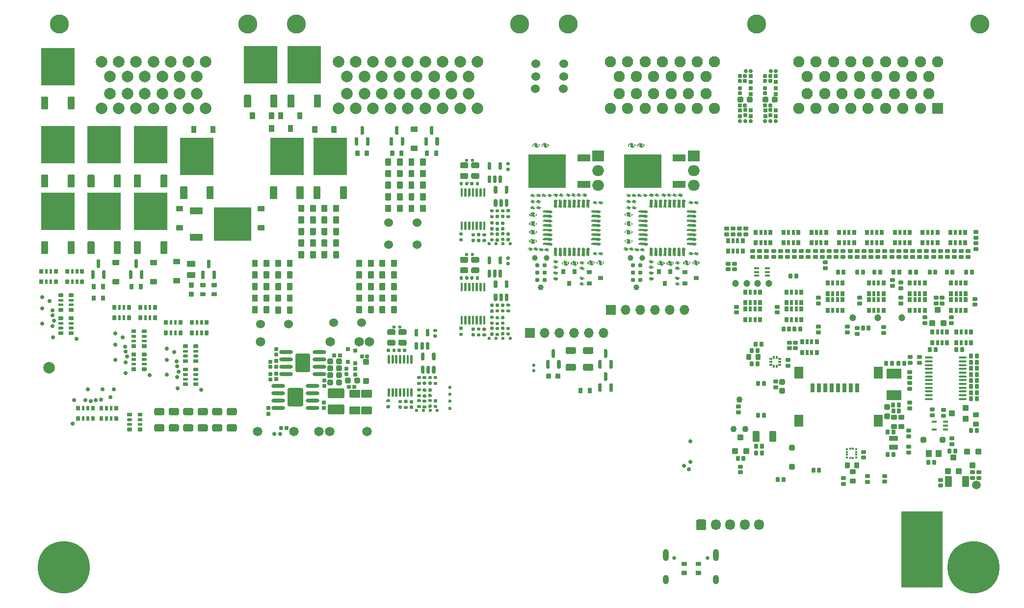
<source format=gbs>
G75*
G70*
%OFA0B0*%
%FSLAX25Y25*%
%IPPOS*%
%LPD*%
%AMOC8*
5,1,8,0,0,1.08239X$1,22.5*
%
%AMM185*
21,1,0.041340,0.026770,0.000000,-0.000000,270.000000*
21,1,0.029130,0.038980,0.000000,-0.000000,270.000000*
1,1,0.012210,-0.013390,-0.014570*
1,1,0.012210,-0.013390,0.014570*
1,1,0.012210,0.013390,0.014570*
1,1,0.012210,0.013390,-0.014570*
%
%AMM186*
21,1,0.076380,0.036220,0.000000,-0.000000,0.000000*
21,1,0.061810,0.050790,0.000000,-0.000000,0.000000*
1,1,0.014570,0.030910,-0.018110*
1,1,0.014570,-0.030910,-0.018110*
1,1,0.014570,-0.030910,0.018110*
1,1,0.014570,0.030910,0.018110*
%
%AMM189*
21,1,0.029130,0.018900,0.000000,-0.000000,0.000000*
21,1,0.018900,0.029130,0.000000,-0.000000,0.000000*
1,1,0.010240,0.009450,-0.009450*
1,1,0.010240,-0.009450,-0.009450*
1,1,0.010240,-0.009450,0.009450*
1,1,0.010240,0.009450,0.009450*
%
%AMM190*
21,1,0.025200,0.019680,0.000000,-0.000000,270.000000*
21,1,0.015750,0.029130,0.000000,-0.000000,270.000000*
1,1,0.009450,-0.009840,-0.007870*
1,1,0.009450,-0.009840,0.007870*
1,1,0.009450,0.009840,0.007870*
1,1,0.009450,0.009840,-0.007870*
%
%AMM191*
21,1,0.025200,0.019680,0.000000,-0.000000,180.000000*
21,1,0.015750,0.029130,0.000000,-0.000000,180.000000*
1,1,0.009450,-0.007870,0.009840*
1,1,0.009450,0.007870,0.009840*
1,1,0.009450,0.007870,-0.009840*
1,1,0.009450,-0.007870,-0.009840*
%
%AMM197*
21,1,0.111810,0.050390,0.000000,-0.000000,0.000000*
21,1,0.093700,0.068500,0.000000,-0.000000,0.000000*
1,1,0.018110,0.046850,-0.025200*
1,1,0.018110,-0.046850,-0.025200*
1,1,0.018110,-0.046850,0.025200*
1,1,0.018110,0.046850,0.025200*
%
%AMM198*
21,1,0.038980,0.026770,0.000000,-0.000000,180.000000*
21,1,0.026770,0.038980,0.000000,-0.000000,180.000000*
1,1,0.012210,-0.013390,0.013390*
1,1,0.012210,0.013390,0.013390*
1,1,0.012210,0.013390,-0.013390*
1,1,0.012210,-0.013390,-0.013390*
%
%AMM199*
21,1,0.029130,0.018900,0.000000,-0.000000,90.000000*
21,1,0.018900,0.029130,0.000000,-0.000000,90.000000*
1,1,0.010240,0.009450,0.009450*
1,1,0.010240,0.009450,-0.009450*
1,1,0.010240,-0.009450,-0.009450*
1,1,0.010240,-0.009450,0.009450*
%
%AMM200*
21,1,0.127560,0.075590,0.000000,-0.000000,90.000000*
21,1,0.103150,0.100000,0.000000,-0.000000,90.000000*
1,1,0.024410,0.037800,0.051580*
1,1,0.024410,0.037800,-0.051580*
1,1,0.024410,-0.037800,-0.051580*
1,1,0.024410,-0.037800,0.051580*
%
%AMM201*
21,1,0.123620,0.083460,0.000000,-0.000000,270.000000*
21,1,0.097240,0.109840,0.000000,-0.000000,270.000000*
1,1,0.026380,-0.041730,-0.048620*
1,1,0.026380,-0.041730,0.048620*
1,1,0.026380,0.041730,0.048620*
1,1,0.026380,0.041730,-0.048620*
%
%AMM276*
21,1,0.016540,0.028980,-0.000000,-0.000000,90.000000*
21,1,0.010080,0.035430,-0.000000,-0.000000,90.000000*
1,1,0.006460,0.014490,0.005040*
1,1,0.006460,0.014490,-0.005040*
1,1,0.006460,-0.014490,-0.005040*
1,1,0.006460,-0.014490,0.005040*
%
%AMM278*
21,1,0.031500,0.018900,-0.000000,-0.000000,0.000000*
21,1,0.022840,0.027560,-0.000000,-0.000000,0.000000*
1,1,0.008660,0.011420,-0.009450*
1,1,0.008660,-0.011420,-0.009450*
1,1,0.008660,-0.011420,0.009450*
1,1,0.008660,0.011420,0.009450*
%
%AMM279*
21,1,0.031500,0.018900,-0.000000,-0.000000,270.000000*
21,1,0.022840,0.027560,-0.000000,-0.000000,270.000000*
1,1,0.008660,-0.009450,-0.011420*
1,1,0.008660,-0.009450,0.011420*
1,1,0.008660,0.009450,0.011420*
1,1,0.008660,0.009450,-0.011420*
%
%AMM283*
21,1,0.039370,0.030320,-0.000000,-0.000000,0.000000*
21,1,0.028350,0.041340,-0.000000,-0.000000,0.000000*
1,1,0.011020,0.014170,-0.015160*
1,1,0.011020,-0.014170,-0.015160*
1,1,0.011020,-0.014170,0.015160*
1,1,0.011020,0.014170,0.015160*
%
%AMM298*
21,1,0.029530,0.026380,-0.000000,-0.000000,0.000000*
21,1,0.020470,0.035430,-0.000000,-0.000000,0.000000*
1,1,0.009060,0.010240,-0.013190*
1,1,0.009060,-0.010240,-0.013190*
1,1,0.009060,-0.010240,0.013190*
1,1,0.009060,0.010240,0.013190*
%
%AMM299*
21,1,0.021650,0.027950,-0.000000,-0.000000,0.000000*
21,1,0.014170,0.035430,-0.000000,-0.000000,0.000000*
1,1,0.007480,0.007090,-0.013980*
1,1,0.007480,-0.007090,-0.013980*
1,1,0.007480,-0.007090,0.013980*
1,1,0.007480,0.007090,0.013980*
%
%AMM300*
21,1,0.039760,0.026770,-0.000000,-0.000000,90.000000*
21,1,0.029130,0.037400,-0.000000,-0.000000,90.000000*
1,1,0.010630,0.013390,0.014570*
1,1,0.010630,0.013390,-0.014570*
1,1,0.010630,-0.013390,-0.014570*
1,1,0.010630,-0.013390,0.014570*
%
%AMM301*
21,1,0.074800,0.036220,-0.000000,-0.000000,90.000000*
21,1,0.061810,0.049210,-0.000000,-0.000000,90.000000*
1,1,0.012990,0.018110,0.030910*
1,1,0.012990,0.018110,-0.030910*
1,1,0.012990,-0.018110,-0.030910*
1,1,0.012990,-0.018110,0.030910*
%
%AMM302*
21,1,0.062990,0.020470,-0.000000,-0.000000,270.000000*
21,1,0.053940,0.029530,-0.000000,-0.000000,270.000000*
1,1,0.009060,-0.010240,-0.026970*
1,1,0.009060,-0.010240,0.026970*
1,1,0.009060,0.010240,0.026970*
1,1,0.009060,0.010240,-0.026970*
%
%AMM303*
21,1,0.082680,0.045670,-0.000000,-0.000000,270.000000*
21,1,0.067320,0.061020,-0.000000,-0.000000,270.000000*
1,1,0.015350,-0.022840,-0.033660*
1,1,0.015350,-0.022840,0.033660*
1,1,0.015350,0.022840,0.033660*
1,1,0.015350,0.022840,-0.033660*
%
%AMM304*
21,1,0.039760,0.026770,-0.000000,-0.000000,180.000000*
21,1,0.029130,0.037400,-0.000000,-0.000000,180.000000*
1,1,0.010630,-0.014570,0.013390*
1,1,0.010630,0.014570,0.013390*
1,1,0.010630,0.014570,-0.013390*
1,1,0.010630,-0.014570,-0.013390*
%
%AMM305*
21,1,0.031500,0.030710,-0.000000,-0.000000,180.000000*
21,1,0.022050,0.040160,-0.000000,-0.000000,180.000000*
1,1,0.009450,-0.011020,0.015350*
1,1,0.009450,0.011020,0.015350*
1,1,0.009450,0.011020,-0.015350*
1,1,0.009450,-0.011020,-0.015350*
%
%AMM306*
21,1,0.031500,0.030710,-0.000000,-0.000000,90.000000*
21,1,0.022050,0.040160,-0.000000,-0.000000,90.000000*
1,1,0.009450,0.015350,0.011020*
1,1,0.009450,0.015350,-0.011020*
1,1,0.009450,-0.015350,-0.011020*
1,1,0.009450,-0.015350,0.011020*
%
%AMM307*
21,1,0.031500,0.049610,-0.000000,-0.000000,90.000000*
21,1,0.022050,0.059060,-0.000000,-0.000000,90.000000*
1,1,0.009450,0.024800,0.011020*
1,1,0.009450,0.024800,-0.011020*
1,1,0.009450,-0.024800,-0.011020*
1,1,0.009450,-0.024800,0.011020*
%
%AMM308*
21,1,0.037400,0.026770,-0.000000,-0.000000,90.000000*
21,1,0.026770,0.037400,-0.000000,-0.000000,90.000000*
1,1,0.010630,0.013390,0.013390*
1,1,0.010630,0.013390,-0.013390*
1,1,0.010630,-0.013390,-0.013390*
1,1,0.010630,-0.013390,0.013390*
%
%AMM309*
21,1,0.039370,0.030320,-0.000000,-0.000000,270.000000*
21,1,0.028350,0.041340,-0.000000,-0.000000,270.000000*
1,1,0.011020,-0.015160,-0.014170*
1,1,0.011020,-0.015160,0.014170*
1,1,0.011020,0.015160,0.014170*
1,1,0.011020,0.015160,-0.014170*
%
%ADD11R,0.06693X0.06693*%
%ADD12O,0.06693X0.06693*%
%ADD144C,0.02913*%
%ADD145C,0.06457*%
%ADD15C,0.06000*%
%ADD16C,0.02362*%
%ADD163R,0.03543X0.03150*%
%ADD165C,0.05118*%
%ADD166R,0.03150X0.03543*%
%ADD174C,0.03100*%
%ADD177C,0.03900*%
%ADD23O,0.03937X0.08268*%
%ADD24O,0.03937X0.06299*%
%ADD246C,0.04724*%
%ADD247C,0.04294*%
%ADD25R,0.22835X0.25197*%
%ADD26C,0.35433*%
%ADD265R,0.01772X0.01378*%
%ADD266R,0.01378X0.01772*%
%ADD267R,0.01772X0.01870*%
%ADD268R,0.01870X0.01772*%
%ADD270R,0.04331X0.04724*%
%ADD275R,0.09843X0.07087*%
%ADD281O,0.05354X0.01378*%
%ADD30R,0.25197X0.22835*%
%ADD31C,0.05906*%
%ADD319O,0.09213X0.02520*%
%ADD377M185*%
%ADD378M186*%
%ADD381M189*%
%ADD382M190*%
%ADD383M191*%
%ADD389M197*%
%ADD390M198*%
%ADD391M199*%
%ADD392M200*%
%ADD393M201*%
%ADD394R,0.08661X0.04724*%
%ADD395R,0.07874X0.07500*%
%ADD396O,0.07874X0.07500*%
%ADD499M276*%
%ADD501M278*%
%ADD502M279*%
%ADD506M283*%
%ADD521M298*%
%ADD522M299*%
%ADD523M300*%
%ADD524M301*%
%ADD525M302*%
%ADD526M303*%
%ADD527M304*%
%ADD528M305*%
%ADD529M306*%
%ADD530M307*%
%ADD531M308*%
%ADD532M309*%
%ADD54C,0.07874*%
%ADD72R,0.07677X0.07677*%
%ADD73C,0.07677*%
%ADD74O,0.06693X0.07283*%
%ADD89C,0.00472*%
%ADD90C,0.02559*%
%ADD91C,0.12992*%
X0000000Y0000000D02*
%LPD*%
G01*
D89*
X0616437Y0006417D02*
X0588878Y0006417D01*
X0588878Y0057598D01*
X0616437Y0057598D01*
X0616437Y0006417D01*
G36*
X0616437Y0006417D02*
G01*
X0588878Y0006417D01*
X0588878Y0057598D01*
X0616437Y0057598D01*
X0616437Y0006417D01*
G37*
D11*
X0391496Y0194803D03*
D12*
X0401496Y0194803D03*
X0411496Y0194803D03*
X0421496Y0194803D03*
X0431496Y0194803D03*
X0441496Y0194803D03*
D15*
X0172559Y0184961D03*
X0153268Y0184961D03*
X0240354Y0253858D03*
X0259646Y0253858D03*
X0359252Y0344882D03*
X0339961Y0344882D03*
D16*
X0264016Y0126201D03*
X0259291Y0126201D03*
X0268740Y0126201D03*
X0273465Y0126201D03*
X0248031Y0182992D03*
X0244094Y0182992D03*
D90*
X0434394Y0025925D03*
X0457149Y0025925D03*
D23*
X0428764Y0027894D03*
D24*
X0428764Y0011437D03*
D23*
X0462779Y0027894D03*
D24*
X0462779Y0011437D03*
D11*
X0336299Y0179055D03*
D12*
X0346299Y0179055D03*
X0356299Y0179055D03*
X0366299Y0179055D03*
X0376299Y0179055D03*
X0386299Y0179055D03*
D26*
X0637795Y0019606D03*
D16*
X0061831Y0159122D03*
X0054607Y0160795D03*
X0062678Y0162960D03*
X0061831Y0166405D03*
X0061536Y0169751D03*
X0054607Y0171031D03*
X0059764Y0176149D03*
X0054607Y0178708D03*
X0077934Y0150460D03*
X0061890Y0151641D03*
D31*
X0225787Y0112126D03*
X0200591Y0112126D03*
X0193110Y0112126D03*
X0176181Y0112126D03*
D16*
X0166732Y0110354D03*
X0162795Y0110354D03*
D31*
X0151575Y0112126D03*
X0227559Y0173150D03*
X0220276Y0173150D03*
X0200787Y0173150D03*
X0153346Y0173150D03*
D16*
X0503543Y0322854D03*
X0499803Y0322854D03*
X0496063Y0322854D03*
X0500000Y0357106D03*
X0503543Y0357106D03*
X0282185Y0137224D03*
X0282185Y0141949D03*
X0282185Y0132500D03*
X0282185Y0127776D03*
X0338976Y0153209D03*
X0338976Y0157146D03*
D16*
X0034299Y0133366D03*
X0035972Y0140590D03*
X0038137Y0132519D03*
X0041582Y0133366D03*
X0044929Y0133661D03*
X0046208Y0140590D03*
X0051326Y0135433D03*
X0053885Y0140590D03*
X0025637Y0117263D03*
X0026818Y0133307D03*
D15*
X0202953Y0186142D03*
X0222244Y0186142D03*
D16*
X0012225Y0183629D03*
X0005000Y0185303D03*
X0013071Y0187468D03*
X0012225Y0190913D03*
X0011930Y0194259D03*
X0005000Y0195539D03*
X0010158Y0200657D03*
X0005000Y0203216D03*
X0028327Y0174968D03*
X0012284Y0176149D03*
D16*
X0313484Y0239587D03*
X0308760Y0239587D03*
X0318209Y0239587D03*
X0322933Y0239587D03*
X0297500Y0296378D03*
X0293563Y0296378D03*
D26*
X0019685Y0019606D03*
D16*
X0444390Y0086437D03*
X0440945Y0088504D03*
X0445571Y0091457D03*
X0445276Y0105433D03*
D91*
X0329331Y0388898D03*
X0177756Y0388898D03*
D54*
X0300787Y0331811D03*
X0288976Y0331811D03*
X0277165Y0331811D03*
X0265354Y0331811D03*
X0253543Y0331811D03*
X0241732Y0331811D03*
X0229921Y0331811D03*
X0218110Y0331811D03*
X0206299Y0331811D03*
X0294882Y0341654D03*
X0283071Y0341654D03*
X0271260Y0341654D03*
X0259449Y0341654D03*
X0247638Y0341654D03*
X0235827Y0341654D03*
X0224016Y0341654D03*
X0212205Y0341654D03*
X0294882Y0353465D03*
X0283071Y0353465D03*
X0271260Y0353465D03*
X0259449Y0353465D03*
X0247638Y0353465D03*
X0235827Y0353465D03*
X0224016Y0353465D03*
X0212205Y0353465D03*
X0300787Y0363307D03*
X0288976Y0363307D03*
X0277165Y0363307D03*
X0265354Y0363307D03*
X0253543Y0363307D03*
X0241732Y0363307D03*
X0229921Y0363307D03*
X0218110Y0363307D03*
X0206299Y0363307D03*
D91*
X0144685Y0388898D03*
X0016732Y0388898D03*
D54*
X0116142Y0331811D03*
X0104331Y0331811D03*
X0092520Y0331811D03*
X0080709Y0331811D03*
X0068898Y0331811D03*
X0057087Y0331811D03*
X0045276Y0331811D03*
X0110236Y0341654D03*
X0098425Y0341654D03*
X0086614Y0341654D03*
X0074803Y0341654D03*
X0062992Y0341654D03*
X0051181Y0341654D03*
X0110236Y0353465D03*
X0098425Y0353465D03*
X0086614Y0353465D03*
X0074803Y0353465D03*
X0062992Y0353465D03*
X0051181Y0353465D03*
X0116142Y0363307D03*
X0104331Y0363307D03*
X0092520Y0363307D03*
X0080709Y0363307D03*
X0068898Y0363307D03*
X0057087Y0363307D03*
X0045276Y0363307D03*
D15*
X0259646Y0238898D03*
X0240354Y0238898D03*
D16*
X0096871Y0148885D03*
X0089646Y0150559D03*
X0097717Y0152724D03*
X0096871Y0156169D03*
X0096575Y0159515D03*
X0089646Y0160795D03*
X0094804Y0165913D03*
X0089646Y0168472D03*
X0112973Y0140224D03*
X0096930Y0141405D03*
D15*
X0359567Y0362126D03*
X0340276Y0362126D03*
X0359567Y0353465D03*
X0340276Y0353465D03*
D16*
X0313484Y0175413D03*
X0308760Y0175413D03*
X0318209Y0175413D03*
X0322933Y0175413D03*
X0297500Y0232205D03*
X0293563Y0232205D03*
D91*
X0362480Y0388899D03*
X0490433Y0388899D03*
X0642008Y0388899D03*
D72*
X0613465Y0331812D03*
D73*
X0601654Y0331812D03*
X0589843Y0331812D03*
X0578031Y0331812D03*
X0566220Y0331812D03*
X0554409Y0331812D03*
X0542598Y0331812D03*
X0530787Y0331812D03*
X0518976Y0331812D03*
X0607559Y0341655D03*
X0595748Y0341655D03*
X0583937Y0341655D03*
X0572126Y0341655D03*
X0560315Y0341655D03*
X0548504Y0341655D03*
X0536693Y0341655D03*
X0524882Y0341655D03*
X0607559Y0353466D03*
X0595748Y0353466D03*
X0583937Y0353466D03*
X0572126Y0353466D03*
X0560315Y0353466D03*
X0548504Y0353466D03*
X0536693Y0353466D03*
X0524882Y0353466D03*
X0613465Y0363308D03*
X0601654Y0363308D03*
X0589843Y0363308D03*
X0578031Y0363308D03*
X0566220Y0363308D03*
X0554409Y0363308D03*
X0542598Y0363308D03*
X0530787Y0363308D03*
X0518976Y0363308D03*
X0461890Y0331812D03*
X0450079Y0331812D03*
X0438268Y0331812D03*
X0426457Y0331812D03*
X0414646Y0331812D03*
X0402835Y0331812D03*
X0391024Y0331812D03*
X0455984Y0341655D03*
X0444173Y0341655D03*
X0432362Y0341655D03*
X0420551Y0341655D03*
X0408740Y0341655D03*
X0396929Y0341655D03*
X0455984Y0353466D03*
X0444173Y0353466D03*
X0432362Y0353466D03*
X0420551Y0353466D03*
X0408740Y0353466D03*
X0396929Y0353466D03*
X0461890Y0363308D03*
X0450079Y0363308D03*
X0438268Y0363308D03*
X0426457Y0363308D03*
X0414646Y0363308D03*
X0402835Y0363308D03*
X0391024Y0363308D03*
D16*
X0486516Y0322854D03*
X0482776Y0322854D03*
X0479035Y0322854D03*
X0482972Y0357106D03*
X0486516Y0357106D03*
G36*
G01*
X0449409Y0045866D02*
X0449409Y0051181D01*
G75*
G02*
X0450394Y0052165I0000984J0000000D01*
G01*
X0455118Y0052165D01*
G75*
G02*
X0456102Y0051181I0000000J-000984D01*
G01*
X0456102Y0045866D01*
G75*
G02*
X0455118Y0044882I-000984J0000000D01*
G01*
X0450394Y0044882D01*
G75*
G02*
X0449409Y0045866I0000000J0000984D01*
G01*
G37*
D74*
X0462598Y0048524D03*
X0472441Y0048524D03*
X0482283Y0048524D03*
X0492126Y0048524D03*
G36*
G01*
X0163386Y0200610D02*
X0163386Y0204744D01*
G75*
G02*
X0163780Y0205138I0000394J0000000D01*
G01*
X0166929Y0205138D01*
G75*
G02*
X0167323Y0204744I0000000J-000394D01*
G01*
X0167323Y0200610D01*
G75*
G02*
X0166929Y0200217I-000394J0000000D01*
G01*
X0163780Y0200217D01*
G75*
G02*
X0163386Y0200610I0000000J0000394D01*
G01*
G37*
G36*
G01*
X0171260Y0200610D02*
X0171260Y0204744D01*
G75*
G02*
X0171654Y0205138I0000394J0000000D01*
G01*
X0174803Y0205138D01*
G75*
G02*
X0175197Y0204744I0000000J-000394D01*
G01*
X0175197Y0200610D01*
G75*
G02*
X0174803Y0200217I-000394J0000000D01*
G01*
X0171654Y0200217D01*
G75*
G02*
X0171260Y0200610I0000000J0000394D01*
G01*
G37*
G36*
G01*
X0194882Y0238012D02*
X0194882Y0242146D01*
G75*
G02*
X0195276Y0242539I0000394J0000000D01*
G01*
X0198425Y0242539D01*
G75*
G02*
X0198819Y0242146I0000000J-000394D01*
G01*
X0198819Y0238012D01*
G75*
G02*
X0198425Y0237618I-000394J0000000D01*
G01*
X0195276Y0237618D01*
G75*
G02*
X0194882Y0238012I0000000J0000394D01*
G01*
G37*
G36*
G01*
X0202756Y0238012D02*
X0202756Y0242146D01*
G75*
G02*
X0203150Y0242539I0000394J0000000D01*
G01*
X0206299Y0242539D01*
G75*
G02*
X0206693Y0242146I0000000J-000394D01*
G01*
X0206693Y0238012D01*
G75*
G02*
X0206299Y0237618I-000394J0000000D01*
G01*
X0203150Y0237618D01*
G75*
G02*
X0202756Y0238012I0000000J0000394D01*
G01*
G37*
G36*
G01*
X0131398Y0127972D02*
X0136319Y0127972D01*
G75*
G02*
X0137303Y0126988I0000000J-000984D01*
G01*
X0137303Y0124035D01*
G75*
G02*
X0136319Y0123051I-000984J0000000D01*
G01*
X0131398Y0123051D01*
G75*
G02*
X0130413Y0124035I0000000J0000984D01*
G01*
X0130413Y0126988D01*
G75*
G02*
X0131398Y0127972I0000984J0000000D01*
G01*
G37*
G36*
G01*
X0131398Y0116949D02*
X0136319Y0116949D01*
G75*
G02*
X0137303Y0115965I0000000J-000984D01*
G01*
X0137303Y0113012D01*
G75*
G02*
X0136319Y0112028I-000984J0000000D01*
G01*
X0131398Y0112028D01*
G75*
G02*
X0130413Y0113012I0000000J0000984D01*
G01*
X0130413Y0115965D01*
G75*
G02*
X0131398Y0116949I0000984J0000000D01*
G01*
G37*
G36*
G01*
X0068642Y0153071D02*
X0066004Y0153071D01*
G75*
G02*
X0065748Y0153327I0000000J0000256D01*
G01*
X0065748Y0155374D01*
G75*
G02*
X0066004Y0155630I0000256J0000000D01*
G01*
X0068642Y0155630D01*
G75*
G02*
X0068898Y0155374I0000000J-000256D01*
G01*
X0068898Y0153327D01*
G75*
G02*
X0068642Y0153071I-000256J0000000D01*
G01*
G37*
G36*
G01*
X0068720Y0156909D02*
X0065925Y0156909D01*
G75*
G02*
X0065748Y0157087I0000000J0000177D01*
G01*
X0065748Y0158504D01*
G75*
G02*
X0065925Y0158681I0000177J0000000D01*
G01*
X0068720Y0158681D01*
G75*
G02*
X0068898Y0158504I0000000J-000177D01*
G01*
X0068898Y0157087D01*
G75*
G02*
X0068720Y0156909I-000177J0000000D01*
G01*
G37*
G36*
G01*
X0068720Y0160059D02*
X0065925Y0160059D01*
G75*
G02*
X0065748Y0160236I0000000J0000177D01*
G01*
X0065748Y0161654D01*
G75*
G02*
X0065925Y0161831I0000177J0000000D01*
G01*
X0068720Y0161831D01*
G75*
G02*
X0068898Y0161654I0000000J-000177D01*
G01*
X0068898Y0160236D01*
G75*
G02*
X0068720Y0160059I-000177J0000000D01*
G01*
G37*
G36*
G01*
X0068642Y0163110D02*
X0066004Y0163110D01*
G75*
G02*
X0065748Y0163366I0000000J0000256D01*
G01*
X0065748Y0165413D01*
G75*
G02*
X0066004Y0165669I0000256J0000000D01*
G01*
X0068642Y0165669D01*
G75*
G02*
X0068898Y0165413I0000000J-000256D01*
G01*
X0068898Y0163366D01*
G75*
G02*
X0068642Y0163110I-000256J0000000D01*
G01*
G37*
G36*
G01*
X0075728Y0163110D02*
X0073091Y0163110D01*
G75*
G02*
X0072835Y0163366I0000000J0000256D01*
G01*
X0072835Y0165413D01*
G75*
G02*
X0073091Y0165669I0000256J0000000D01*
G01*
X0075728Y0165669D01*
G75*
G02*
X0075984Y0165413I0000000J-000256D01*
G01*
X0075984Y0163366D01*
G75*
G02*
X0075728Y0163110I-000256J0000000D01*
G01*
G37*
G36*
G01*
X0075807Y0160059D02*
X0073012Y0160059D01*
G75*
G02*
X0072835Y0160236I0000000J0000177D01*
G01*
X0072835Y0161654D01*
G75*
G02*
X0073012Y0161831I0000177J0000000D01*
G01*
X0075807Y0161831D01*
G75*
G02*
X0075984Y0161654I0000000J-000177D01*
G01*
X0075984Y0160236D01*
G75*
G02*
X0075807Y0160059I-000177J0000000D01*
G01*
G37*
G36*
G01*
X0075807Y0156909D02*
X0073012Y0156909D01*
G75*
G02*
X0072835Y0157087I0000000J0000177D01*
G01*
X0072835Y0158504D01*
G75*
G02*
X0073012Y0158681I0000177J0000000D01*
G01*
X0075807Y0158681D01*
G75*
G02*
X0075984Y0158504I0000000J-000177D01*
G01*
X0075984Y0157087D01*
G75*
G02*
X0075807Y0156909I-000177J0000000D01*
G01*
G37*
G36*
G01*
X0075728Y0153071D02*
X0073091Y0153071D01*
G75*
G02*
X0072835Y0153327I0000000J0000256D01*
G01*
X0072835Y0155374D01*
G75*
G02*
X0073091Y0155630I0000256J0000000D01*
G01*
X0075728Y0155630D01*
G75*
G02*
X0075984Y0155374I0000000J-000256D01*
G01*
X0075984Y0153327D01*
G75*
G02*
X0075728Y0153071I-000256J0000000D01*
G01*
G37*
G36*
G01*
X0253937Y0285256D02*
X0253937Y0289390D01*
G75*
G02*
X0254331Y0289783I0000394J0000000D01*
G01*
X0257480Y0289783D01*
G75*
G02*
X0257874Y0289390I0000000J-000394D01*
G01*
X0257874Y0285256D01*
G75*
G02*
X0257480Y0284862I-000394J0000000D01*
G01*
X0254331Y0284862D01*
G75*
G02*
X0253937Y0285256I0000000J0000394D01*
G01*
G37*
G36*
G01*
X0261811Y0285256D02*
X0261811Y0289390D01*
G75*
G02*
X0262205Y0289783I0000394J0000000D01*
G01*
X0265354Y0289783D01*
G75*
G02*
X0265748Y0289390I0000000J-000394D01*
G01*
X0265748Y0285256D01*
G75*
G02*
X0265354Y0284862I-000394J0000000D01*
G01*
X0262205Y0284862D01*
G75*
G02*
X0261811Y0285256I0000000J0000394D01*
G01*
G37*
G36*
G01*
X0379528Y0168406D02*
X0379528Y0165689D01*
G75*
G02*
X0378622Y0164784I-000906J0000000D01*
G01*
X0373346Y0164784D01*
G75*
G02*
X0372441Y0165689I0000000J0000906D01*
G01*
X0372441Y0168406D01*
G75*
G02*
X0373346Y0169311I0000906J0000000D01*
G01*
X0378622Y0169311D01*
G75*
G02*
X0379528Y0168406I0000000J-000906D01*
G01*
G37*
G36*
G01*
X0379528Y0156988D02*
X0379528Y0154272D01*
G75*
G02*
X0378622Y0153366I-000906J0000000D01*
G01*
X0373346Y0153366D01*
G75*
G02*
X0372441Y0154272I0000000J0000906D01*
G01*
X0372441Y0156988D01*
G75*
G02*
X0373346Y0157894I0000906J0000000D01*
G01*
X0378622Y0157894D01*
G75*
G02*
X0379528Y0156988I0000000J-000906D01*
G01*
G37*
G36*
G01*
X0182126Y0270000D02*
X0178346Y0270000D01*
G75*
G02*
X0177874Y0270472I0000000J0000472D01*
G01*
X0177874Y0278189D01*
G75*
G02*
X0178346Y0278661I0000472J0000000D01*
G01*
X0182126Y0278661D01*
G75*
G02*
X0182598Y0278189I0000000J-000472D01*
G01*
X0182598Y0270472D01*
G75*
G02*
X0182126Y0270000I-000472J0000000D01*
G01*
G37*
D25*
X0171260Y0299134D03*
G36*
G01*
X0164173Y0270000D02*
X0160394Y0270000D01*
G75*
G02*
X0159921Y0270472I0000000J0000472D01*
G01*
X0159921Y0278189D01*
G75*
G02*
X0160394Y0278661I0000472J0000000D01*
G01*
X0164173Y0278661D01*
G75*
G02*
X0164646Y0278189I0000000J-000472D01*
G01*
X0164646Y0270472D01*
G75*
G02*
X0164173Y0270000I-000472J0000000D01*
G01*
G37*
G36*
G01*
X0111713Y0127972D02*
X0116634Y0127972D01*
G75*
G02*
X0117618Y0126988I0000000J-000984D01*
G01*
X0117618Y0124035D01*
G75*
G02*
X0116634Y0123051I-000984J0000000D01*
G01*
X0111713Y0123051D01*
G75*
G02*
X0110728Y0124035I0000000J0000984D01*
G01*
X0110728Y0126988D01*
G75*
G02*
X0111713Y0127972I0000984J0000000D01*
G01*
G37*
G36*
G01*
X0111713Y0116949D02*
X0116634Y0116949D01*
G75*
G02*
X0117618Y0115965I0000000J-000984D01*
G01*
X0117618Y0113012D01*
G75*
G02*
X0116634Y0112028I-000984J0000000D01*
G01*
X0111713Y0112028D01*
G75*
G02*
X0110728Y0113012I0000000J0000984D01*
G01*
X0110728Y0115965D01*
G75*
G02*
X0111713Y0116949I0000984J0000000D01*
G01*
G37*
G36*
G01*
X0442681Y0014436D02*
X0439610Y0014436D01*
G75*
G02*
X0439334Y0014711I0000000J0000276D01*
G01*
X0439334Y0016916D01*
G75*
G02*
X0439610Y0017192I0000276J0000000D01*
G01*
X0442681Y0017192D01*
G75*
G02*
X0442957Y0016916I0000000J-000276D01*
G01*
X0442957Y0014711D01*
G75*
G02*
X0442681Y0014436I-000276J0000000D01*
G01*
G37*
G36*
G01*
X0442681Y0020735D02*
X0439610Y0020735D01*
G75*
G02*
X0439334Y0021011I0000000J0000276D01*
G01*
X0439334Y0023215D01*
G75*
G02*
X0439610Y0023491I0000276J0000000D01*
G01*
X0442681Y0023491D01*
G75*
G02*
X0442957Y0023215I0000000J-000276D01*
G01*
X0442957Y0021011D01*
G75*
G02*
X0442681Y0020735I-000276J0000000D01*
G01*
G37*
G36*
G01*
X0121102Y0270000D02*
X0117323Y0270000D01*
G75*
G02*
X0116850Y0270472I0000000J0000472D01*
G01*
X0116850Y0278189D01*
G75*
G02*
X0117323Y0278661I0000472J0000000D01*
G01*
X0121102Y0278661D01*
G75*
G02*
X0121575Y0278189I0000000J-000472D01*
G01*
X0121575Y0270472D01*
G75*
G02*
X0121102Y0270000I-000472J0000000D01*
G01*
G37*
X0110236Y0299134D03*
G36*
G01*
X0103150Y0270000D02*
X0099370Y0270000D01*
G75*
G02*
X0098898Y0270472I0000000J0000472D01*
G01*
X0098898Y0278189D01*
G75*
G02*
X0099370Y0278661I0000472J0000000D01*
G01*
X0103150Y0278661D01*
G75*
G02*
X0103622Y0278189I0000000J-000472D01*
G01*
X0103622Y0270472D01*
G75*
G02*
X0103150Y0270000I-000472J0000000D01*
G01*
G37*
G36*
G01*
X0356693Y0154744D02*
X0355512Y0154744D01*
G75*
G02*
X0354921Y0155335I0000000J0000591D01*
G01*
X0354921Y0159961D01*
G75*
G02*
X0355512Y0160551I0000591J0000000D01*
G01*
X0356693Y0160551D01*
G75*
G02*
X0357283Y0159961I0000000J-000591D01*
G01*
X0357283Y0155335D01*
G75*
G02*
X0356693Y0154744I-000591J0000000D01*
G01*
G37*
G36*
G01*
X0349213Y0154744D02*
X0348031Y0154744D01*
G75*
G02*
X0347441Y0155335I0000000J0000591D01*
G01*
X0347441Y0159961D01*
G75*
G02*
X0348031Y0160551I0000591J0000000D01*
G01*
X0349213Y0160551D01*
G75*
G02*
X0349803Y0159961I0000000J-000591D01*
G01*
X0349803Y0155335D01*
G75*
G02*
X0349213Y0154744I-000591J0000000D01*
G01*
G37*
G36*
G01*
X0352953Y0162126D02*
X0351772Y0162126D01*
G75*
G02*
X0351181Y0162717I0000000J0000591D01*
G01*
X0351181Y0167343D01*
G75*
G02*
X0351772Y0167933I0000591J0000000D01*
G01*
X0352953Y0167933D01*
G75*
G02*
X0353543Y0167343I0000000J-000591D01*
G01*
X0353543Y0162717D01*
G75*
G02*
X0352953Y0162126I-000591J0000000D01*
G01*
G37*
G36*
G01*
X0098465Y0212717D02*
X0094449Y0212717D01*
G75*
G02*
X0094094Y0213071I0000000J0000354D01*
G01*
X0094094Y0215906D01*
G75*
G02*
X0094449Y0216260I0000354J0000000D01*
G01*
X0098465Y0216260D01*
G75*
G02*
X0098819Y0215906I0000000J-000354D01*
G01*
X0098819Y0213071D01*
G75*
G02*
X0098465Y0212717I-000354J0000000D01*
G01*
G37*
G36*
G01*
X0098465Y0225709D02*
X0094449Y0225709D01*
G75*
G02*
X0094094Y0226063I0000000J0000354D01*
G01*
X0094094Y0228898D01*
G75*
G02*
X0094449Y0229252I0000354J0000000D01*
G01*
X0098465Y0229252D01*
G75*
G02*
X0098819Y0228898I0000000J-000354D01*
G01*
X0098819Y0226063D01*
G75*
G02*
X0098465Y0225709I-000354J0000000D01*
G01*
G37*
G36*
G01*
X0255866Y0319213D02*
X0259882Y0319213D01*
G75*
G02*
X0260236Y0318858I0000000J-000354D01*
G01*
X0260236Y0316024D01*
G75*
G02*
X0259882Y0315669I-000354J0000000D01*
G01*
X0255866Y0315669D01*
G75*
G02*
X0255512Y0316024I0000000J0000354D01*
G01*
X0255512Y0318858D01*
G75*
G02*
X0255866Y0319213I0000354J0000000D01*
G01*
G37*
G36*
G01*
X0255866Y0306220D02*
X0259882Y0306220D01*
G75*
G02*
X0260236Y0305866I0000000J-000354D01*
G01*
X0260236Y0303031D01*
G75*
G02*
X0259882Y0302677I-000354J0000000D01*
G01*
X0255866Y0302677D01*
G75*
G02*
X0255512Y0303031I0000000J0000354D01*
G01*
X0255512Y0305866D01*
G75*
G02*
X0255866Y0306220I0000354J0000000D01*
G01*
G37*
G36*
G01*
X0274016Y0306319D02*
X0272835Y0306319D01*
G75*
G02*
X0272244Y0306909I0000000J0000591D01*
G01*
X0272244Y0311535D01*
G75*
G02*
X0272835Y0312126I0000591J0000000D01*
G01*
X0274016Y0312126D01*
G75*
G02*
X0274606Y0311535I0000000J-000591D01*
G01*
X0274606Y0306909D01*
G75*
G02*
X0274016Y0306319I-000591J0000000D01*
G01*
G37*
G36*
G01*
X0270276Y0313701D02*
X0269094Y0313701D01*
G75*
G02*
X0268504Y0314291I0000000J0000591D01*
G01*
X0268504Y0318917D01*
G75*
G02*
X0269094Y0319508I0000591J0000000D01*
G01*
X0270276Y0319508D01*
G75*
G02*
X0270866Y0318917I0000000J-000591D01*
G01*
X0270866Y0314291D01*
G75*
G02*
X0270276Y0313701I-000591J0000000D01*
G01*
G37*
G36*
G01*
X0266535Y0306319D02*
X0265354Y0306319D01*
G75*
G02*
X0264764Y0306909I0000000J0000591D01*
G01*
X0264764Y0311535D01*
G75*
G02*
X0265354Y0312126I0000591J0000000D01*
G01*
X0266535Y0312126D01*
G75*
G02*
X0267126Y0311535I0000000J-000591D01*
G01*
X0267126Y0306909D01*
G75*
G02*
X0266535Y0306319I-000591J0000000D01*
G01*
G37*
G36*
G01*
X0082185Y0127972D02*
X0087106Y0127972D01*
G75*
G02*
X0088091Y0126988I0000000J-000984D01*
G01*
X0088091Y0124035D01*
G75*
G02*
X0087106Y0123051I-000984J0000000D01*
G01*
X0082185Y0123051D01*
G75*
G02*
X0081201Y0124035I0000000J0000984D01*
G01*
X0081201Y0126988D01*
G75*
G02*
X0082185Y0127972I0000984J0000000D01*
G01*
G37*
G36*
G01*
X0082185Y0116949D02*
X0087106Y0116949D01*
G75*
G02*
X0088091Y0115965I0000000J-000984D01*
G01*
X0088091Y0113012D01*
G75*
G02*
X0087106Y0112028I-000984J0000000D01*
G01*
X0082185Y0112028D01*
G75*
G02*
X0081201Y0113012I0000000J0000984D01*
G01*
X0081201Y0115965D01*
G75*
G02*
X0082185Y0116949I0000984J0000000D01*
G01*
G37*
G36*
G01*
X0188583Y0315236D02*
X0188583Y0319252D01*
G75*
G02*
X0188937Y0319606I0000354J0000000D01*
G01*
X0191772Y0319606D01*
G75*
G02*
X0192126Y0319252I0000000J-000354D01*
G01*
X0192126Y0315236D01*
G75*
G02*
X0191772Y0314882I-000354J0000000D01*
G01*
X0188937Y0314882D01*
G75*
G02*
X0188583Y0315236I0000000J0000354D01*
G01*
G37*
G36*
G01*
X0201575Y0315236D02*
X0201575Y0319252D01*
G75*
G02*
X0201929Y0319606I0000354J0000000D01*
G01*
X0204764Y0319606D01*
G75*
G02*
X0205118Y0319252I0000000J-000354D01*
G01*
X0205118Y0315236D01*
G75*
G02*
X0204764Y0314882I-000354J0000000D01*
G01*
X0201929Y0314882D01*
G75*
G02*
X0201575Y0315236I0000000J0000354D01*
G01*
G37*
G36*
G01*
X0082717Y0212126D02*
X0078701Y0212126D01*
G75*
G02*
X0078346Y0212480I0000000J0000354D01*
G01*
X0078346Y0215315D01*
G75*
G02*
X0078701Y0215669I0000354J0000000D01*
G01*
X0082717Y0215669D01*
G75*
G02*
X0083071Y0215315I0000000J-000354D01*
G01*
X0083071Y0212480D01*
G75*
G02*
X0082717Y0212126I-000354J0000000D01*
G01*
G37*
G36*
G01*
X0082717Y0225118D02*
X0078701Y0225118D01*
G75*
G02*
X0078346Y0225472I0000000J0000354D01*
G01*
X0078346Y0228307D01*
G75*
G02*
X0078701Y0228661I0000354J0000000D01*
G01*
X0082717Y0228661D01*
G75*
G02*
X0083071Y0228307I0000000J-000354D01*
G01*
X0083071Y0225472D01*
G75*
G02*
X0082717Y0225118I-000354J0000000D01*
G01*
G37*
G36*
G01*
X0234252Y0216358D02*
X0234252Y0220492D01*
G75*
G02*
X0234646Y0220886I0000394J0000000D01*
G01*
X0237795Y0220886D01*
G75*
G02*
X0238189Y0220492I0000000J-000394D01*
G01*
X0238189Y0216358D01*
G75*
G02*
X0237795Y0215965I-000394J0000000D01*
G01*
X0234646Y0215965D01*
G75*
G02*
X0234252Y0216358I0000000J0000394D01*
G01*
G37*
G36*
G01*
X0242126Y0216358D02*
X0242126Y0220492D01*
G75*
G02*
X0242520Y0220886I0000394J0000000D01*
G01*
X0245669Y0220886D01*
G75*
G02*
X0246063Y0220492I0000000J-000394D01*
G01*
X0246063Y0216358D01*
G75*
G02*
X0245669Y0215965I-000394J0000000D01*
G01*
X0242520Y0215965D01*
G75*
G02*
X0242126Y0216358I0000000J0000394D01*
G01*
G37*
G36*
G01*
X0121555Y0127972D02*
X0126476Y0127972D01*
G75*
G02*
X0127461Y0126988I0000000J-000984D01*
G01*
X0127461Y0124035D01*
G75*
G02*
X0126476Y0123051I-000984J0000000D01*
G01*
X0121555Y0123051D01*
G75*
G02*
X0120571Y0124035I0000000J0000984D01*
G01*
X0120571Y0126988D01*
G75*
G02*
X0121555Y0127972I0000984J0000000D01*
G01*
G37*
G36*
G01*
X0121555Y0116949D02*
X0126476Y0116949D01*
G75*
G02*
X0127461Y0115965I0000000J-000984D01*
G01*
X0127461Y0113012D01*
G75*
G02*
X0126476Y0112028I-000984J0000000D01*
G01*
X0121555Y0112028D01*
G75*
G02*
X0120571Y0113012I0000000J0000984D01*
G01*
X0120571Y0115965D01*
G75*
G02*
X0121555Y0116949I0000984J0000000D01*
G01*
G37*
G36*
G01*
X0101870Y0127972D02*
X0106791Y0127972D01*
G75*
G02*
X0107776Y0126988I0000000J-000984D01*
G01*
X0107776Y0124035D01*
G75*
G02*
X0106791Y0123051I-000984J0000000D01*
G01*
X0101870Y0123051D01*
G75*
G02*
X0100886Y0124035I0000000J0000984D01*
G01*
X0100886Y0126988D01*
G75*
G02*
X0101870Y0127972I0000984J0000000D01*
G01*
G37*
G36*
G01*
X0101870Y0116949D02*
X0106791Y0116949D01*
G75*
G02*
X0107776Y0115965I0000000J-000984D01*
G01*
X0107776Y0113012D01*
G75*
G02*
X0106791Y0112028I-000984J0000000D01*
G01*
X0101870Y0112028D01*
G75*
G02*
X0100886Y0113012I0000000J0000984D01*
G01*
X0100886Y0115965D01*
G75*
G02*
X0101870Y0116949I0000984J0000000D01*
G01*
G37*
G36*
G01*
X0190945Y0242146D02*
X0190945Y0238012D01*
G75*
G02*
X0190551Y0237618I-000394J0000000D01*
G01*
X0187402Y0237618D01*
G75*
G02*
X0187008Y0238012I0000000J0000394D01*
G01*
X0187008Y0242146D01*
G75*
G02*
X0187402Y0242539I0000394J0000000D01*
G01*
X0190551Y0242539D01*
G75*
G02*
X0190945Y0242146I0000000J-000394D01*
G01*
G37*
G36*
G01*
X0183071Y0242146D02*
X0183071Y0238012D01*
G75*
G02*
X0182677Y0237618I-000394J0000000D01*
G01*
X0179528Y0237618D01*
G75*
G02*
X0179134Y0238012I0000000J0000394D01*
G01*
X0179134Y0242146D01*
G75*
G02*
X0179528Y0242539I0000394J0000000D01*
G01*
X0182677Y0242539D01*
G75*
G02*
X0183071Y0242146I0000000J-000394D01*
G01*
G37*
G36*
G01*
X0089606Y0277874D02*
X0085827Y0277874D01*
G75*
G02*
X0085354Y0278346I0000000J0000472D01*
G01*
X0085354Y0286063D01*
G75*
G02*
X0085827Y0286535I0000472J0000000D01*
G01*
X0089606Y0286535D01*
G75*
G02*
X0090079Y0286063I0000000J-000472D01*
G01*
X0090079Y0278346D01*
G75*
G02*
X0089606Y0277874I-000472J0000000D01*
G01*
G37*
X0078740Y0307008D03*
G36*
G01*
X0071654Y0277874D02*
X0067874Y0277874D01*
G75*
G02*
X0067402Y0278346I0000000J0000472D01*
G01*
X0067402Y0286063D01*
G75*
G02*
X0067874Y0286535I0000472J0000000D01*
G01*
X0071654Y0286535D01*
G75*
G02*
X0072126Y0286063I0000000J-000472D01*
G01*
X0072126Y0278346D01*
G75*
G02*
X0071654Y0277874I-000472J0000000D01*
G01*
G37*
G36*
G01*
X0194882Y0261634D02*
X0194882Y0265768D01*
G75*
G02*
X0195276Y0266161I0000394J0000000D01*
G01*
X0198425Y0266161D01*
G75*
G02*
X0198819Y0265768I0000000J-000394D01*
G01*
X0198819Y0261634D01*
G75*
G02*
X0198425Y0261240I-000394J0000000D01*
G01*
X0195276Y0261240D01*
G75*
G02*
X0194882Y0261634I0000000J0000394D01*
G01*
G37*
G36*
G01*
X0202756Y0261634D02*
X0202756Y0265768D01*
G75*
G02*
X0203150Y0266161I0000394J0000000D01*
G01*
X0206299Y0266161D01*
G75*
G02*
X0206693Y0265768I0000000J-000394D01*
G01*
X0206693Y0261634D01*
G75*
G02*
X0206299Y0261240I-000394J0000000D01*
G01*
X0203150Y0261240D01*
G75*
G02*
X0202756Y0261634I0000000J0000394D01*
G01*
G37*
G36*
G01*
X0378543Y0141220D02*
X0378543Y0138150D01*
G75*
G02*
X0378268Y0137874I-000276J0000000D01*
G01*
X0376063Y0137874D01*
G75*
G02*
X0375787Y0138150I0000000J0000276D01*
G01*
X0375787Y0141220D01*
G75*
G02*
X0376063Y0141496I0000276J0000000D01*
G01*
X0378268Y0141496D01*
G75*
G02*
X0378543Y0141220I0000000J-000276D01*
G01*
G37*
G36*
G01*
X0372244Y0141220D02*
X0372244Y0138150D01*
G75*
G02*
X0371969Y0137874I-000276J0000000D01*
G01*
X0369764Y0137874D01*
G75*
G02*
X0369488Y0138150I0000000J0000276D01*
G01*
X0369488Y0141220D01*
G75*
G02*
X0369764Y0141496I0000276J0000000D01*
G01*
X0371969Y0141496D01*
G75*
G02*
X0372244Y0141220I0000000J-000276D01*
G01*
G37*
G36*
G01*
X0115709Y0203858D02*
X0112638Y0203858D01*
G75*
G02*
X0112362Y0204134I0000000J0000276D01*
G01*
X0112362Y0206339D01*
G75*
G02*
X0112638Y0206614I0000276J0000000D01*
G01*
X0115709Y0206614D01*
G75*
G02*
X0115984Y0206339I0000000J-000276D01*
G01*
X0115984Y0204134D01*
G75*
G02*
X0115709Y0203858I-000276J0000000D01*
G01*
G37*
G36*
G01*
X0115709Y0210157D02*
X0112638Y0210157D01*
G75*
G02*
X0112362Y0210433I0000000J0000276D01*
G01*
X0112362Y0212638D01*
G75*
G02*
X0112638Y0212913I0000276J0000000D01*
G01*
X0115709Y0212913D01*
G75*
G02*
X0115984Y0212638I0000000J-000276D01*
G01*
X0115984Y0210433D01*
G75*
G02*
X0115709Y0210157I-000276J0000000D01*
G01*
G37*
G36*
G01*
X0190945Y0257894D02*
X0190945Y0253760D01*
G75*
G02*
X0190551Y0253366I-000394J0000000D01*
G01*
X0187402Y0253366D01*
G75*
G02*
X0187008Y0253760I0000000J0000394D01*
G01*
X0187008Y0257894D01*
G75*
G02*
X0187402Y0258287I0000394J0000000D01*
G01*
X0190551Y0258287D01*
G75*
G02*
X0190945Y0257894I0000000J-000394D01*
G01*
G37*
G36*
G01*
X0183071Y0257894D02*
X0183071Y0253760D01*
G75*
G02*
X0182677Y0253366I-000394J0000000D01*
G01*
X0179528Y0253366D01*
G75*
G02*
X0179134Y0253760I0000000J0000394D01*
G01*
X0179134Y0257894D01*
G75*
G02*
X0179528Y0258287I0000394J0000000D01*
G01*
X0182677Y0258287D01*
G75*
G02*
X0183071Y0257894I0000000J-000394D01*
G01*
G37*
G36*
G01*
X0123583Y0203858D02*
X0120512Y0203858D01*
G75*
G02*
X0120236Y0204134I0000000J0000276D01*
G01*
X0120236Y0206339D01*
G75*
G02*
X0120512Y0206614I0000276J0000000D01*
G01*
X0123583Y0206614D01*
G75*
G02*
X0123858Y0206339I0000000J-000276D01*
G01*
X0123858Y0204134D01*
G75*
G02*
X0123583Y0203858I-000276J0000000D01*
G01*
G37*
G36*
G01*
X0123583Y0210157D02*
X0120512Y0210157D01*
G75*
G02*
X0120236Y0210433I0000000J0000276D01*
G01*
X0120236Y0212638D01*
G75*
G02*
X0120512Y0212913I0000276J0000000D01*
G01*
X0123583Y0212913D01*
G75*
G02*
X0123858Y0212638I0000000J-000276D01*
G01*
X0123858Y0210433D01*
G75*
G02*
X0123583Y0210157I-000276J0000000D01*
G01*
G37*
G36*
G01*
X0194882Y0253760D02*
X0194882Y0257894D01*
G75*
G02*
X0195276Y0258287I0000394J0000000D01*
G01*
X0198425Y0258287D01*
G75*
G02*
X0198819Y0257894I0000000J-000394D01*
G01*
X0198819Y0253760D01*
G75*
G02*
X0198425Y0253366I-000394J0000000D01*
G01*
X0195276Y0253366D01*
G75*
G02*
X0194882Y0253760I0000000J0000394D01*
G01*
G37*
G36*
G01*
X0202756Y0253760D02*
X0202756Y0257894D01*
G75*
G02*
X0203150Y0258287I0000394J0000000D01*
G01*
X0206299Y0258287D01*
G75*
G02*
X0206693Y0257894I0000000J-000394D01*
G01*
X0206693Y0253760D01*
G75*
G02*
X0206299Y0253366I-000394J0000000D01*
G01*
X0203150Y0253366D01*
G75*
G02*
X0202756Y0253760I0000000J0000394D01*
G01*
G37*
G36*
G01*
X0058110Y0277874D02*
X0054331Y0277874D01*
G75*
G02*
X0053858Y0278346I0000000J0000472D01*
G01*
X0053858Y0286063D01*
G75*
G02*
X0054331Y0286535I0000472J0000000D01*
G01*
X0058110Y0286535D01*
G75*
G02*
X0058583Y0286063I0000000J-000472D01*
G01*
X0058583Y0278346D01*
G75*
G02*
X0058110Y0277874I-000472J0000000D01*
G01*
G37*
X0047244Y0307008D03*
G36*
G01*
X0040157Y0277874D02*
X0036378Y0277874D01*
G75*
G02*
X0035906Y0278346I0000000J0000472D01*
G01*
X0035906Y0286063D01*
G75*
G02*
X0036378Y0286535I0000472J0000000D01*
G01*
X0040157Y0286535D01*
G75*
G02*
X0040630Y0286063I0000000J-000472D01*
G01*
X0040630Y0278346D01*
G75*
G02*
X0040157Y0277874I-000472J0000000D01*
G01*
G37*
G36*
G01*
X0155846Y0248740D02*
X0151831Y0248740D01*
G75*
G02*
X0151476Y0249094I0000000J0000354D01*
G01*
X0151476Y0251929D01*
G75*
G02*
X0151831Y0252283I0000354J0000000D01*
G01*
X0155846Y0252283D01*
G75*
G02*
X0156201Y0251929I0000000J-000354D01*
G01*
X0156201Y0249094D01*
G75*
G02*
X0155846Y0248740I-000354J0000000D01*
G01*
G37*
G36*
G01*
X0155846Y0261732D02*
X0151831Y0261732D01*
G75*
G02*
X0151476Y0262087I0000000J0000354D01*
G01*
X0151476Y0264921D01*
G75*
G02*
X0151831Y0265276I0000354J0000000D01*
G01*
X0155846Y0265276D01*
G75*
G02*
X0156201Y0264921I0000000J-000354D01*
G01*
X0156201Y0262087D01*
G75*
G02*
X0155846Y0261732I-000354J0000000D01*
G01*
G37*
G36*
G01*
X0020866Y0219567D02*
X0020866Y0222205D01*
G75*
G02*
X0021122Y0222461I0000256J0000000D01*
G01*
X0023169Y0222461D01*
G75*
G02*
X0023425Y0222205I0000000J-000256D01*
G01*
X0023425Y0219567D01*
G75*
G02*
X0023169Y0219311I-000256J0000000D01*
G01*
X0021122Y0219311D01*
G75*
G02*
X0020866Y0219567I0000000J0000256D01*
G01*
G37*
G36*
G01*
X0024705Y0219488D02*
X0024705Y0222283D01*
G75*
G02*
X0024882Y0222461I0000177J0000000D01*
G01*
X0026299Y0222461D01*
G75*
G02*
X0026476Y0222283I0000000J-000177D01*
G01*
X0026476Y0219488D01*
G75*
G02*
X0026299Y0219311I-000177J0000000D01*
G01*
X0024882Y0219311D01*
G75*
G02*
X0024705Y0219488I0000000J0000177D01*
G01*
G37*
G36*
G01*
X0027854Y0219488D02*
X0027854Y0222283D01*
G75*
G02*
X0028031Y0222461I0000177J0000000D01*
G01*
X0029449Y0222461D01*
G75*
G02*
X0029626Y0222283I0000000J-000177D01*
G01*
X0029626Y0219488D01*
G75*
G02*
X0029449Y0219311I-000177J0000000D01*
G01*
X0028031Y0219311D01*
G75*
G02*
X0027854Y0219488I0000000J0000177D01*
G01*
G37*
G36*
G01*
X0030906Y0219567D02*
X0030906Y0222205D01*
G75*
G02*
X0031161Y0222461I0000256J0000000D01*
G01*
X0033209Y0222461D01*
G75*
G02*
X0033465Y0222205I0000000J-000256D01*
G01*
X0033465Y0219567D01*
G75*
G02*
X0033209Y0219311I-000256J0000000D01*
G01*
X0031161Y0219311D01*
G75*
G02*
X0030906Y0219567I0000000J0000256D01*
G01*
G37*
G36*
G01*
X0030906Y0212480D02*
X0030906Y0215118D01*
G75*
G02*
X0031161Y0215374I0000256J0000000D01*
G01*
X0033209Y0215374D01*
G75*
G02*
X0033465Y0215118I0000000J-000256D01*
G01*
X0033465Y0212480D01*
G75*
G02*
X0033209Y0212224I-000256J0000000D01*
G01*
X0031161Y0212224D01*
G75*
G02*
X0030906Y0212480I0000000J0000256D01*
G01*
G37*
G36*
G01*
X0027854Y0212402D02*
X0027854Y0215197D01*
G75*
G02*
X0028031Y0215374I0000177J0000000D01*
G01*
X0029449Y0215374D01*
G75*
G02*
X0029626Y0215197I0000000J-000177D01*
G01*
X0029626Y0212402D01*
G75*
G02*
X0029449Y0212224I-000177J0000000D01*
G01*
X0028031Y0212224D01*
G75*
G02*
X0027854Y0212402I0000000J0000177D01*
G01*
G37*
G36*
G01*
X0024705Y0212402D02*
X0024705Y0215197D01*
G75*
G02*
X0024882Y0215374I0000177J0000000D01*
G01*
X0026299Y0215374D01*
G75*
G02*
X0026476Y0215197I0000000J-000177D01*
G01*
X0026476Y0212402D01*
G75*
G02*
X0026299Y0212224I-000177J0000000D01*
G01*
X0024882Y0212224D01*
G75*
G02*
X0024705Y0212402I0000000J0000177D01*
G01*
G37*
G36*
G01*
X0020866Y0212480D02*
X0020866Y0215118D01*
G75*
G02*
X0021122Y0215374I0000256J0000000D01*
G01*
X0023169Y0215374D01*
G75*
G02*
X0023425Y0215118I0000000J-000256D01*
G01*
X0023425Y0212480D01*
G75*
G02*
X0023169Y0212224I-000256J0000000D01*
G01*
X0021122Y0212224D01*
G75*
G02*
X0020866Y0212480I0000000J0000256D01*
G01*
G37*
G36*
G01*
X0159055Y0316024D02*
X0159055Y0320039D01*
G75*
G02*
X0159409Y0320394I0000354J0000000D01*
G01*
X0162244Y0320394D01*
G75*
G02*
X0162598Y0320039I0000000J-000354D01*
G01*
X0162598Y0316024D01*
G75*
G02*
X0162244Y0315669I-000354J0000000D01*
G01*
X0159409Y0315669D01*
G75*
G02*
X0159055Y0316024I0000000J0000354D01*
G01*
G37*
G36*
G01*
X0172047Y0316024D02*
X0172047Y0320039D01*
G75*
G02*
X0172402Y0320394I0000354J0000000D01*
G01*
X0175236Y0320394D01*
G75*
G02*
X0175591Y0320039I0000000J-000354D01*
G01*
X0175591Y0316024D01*
G75*
G02*
X0175236Y0315669I-000354J0000000D01*
G01*
X0172402Y0315669D01*
G75*
G02*
X0172047Y0316024I0000000J0000354D01*
G01*
G37*
G36*
G01*
X0026614Y0277874D02*
X0022835Y0277874D01*
G75*
G02*
X0022362Y0278346I0000000J0000472D01*
G01*
X0022362Y0286063D01*
G75*
G02*
X0022835Y0286535I0000472J0000000D01*
G01*
X0026614Y0286535D01*
G75*
G02*
X0027087Y0286063I0000000J-000472D01*
G01*
X0027087Y0278346D01*
G75*
G02*
X0026614Y0277874I-000472J0000000D01*
G01*
G37*
X0015748Y0307008D03*
G36*
G01*
X0008661Y0277874D02*
X0004882Y0277874D01*
G75*
G02*
X0004409Y0278346I0000000J0000472D01*
G01*
X0004409Y0286063D01*
G75*
G02*
X0004882Y0286535I0000472J0000000D01*
G01*
X0008661Y0286535D01*
G75*
G02*
X0009134Y0286063I0000000J-000472D01*
G01*
X0009134Y0278346D01*
G75*
G02*
X0008661Y0277874I-000472J0000000D01*
G01*
G37*
G36*
G01*
X0047835Y0212087D02*
X0047835Y0209016D01*
G75*
G02*
X0047559Y0208740I-000276J0000000D01*
G01*
X0045354Y0208740D01*
G75*
G02*
X0045079Y0209016I0000000J0000276D01*
G01*
X0045079Y0212087D01*
G75*
G02*
X0045354Y0212362I0000276J0000000D01*
G01*
X0047559Y0212362D01*
G75*
G02*
X0047835Y0212087I0000000J-000276D01*
G01*
G37*
G36*
G01*
X0041535Y0212087D02*
X0041535Y0209016D01*
G75*
G02*
X0041260Y0208740I-000276J0000000D01*
G01*
X0039055Y0208740D01*
G75*
G02*
X0038780Y0209016I0000000J0000276D01*
G01*
X0038780Y0212087D01*
G75*
G02*
X0039055Y0212362I0000276J0000000D01*
G01*
X0041260Y0212362D01*
G75*
G02*
X0041535Y0212087I0000000J-000276D01*
G01*
G37*
G36*
G01*
X0057126Y0212126D02*
X0053110Y0212126D01*
G75*
G02*
X0052756Y0212480I0000000J0000354D01*
G01*
X0052756Y0215315D01*
G75*
G02*
X0053110Y0215669I0000354J0000000D01*
G01*
X0057126Y0215669D01*
G75*
G02*
X0057480Y0215315I0000000J-000354D01*
G01*
X0057480Y0212480D01*
G75*
G02*
X0057126Y0212126I-000354J0000000D01*
G01*
G37*
G36*
G01*
X0057126Y0225118D02*
X0053110Y0225118D01*
G75*
G02*
X0052756Y0225472I0000000J0000354D01*
G01*
X0052756Y0228307D01*
G75*
G02*
X0053110Y0228661I0000354J0000000D01*
G01*
X0057126Y0228661D01*
G75*
G02*
X0057480Y0228307I0000000J-000354D01*
G01*
X0057480Y0225472D01*
G75*
G02*
X0057126Y0225118I-000354J0000000D01*
G01*
G37*
G36*
G01*
X0058110Y0232598D02*
X0054331Y0232598D01*
G75*
G02*
X0053858Y0233071I0000000J0000472D01*
G01*
X0053858Y0240787D01*
G75*
G02*
X0054331Y0241260I0000472J0000000D01*
G01*
X0058110Y0241260D01*
G75*
G02*
X0058583Y0240787I0000000J-000472D01*
G01*
X0058583Y0233071D01*
G75*
G02*
X0058110Y0232598I-000472J0000000D01*
G01*
G37*
X0047244Y0261732D03*
G36*
G01*
X0040157Y0232598D02*
X0036378Y0232598D01*
G75*
G02*
X0035906Y0233071I0000000J0000472D01*
G01*
X0035906Y0240787D01*
G75*
G02*
X0036378Y0241260I0000472J0000000D01*
G01*
X0040157Y0241260D01*
G75*
G02*
X0040630Y0240787I0000000J-000472D01*
G01*
X0040630Y0233071D01*
G75*
G02*
X0040157Y0232598I-000472J0000000D01*
G01*
G37*
G36*
G01*
X0250000Y0281516D02*
X0250000Y0277382D01*
G75*
G02*
X0249606Y0276988I-000394J0000000D01*
G01*
X0246457Y0276988D01*
G75*
G02*
X0246063Y0277382I0000000J0000394D01*
G01*
X0246063Y0281516D01*
G75*
G02*
X0246457Y0281909I0000394J0000000D01*
G01*
X0249606Y0281909D01*
G75*
G02*
X0250000Y0281516I0000000J-000394D01*
G01*
G37*
G36*
G01*
X0242126Y0281516D02*
X0242126Y0277382D01*
G75*
G02*
X0241732Y0276988I-000394J0000000D01*
G01*
X0238583Y0276988D01*
G75*
G02*
X0238189Y0277382I0000000J0000394D01*
G01*
X0238189Y0281516D01*
G75*
G02*
X0238583Y0281909I0000394J0000000D01*
G01*
X0241732Y0281909D01*
G75*
G02*
X0242126Y0281516I0000000J-000394D01*
G01*
G37*
G36*
G01*
X0230315Y0220492D02*
X0230315Y0216358D01*
G75*
G02*
X0229921Y0215965I-000394J0000000D01*
G01*
X0226772Y0215965D01*
G75*
G02*
X0226378Y0216358I0000000J0000394D01*
G01*
X0226378Y0220492D01*
G75*
G02*
X0226772Y0220886I0000394J0000000D01*
G01*
X0229921Y0220886D01*
G75*
G02*
X0230315Y0220492I0000000J-000394D01*
G01*
G37*
G36*
G01*
X0222441Y0220492D02*
X0222441Y0216358D01*
G75*
G02*
X0222047Y0215965I-000394J0000000D01*
G01*
X0218898Y0215965D01*
G75*
G02*
X0218504Y0216358I0000000J0000394D01*
G01*
X0218504Y0220492D01*
G75*
G02*
X0218898Y0220886I0000394J0000000D01*
G01*
X0222047Y0220886D01*
G75*
G02*
X0222441Y0220492I0000000J-000394D01*
G01*
G37*
G36*
G01*
X0070472Y0195059D02*
X0070472Y0197697D01*
G75*
G02*
X0070728Y0197953I0000256J0000000D01*
G01*
X0072776Y0197953D01*
G75*
G02*
X0073031Y0197697I0000000J-000256D01*
G01*
X0073031Y0195059D01*
G75*
G02*
X0072776Y0194803I-000256J0000000D01*
G01*
X0070728Y0194803D01*
G75*
G02*
X0070472Y0195059I0000000J0000256D01*
G01*
G37*
G36*
G01*
X0074311Y0194980D02*
X0074311Y0197776D01*
G75*
G02*
X0074488Y0197953I0000177J0000000D01*
G01*
X0075906Y0197953D01*
G75*
G02*
X0076083Y0197776I0000000J-000177D01*
G01*
X0076083Y0194980D01*
G75*
G02*
X0075906Y0194803I-000177J0000000D01*
G01*
X0074488Y0194803D01*
G75*
G02*
X0074311Y0194980I0000000J0000177D01*
G01*
G37*
G36*
G01*
X0077461Y0194980D02*
X0077461Y0197776D01*
G75*
G02*
X0077638Y0197953I0000177J0000000D01*
G01*
X0079055Y0197953D01*
G75*
G02*
X0079232Y0197776I0000000J-000177D01*
G01*
X0079232Y0194980D01*
G75*
G02*
X0079055Y0194803I-000177J0000000D01*
G01*
X0077638Y0194803D01*
G75*
G02*
X0077461Y0194980I0000000J0000177D01*
G01*
G37*
G36*
G01*
X0080512Y0195059D02*
X0080512Y0197697D01*
G75*
G02*
X0080768Y0197953I0000256J0000000D01*
G01*
X0082815Y0197953D01*
G75*
G02*
X0083071Y0197697I0000000J-000256D01*
G01*
X0083071Y0195059D01*
G75*
G02*
X0082815Y0194803I-000256J0000000D01*
G01*
X0080768Y0194803D01*
G75*
G02*
X0080512Y0195059I0000000J0000256D01*
G01*
G37*
G36*
G01*
X0080512Y0187972D02*
X0080512Y0190610D01*
G75*
G02*
X0080768Y0190866I0000256J0000000D01*
G01*
X0082815Y0190866D01*
G75*
G02*
X0083071Y0190610I0000000J-000256D01*
G01*
X0083071Y0187972D01*
G75*
G02*
X0082815Y0187717I-000256J0000000D01*
G01*
X0080768Y0187717D01*
G75*
G02*
X0080512Y0187972I0000000J0000256D01*
G01*
G37*
G36*
G01*
X0077461Y0187894D02*
X0077461Y0190689D01*
G75*
G02*
X0077638Y0190866I0000177J0000000D01*
G01*
X0079055Y0190866D01*
G75*
G02*
X0079232Y0190689I0000000J-000177D01*
G01*
X0079232Y0187894D01*
G75*
G02*
X0079055Y0187717I-000177J0000000D01*
G01*
X0077638Y0187717D01*
G75*
G02*
X0077461Y0187894I0000000J0000177D01*
G01*
G37*
G36*
G01*
X0074311Y0187894D02*
X0074311Y0190689D01*
G75*
G02*
X0074488Y0190866I0000177J0000000D01*
G01*
X0075906Y0190866D01*
G75*
G02*
X0076083Y0190689I0000000J-000177D01*
G01*
X0076083Y0187894D01*
G75*
G02*
X0075906Y0187717I-000177J0000000D01*
G01*
X0074488Y0187717D01*
G75*
G02*
X0074311Y0187894I0000000J0000177D01*
G01*
G37*
G36*
G01*
X0070472Y0187972D02*
X0070472Y0190610D01*
G75*
G02*
X0070728Y0190866I0000256J0000000D01*
G01*
X0072776Y0190866D01*
G75*
G02*
X0073031Y0190610I0000000J-000256D01*
G01*
X0073031Y0187972D01*
G75*
G02*
X0072776Y0187717I-000256J0000000D01*
G01*
X0070728Y0187717D01*
G75*
G02*
X0070472Y0187972I0000000J0000256D01*
G01*
G37*
G36*
G01*
X0019035Y0177579D02*
X0016398Y0177579D01*
G75*
G02*
X0016142Y0177835I0000000J0000256D01*
G01*
X0016142Y0179882D01*
G75*
G02*
X0016398Y0180138I0000256J0000000D01*
G01*
X0019035Y0180138D01*
G75*
G02*
X0019291Y0179882I0000000J-000256D01*
G01*
X0019291Y0177835D01*
G75*
G02*
X0019035Y0177579I-000256J0000000D01*
G01*
G37*
G36*
G01*
X0019114Y0181417D02*
X0016319Y0181417D01*
G75*
G02*
X0016142Y0181594I0000000J0000177D01*
G01*
X0016142Y0183012D01*
G75*
G02*
X0016319Y0183189I0000177J0000000D01*
G01*
X0019114Y0183189D01*
G75*
G02*
X0019291Y0183012I0000000J-000177D01*
G01*
X0019291Y0181594D01*
G75*
G02*
X0019114Y0181417I-000177J0000000D01*
G01*
G37*
G36*
G01*
X0019114Y0184567D02*
X0016319Y0184567D01*
G75*
G02*
X0016142Y0184744I0000000J0000177D01*
G01*
X0016142Y0186161D01*
G75*
G02*
X0016319Y0186339I0000177J0000000D01*
G01*
X0019114Y0186339D01*
G75*
G02*
X0019291Y0186161I0000000J-000177D01*
G01*
X0019291Y0184744D01*
G75*
G02*
X0019114Y0184567I-000177J0000000D01*
G01*
G37*
G36*
G01*
X0019035Y0187618D02*
X0016398Y0187618D01*
G75*
G02*
X0016142Y0187874I0000000J0000256D01*
G01*
X0016142Y0189921D01*
G75*
G02*
X0016398Y0190177I0000256J0000000D01*
G01*
X0019035Y0190177D01*
G75*
G02*
X0019291Y0189921I0000000J-000256D01*
G01*
X0019291Y0187874D01*
G75*
G02*
X0019035Y0187618I-000256J0000000D01*
G01*
G37*
G36*
G01*
X0026122Y0187618D02*
X0023484Y0187618D01*
G75*
G02*
X0023228Y0187874I0000000J0000256D01*
G01*
X0023228Y0189921D01*
G75*
G02*
X0023484Y0190177I0000256J0000000D01*
G01*
X0026122Y0190177D01*
G75*
G02*
X0026378Y0189921I0000000J-000256D01*
G01*
X0026378Y0187874D01*
G75*
G02*
X0026122Y0187618I-000256J0000000D01*
G01*
G37*
G36*
G01*
X0026201Y0184567D02*
X0023406Y0184567D01*
G75*
G02*
X0023228Y0184744I0000000J0000177D01*
G01*
X0023228Y0186161D01*
G75*
G02*
X0023406Y0186339I0000177J0000000D01*
G01*
X0026201Y0186339D01*
G75*
G02*
X0026378Y0186161I0000000J-000177D01*
G01*
X0026378Y0184744D01*
G75*
G02*
X0026201Y0184567I-000177J0000000D01*
G01*
G37*
G36*
G01*
X0026201Y0181417D02*
X0023406Y0181417D01*
G75*
G02*
X0023228Y0181594I0000000J0000177D01*
G01*
X0023228Y0183012D01*
G75*
G02*
X0023406Y0183189I0000177J0000000D01*
G01*
X0026201Y0183189D01*
G75*
G02*
X0026378Y0183012I0000000J-000177D01*
G01*
X0026378Y0181594D01*
G75*
G02*
X0026201Y0181417I-000177J0000000D01*
G01*
G37*
G36*
G01*
X0026122Y0177579D02*
X0023484Y0177579D01*
G75*
G02*
X0023228Y0177835I0000000J0000256D01*
G01*
X0023228Y0179882D01*
G75*
G02*
X0023484Y0180138I0000256J0000000D01*
G01*
X0026122Y0180138D01*
G75*
G02*
X0026378Y0179882I0000000J-000256D01*
G01*
X0026378Y0177835D01*
G75*
G02*
X0026122Y0177579I-000256J0000000D01*
G01*
G37*
G36*
G01*
X0165354Y0324685D02*
X0165354Y0328701D01*
G75*
G02*
X0165709Y0329055I0000354J0000000D01*
G01*
X0168543Y0329055D01*
G75*
G02*
X0168898Y0328701I0000000J-000354D01*
G01*
X0168898Y0324685D01*
G75*
G02*
X0168543Y0324331I-000354J0000000D01*
G01*
X0165709Y0324331D01*
G75*
G02*
X0165354Y0324685I0000000J0000354D01*
G01*
G37*
G36*
G01*
X0178346Y0324685D02*
X0178346Y0328701D01*
G75*
G02*
X0178701Y0329055I0000354J0000000D01*
G01*
X0181535Y0329055D01*
G75*
G02*
X0181890Y0328701I0000000J-000354D01*
G01*
X0181890Y0324685D01*
G75*
G02*
X0181535Y0324331I-000354J0000000D01*
G01*
X0178701Y0324331D01*
G75*
G02*
X0178346Y0324685I0000000J0000354D01*
G01*
G37*
G36*
G01*
X0159449Y0212618D02*
X0159449Y0208484D01*
G75*
G02*
X0159055Y0208091I-000394J0000000D01*
G01*
X0155906Y0208091D01*
G75*
G02*
X0155512Y0208484I0000000J0000394D01*
G01*
X0155512Y0212618D01*
G75*
G02*
X0155906Y0213012I0000394J0000000D01*
G01*
X0159055Y0213012D01*
G75*
G02*
X0159449Y0212618I0000000J-000394D01*
G01*
G37*
G36*
G01*
X0151575Y0212618D02*
X0151575Y0208484D01*
G75*
G02*
X0151181Y0208091I-000394J0000000D01*
G01*
X0148031Y0208091D01*
G75*
G02*
X0147638Y0208484I0000000J0000394D01*
G01*
X0147638Y0212618D01*
G75*
G02*
X0148031Y0213012I0000394J0000000D01*
G01*
X0151181Y0213012D01*
G75*
G02*
X0151575Y0212618I0000000J-000394D01*
G01*
G37*
G36*
G01*
X0190945Y0265768D02*
X0190945Y0261634D01*
G75*
G02*
X0190551Y0261240I-000394J0000000D01*
G01*
X0187402Y0261240D01*
G75*
G02*
X0187008Y0261634I0000000J0000394D01*
G01*
X0187008Y0265768D01*
G75*
G02*
X0187402Y0266161I0000394J0000000D01*
G01*
X0190551Y0266161D01*
G75*
G02*
X0190945Y0265768I0000000J-000394D01*
G01*
G37*
G36*
G01*
X0183071Y0265768D02*
X0183071Y0261634D01*
G75*
G02*
X0182677Y0261240I-000394J0000000D01*
G01*
X0179528Y0261240D01*
G75*
G02*
X0179134Y0261634I0000000J0000394D01*
G01*
X0179134Y0265768D01*
G75*
G02*
X0179528Y0266161I0000394J0000000D01*
G01*
X0182677Y0266161D01*
G75*
G02*
X0183071Y0265768I0000000J-000394D01*
G01*
G37*
G36*
G01*
X0226772Y0306319D02*
X0225591Y0306319D01*
G75*
G02*
X0225000Y0306909I0000000J0000591D01*
G01*
X0225000Y0311535D01*
G75*
G02*
X0225591Y0312126I0000591J0000000D01*
G01*
X0226772Y0312126D01*
G75*
G02*
X0227362Y0311535I0000000J-000591D01*
G01*
X0227362Y0306909D01*
G75*
G02*
X0226772Y0306319I-000591J0000000D01*
G01*
G37*
G36*
G01*
X0223031Y0313701D02*
X0221850Y0313701D01*
G75*
G02*
X0221260Y0314291I0000000J0000591D01*
G01*
X0221260Y0318917D01*
G75*
G02*
X0221850Y0319508I0000591J0000000D01*
G01*
X0223031Y0319508D01*
G75*
G02*
X0223622Y0318917I0000000J-000591D01*
G01*
X0223622Y0314291D01*
G75*
G02*
X0223031Y0313701I-000591J0000000D01*
G01*
G37*
G36*
G01*
X0219291Y0306319D02*
X0218110Y0306319D01*
G75*
G02*
X0217520Y0306909I0000000J0000591D01*
G01*
X0217520Y0311535D01*
G75*
G02*
X0218110Y0312126I0000591J0000000D01*
G01*
X0219291Y0312126D01*
G75*
G02*
X0219882Y0311535I0000000J-000591D01*
G01*
X0219882Y0306909D01*
G75*
G02*
X0219291Y0306319I-000591J0000000D01*
G01*
G37*
G36*
G01*
X0250394Y0306319D02*
X0249213Y0306319D01*
G75*
G02*
X0248622Y0306909I0000000J0000591D01*
G01*
X0248622Y0311535D01*
G75*
G02*
X0249213Y0312126I0000591J0000000D01*
G01*
X0250394Y0312126D01*
G75*
G02*
X0250984Y0311535I0000000J-000591D01*
G01*
X0250984Y0306909D01*
G75*
G02*
X0250394Y0306319I-000591J0000000D01*
G01*
G37*
G36*
G01*
X0246654Y0313701D02*
X0245472Y0313701D01*
G75*
G02*
X0244882Y0314291I0000000J0000591D01*
G01*
X0244882Y0318917D01*
G75*
G02*
X0245472Y0319508I0000591J0000000D01*
G01*
X0246654Y0319508D01*
G75*
G02*
X0247244Y0318917I0000000J-000591D01*
G01*
X0247244Y0314291D01*
G75*
G02*
X0246654Y0313701I-000591J0000000D01*
G01*
G37*
G36*
G01*
X0242913Y0306319D02*
X0241732Y0306319D01*
G75*
G02*
X0241142Y0306909I0000000J0000591D01*
G01*
X0241142Y0311535D01*
G75*
G02*
X0241732Y0312126I0000591J0000000D01*
G01*
X0242913Y0312126D01*
G75*
G02*
X0243504Y0311535I0000000J-000591D01*
G01*
X0243504Y0306909D01*
G75*
G02*
X0242913Y0306319I-000591J0000000D01*
G01*
G37*
G36*
G01*
X0392126Y0154744D02*
X0390945Y0154744D01*
G75*
G02*
X0390354Y0155335I0000000J0000591D01*
G01*
X0390354Y0159961D01*
G75*
G02*
X0390945Y0160551I0000591J0000000D01*
G01*
X0392126Y0160551D01*
G75*
G02*
X0392717Y0159961I0000000J-000591D01*
G01*
X0392717Y0155335D01*
G75*
G02*
X0392126Y0154744I-000591J0000000D01*
G01*
G37*
G36*
G01*
X0384646Y0154744D02*
X0383465Y0154744D01*
G75*
G02*
X0382874Y0155335I0000000J0000591D01*
G01*
X0382874Y0159961D01*
G75*
G02*
X0383465Y0160551I0000591J0000000D01*
G01*
X0384646Y0160551D01*
G75*
G02*
X0385236Y0159961I0000000J-000591D01*
G01*
X0385236Y0155335D01*
G75*
G02*
X0384646Y0154744I-000591J0000000D01*
G01*
G37*
G36*
G01*
X0388386Y0162126D02*
X0387205Y0162126D01*
G75*
G02*
X0386614Y0162717I0000000J0000591D01*
G01*
X0386614Y0167343D01*
G75*
G02*
X0387205Y0167933I0000591J0000000D01*
G01*
X0388386Y0167933D01*
G75*
G02*
X0388976Y0167343I0000000J-000591D01*
G01*
X0388976Y0162717D01*
G75*
G02*
X0388386Y0162126I-000591J0000000D01*
G01*
G37*
G36*
G01*
X0100394Y0180374D02*
X0100394Y0177736D01*
G75*
G02*
X0100138Y0177480I-000256J0000000D01*
G01*
X0098091Y0177480D01*
G75*
G02*
X0097835Y0177736I0000000J0000256D01*
G01*
X0097835Y0180374D01*
G75*
G02*
X0098091Y0180630I0000256J0000000D01*
G01*
X0100138Y0180630D01*
G75*
G02*
X0100394Y0180374I0000000J-000256D01*
G01*
G37*
G36*
G01*
X0096555Y0180453D02*
X0096555Y0177657D01*
G75*
G02*
X0096378Y0177480I-000177J0000000D01*
G01*
X0094961Y0177480D01*
G75*
G02*
X0094783Y0177657I0000000J0000177D01*
G01*
X0094783Y0180453D01*
G75*
G02*
X0094961Y0180630I0000177J0000000D01*
G01*
X0096378Y0180630D01*
G75*
G02*
X0096555Y0180453I0000000J-000177D01*
G01*
G37*
G36*
G01*
X0093406Y0180453D02*
X0093406Y0177657D01*
G75*
G02*
X0093228Y0177480I-000177J0000000D01*
G01*
X0091811Y0177480D01*
G75*
G02*
X0091634Y0177657I0000000J0000177D01*
G01*
X0091634Y0180453D01*
G75*
G02*
X0091811Y0180630I0000177J0000000D01*
G01*
X0093228Y0180630D01*
G75*
G02*
X0093406Y0180453I0000000J-000177D01*
G01*
G37*
G36*
G01*
X0090354Y0180374D02*
X0090354Y0177736D01*
G75*
G02*
X0090098Y0177480I-000256J0000000D01*
G01*
X0088051Y0177480D01*
G75*
G02*
X0087795Y0177736I0000000J0000256D01*
G01*
X0087795Y0180374D01*
G75*
G02*
X0088051Y0180630I0000256J0000000D01*
G01*
X0090098Y0180630D01*
G75*
G02*
X0090354Y0180374I0000000J-000256D01*
G01*
G37*
G36*
G01*
X0090354Y0187461D02*
X0090354Y0184823D01*
G75*
G02*
X0090098Y0184567I-000256J0000000D01*
G01*
X0088051Y0184567D01*
G75*
G02*
X0087795Y0184823I0000000J0000256D01*
G01*
X0087795Y0187461D01*
G75*
G02*
X0088051Y0187717I0000256J0000000D01*
G01*
X0090098Y0187717D01*
G75*
G02*
X0090354Y0187461I0000000J-000256D01*
G01*
G37*
G36*
G01*
X0093406Y0187539D02*
X0093406Y0184744D01*
G75*
G02*
X0093228Y0184567I-000177J0000000D01*
G01*
X0091811Y0184567D01*
G75*
G02*
X0091634Y0184744I0000000J0000177D01*
G01*
X0091634Y0187539D01*
G75*
G02*
X0091811Y0187717I0000177J0000000D01*
G01*
X0093228Y0187717D01*
G75*
G02*
X0093406Y0187539I0000000J-000177D01*
G01*
G37*
G36*
G01*
X0096555Y0187539D02*
X0096555Y0184744D01*
G75*
G02*
X0096378Y0184567I-000177J0000000D01*
G01*
X0094961Y0184567D01*
G75*
G02*
X0094783Y0184744I0000000J0000177D01*
G01*
X0094783Y0187539D01*
G75*
G02*
X0094961Y0187717I0000177J0000000D01*
G01*
X0096378Y0187717D01*
G75*
G02*
X0096555Y0187539I0000000J-000177D01*
G01*
G37*
G36*
G01*
X0100394Y0187461D02*
X0100394Y0184823D01*
G75*
G02*
X0100138Y0184567I-000256J0000000D01*
G01*
X0098091Y0184567D01*
G75*
G02*
X0097835Y0184823I0000000J0000256D01*
G01*
X0097835Y0187461D01*
G75*
G02*
X0098091Y0187717I0000256J0000000D01*
G01*
X0100138Y0187717D01*
G75*
G02*
X0100394Y0187461I0000000J-000256D01*
G01*
G37*
G36*
G01*
X0211654Y0270000D02*
X0207874Y0270000D01*
G75*
G02*
X0207402Y0270472I0000000J0000472D01*
G01*
X0207402Y0278189D01*
G75*
G02*
X0207874Y0278661I0000472J0000000D01*
G01*
X0211654Y0278661D01*
G75*
G02*
X0212126Y0278189I0000000J-000472D01*
G01*
X0212126Y0270472D01*
G75*
G02*
X0211654Y0270000I-000472J0000000D01*
G01*
G37*
X0200787Y0299134D03*
G36*
G01*
X0193701Y0270000D02*
X0189921Y0270000D01*
G75*
G02*
X0189449Y0270472I0000000J0000472D01*
G01*
X0189449Y0278189D01*
G75*
G02*
X0189921Y0278661I0000472J0000000D01*
G01*
X0193701Y0278661D01*
G75*
G02*
X0194173Y0278189I0000000J-000472D01*
G01*
X0194173Y0270472D01*
G75*
G02*
X0193701Y0270000I-000472J0000000D01*
G01*
G37*
G36*
G01*
X0122441Y0215571D02*
X0121260Y0215571D01*
G75*
G02*
X0120669Y0216161I0000000J0000591D01*
G01*
X0120669Y0220787D01*
G75*
G02*
X0121260Y0221378I0000591J0000000D01*
G01*
X0122441Y0221378D01*
G75*
G02*
X0123031Y0220787I0000000J-000591D01*
G01*
X0123031Y0216161D01*
G75*
G02*
X0122441Y0215571I-000591J0000000D01*
G01*
G37*
G36*
G01*
X0118701Y0222953D02*
X0117520Y0222953D01*
G75*
G02*
X0116929Y0223543I0000000J0000591D01*
G01*
X0116929Y0228169D01*
G75*
G02*
X0117520Y0228760I0000591J0000000D01*
G01*
X0118701Y0228760D01*
G75*
G02*
X0119291Y0228169I0000000J-000591D01*
G01*
X0119291Y0223543D01*
G75*
G02*
X0118701Y0222953I-000591J0000000D01*
G01*
G37*
G36*
G01*
X0114961Y0215571D02*
X0113780Y0215571D01*
G75*
G02*
X0113189Y0216161I0000000J0000591D01*
G01*
X0113189Y0220787D01*
G75*
G02*
X0113780Y0221378I0000591J0000000D01*
G01*
X0114961Y0221378D01*
G75*
G02*
X0115551Y0220787I0000000J-000591D01*
G01*
X0115551Y0216161D01*
G75*
G02*
X0114961Y0215571I-000591J0000000D01*
G01*
G37*
G36*
G01*
X0028248Y0126555D02*
X0028248Y0129193D01*
G75*
G02*
X0028504Y0129449I0000256J0000000D01*
G01*
X0030551Y0129449D01*
G75*
G02*
X0030807Y0129193I0000000J-000256D01*
G01*
X0030807Y0126555D01*
G75*
G02*
X0030551Y0126299I-000256J0000000D01*
G01*
X0028504Y0126299D01*
G75*
G02*
X0028248Y0126555I0000000J0000256D01*
G01*
G37*
G36*
G01*
X0032087Y0126476D02*
X0032087Y0129272D01*
G75*
G02*
X0032264Y0129449I0000177J0000000D01*
G01*
X0033681Y0129449D01*
G75*
G02*
X0033858Y0129272I0000000J-000177D01*
G01*
X0033858Y0126476D01*
G75*
G02*
X0033681Y0126299I-000177J0000000D01*
G01*
X0032264Y0126299D01*
G75*
G02*
X0032087Y0126476I0000000J0000177D01*
G01*
G37*
G36*
G01*
X0035236Y0126476D02*
X0035236Y0129272D01*
G75*
G02*
X0035413Y0129449I0000177J0000000D01*
G01*
X0036831Y0129449D01*
G75*
G02*
X0037008Y0129272I0000000J-000177D01*
G01*
X0037008Y0126476D01*
G75*
G02*
X0036831Y0126299I-000177J0000000D01*
G01*
X0035413Y0126299D01*
G75*
G02*
X0035236Y0126476I0000000J0000177D01*
G01*
G37*
G36*
G01*
X0038287Y0126555D02*
X0038287Y0129193D01*
G75*
G02*
X0038543Y0129449I0000256J0000000D01*
G01*
X0040591Y0129449D01*
G75*
G02*
X0040846Y0129193I0000000J-000256D01*
G01*
X0040846Y0126555D01*
G75*
G02*
X0040591Y0126299I-000256J0000000D01*
G01*
X0038543Y0126299D01*
G75*
G02*
X0038287Y0126555I0000000J0000256D01*
G01*
G37*
G36*
G01*
X0038287Y0119469D02*
X0038287Y0122106D01*
G75*
G02*
X0038543Y0122362I0000256J0000000D01*
G01*
X0040591Y0122362D01*
G75*
G02*
X0040846Y0122106I0000000J-000256D01*
G01*
X0040846Y0119469D01*
G75*
G02*
X0040591Y0119213I-000256J0000000D01*
G01*
X0038543Y0119213D01*
G75*
G02*
X0038287Y0119469I0000000J0000256D01*
G01*
G37*
G36*
G01*
X0035236Y0119390D02*
X0035236Y0122185D01*
G75*
G02*
X0035413Y0122362I0000177J0000000D01*
G01*
X0036831Y0122362D01*
G75*
G02*
X0037008Y0122185I0000000J-000177D01*
G01*
X0037008Y0119390D01*
G75*
G02*
X0036831Y0119213I-000177J0000000D01*
G01*
X0035413Y0119213D01*
G75*
G02*
X0035236Y0119390I0000000J0000177D01*
G01*
G37*
G36*
G01*
X0032087Y0119390D02*
X0032087Y0122185D01*
G75*
G02*
X0032264Y0122362I0000177J0000000D01*
G01*
X0033681Y0122362D01*
G75*
G02*
X0033858Y0122185I0000000J-000177D01*
G01*
X0033858Y0119390D01*
G75*
G02*
X0033681Y0119213I-000177J0000000D01*
G01*
X0032264Y0119213D01*
G75*
G02*
X0032087Y0119390I0000000J0000177D01*
G01*
G37*
G36*
G01*
X0028248Y0119469D02*
X0028248Y0122106D01*
G75*
G02*
X0028504Y0122362I0000256J0000000D01*
G01*
X0030551Y0122362D01*
G75*
G02*
X0030807Y0122106I0000000J-000256D01*
G01*
X0030807Y0119469D01*
G75*
G02*
X0030551Y0119213I-000256J0000000D01*
G01*
X0028504Y0119213D01*
G75*
G02*
X0028248Y0119469I0000000J0000256D01*
G01*
G37*
G36*
G01*
X0230315Y0228366D02*
X0230315Y0224232D01*
G75*
G02*
X0229921Y0223839I-000394J0000000D01*
G01*
X0226772Y0223839D01*
G75*
G02*
X0226378Y0224232I0000000J0000394D01*
G01*
X0226378Y0228366D01*
G75*
G02*
X0226772Y0228760I0000394J0000000D01*
G01*
X0229921Y0228760D01*
G75*
G02*
X0230315Y0228366I0000000J-000394D01*
G01*
G37*
G36*
G01*
X0222441Y0228366D02*
X0222441Y0224232D01*
G75*
G02*
X0222047Y0223839I-000394J0000000D01*
G01*
X0218898Y0223839D01*
G75*
G02*
X0218504Y0224232I0000000J0000394D01*
G01*
X0218504Y0228366D01*
G75*
G02*
X0218898Y0228760I0000394J0000000D01*
G01*
X0222047Y0228760D01*
G75*
G02*
X0222441Y0228366I0000000J-000394D01*
G01*
G37*
G36*
G01*
X0105413Y0242205D02*
X0105413Y0245984D01*
G75*
G02*
X0105886Y0246457I0000472J0000000D01*
G01*
X0113602Y0246457D01*
G75*
G02*
X0114075Y0245984I0000000J-000472D01*
G01*
X0114075Y0242205D01*
G75*
G02*
X0113602Y0241732I-000472J0000000D01*
G01*
X0105886Y0241732D01*
G75*
G02*
X0105413Y0242205I0000000J0000472D01*
G01*
G37*
D30*
X0134547Y0253071D03*
G36*
G01*
X0105413Y0260157D02*
X0105413Y0263937D01*
G75*
G02*
X0105886Y0264409I0000472J0000000D01*
G01*
X0113602Y0264409D01*
G75*
G02*
X0114075Y0263937I0000000J-000472D01*
G01*
X0114075Y0260157D01*
G75*
G02*
X0113602Y0259685I-000472J0000000D01*
G01*
X0105886Y0259685D01*
G75*
G02*
X0105413Y0260157I0000000J0000472D01*
G01*
G37*
G36*
G01*
X0159449Y0220492D02*
X0159449Y0216358D01*
G75*
G02*
X0159055Y0215965I-000394J0000000D01*
G01*
X0155906Y0215965D01*
G75*
G02*
X0155512Y0216358I0000000J0000394D01*
G01*
X0155512Y0220492D01*
G75*
G02*
X0155906Y0220886I0000394J0000000D01*
G01*
X0159055Y0220886D01*
G75*
G02*
X0159449Y0220492I0000000J-000394D01*
G01*
G37*
G36*
G01*
X0151575Y0220492D02*
X0151575Y0216358D01*
G75*
G02*
X0151181Y0215965I-000394J0000000D01*
G01*
X0148031Y0215965D01*
G75*
G02*
X0147638Y0216358I0000000J0000394D01*
G01*
X0147638Y0220492D01*
G75*
G02*
X0148031Y0220886I0000394J0000000D01*
G01*
X0151181Y0220886D01*
G75*
G02*
X0151575Y0220492I0000000J-000394D01*
G01*
G37*
G36*
G01*
X0253937Y0277382D02*
X0253937Y0281516D01*
G75*
G02*
X0254331Y0281909I0000394J0000000D01*
G01*
X0257480Y0281909D01*
G75*
G02*
X0257874Y0281516I0000000J-000394D01*
G01*
X0257874Y0277382D01*
G75*
G02*
X0257480Y0276988I-000394J0000000D01*
G01*
X0254331Y0276988D01*
G75*
G02*
X0253937Y0277382I0000000J0000394D01*
G01*
G37*
G36*
G01*
X0261811Y0277382D02*
X0261811Y0281516D01*
G75*
G02*
X0262205Y0281909I0000394J0000000D01*
G01*
X0265354Y0281909D01*
G75*
G02*
X0265748Y0281516I0000000J-000394D01*
G01*
X0265748Y0277382D01*
G75*
G02*
X0265354Y0276988I-000394J0000000D01*
G01*
X0262205Y0276988D01*
G75*
G02*
X0261811Y0277382I0000000J0000394D01*
G01*
G37*
G36*
G01*
X0250000Y0273642D02*
X0250000Y0269508D01*
G75*
G02*
X0249606Y0269114I-000394J0000000D01*
G01*
X0246457Y0269114D01*
G75*
G02*
X0246063Y0269508I0000000J0000394D01*
G01*
X0246063Y0273642D01*
G75*
G02*
X0246457Y0274035I0000394J0000000D01*
G01*
X0249606Y0274035D01*
G75*
G02*
X0250000Y0273642I0000000J-000394D01*
G01*
G37*
G36*
G01*
X0242126Y0273642D02*
X0242126Y0269508D01*
G75*
G02*
X0241732Y0269114I-000394J0000000D01*
G01*
X0238583Y0269114D01*
G75*
G02*
X0238189Y0269508I0000000J0000394D01*
G01*
X0238189Y0273642D01*
G75*
G02*
X0238583Y0274035I0000394J0000000D01*
G01*
X0241732Y0274035D01*
G75*
G02*
X0242126Y0273642I0000000J-000394D01*
G01*
G37*
G36*
G01*
X0038780Y0201142D02*
X0038780Y0204213D01*
G75*
G02*
X0039055Y0204488I0000276J0000000D01*
G01*
X0041260Y0204488D01*
G75*
G02*
X0041535Y0204213I0000000J-000276D01*
G01*
X0041535Y0201142D01*
G75*
G02*
X0041260Y0200866I-000276J0000000D01*
G01*
X0039055Y0200866D01*
G75*
G02*
X0038780Y0201142I0000000J0000276D01*
G01*
G37*
G36*
G01*
X0045079Y0201142D02*
X0045079Y0204213D01*
G75*
G02*
X0045354Y0204488I0000276J0000000D01*
G01*
X0047559Y0204488D01*
G75*
G02*
X0047835Y0204213I0000000J-000276D01*
G01*
X0047835Y0201142D01*
G75*
G02*
X0047559Y0200866I-000276J0000000D01*
G01*
X0045354Y0200866D01*
G75*
G02*
X0045079Y0201142I0000000J0000276D01*
G01*
G37*
G36*
G01*
X0019035Y0193327D02*
X0016398Y0193327D01*
G75*
G02*
X0016142Y0193583I0000000J0000256D01*
G01*
X0016142Y0195630D01*
G75*
G02*
X0016398Y0195886I0000256J0000000D01*
G01*
X0019035Y0195886D01*
G75*
G02*
X0019291Y0195630I0000000J-000256D01*
G01*
X0019291Y0193583D01*
G75*
G02*
X0019035Y0193327I-000256J0000000D01*
G01*
G37*
G36*
G01*
X0019114Y0197165D02*
X0016319Y0197165D01*
G75*
G02*
X0016142Y0197343I0000000J0000177D01*
G01*
X0016142Y0198760D01*
G75*
G02*
X0016319Y0198937I0000177J0000000D01*
G01*
X0019114Y0198937D01*
G75*
G02*
X0019291Y0198760I0000000J-000177D01*
G01*
X0019291Y0197343D01*
G75*
G02*
X0019114Y0197165I-000177J0000000D01*
G01*
G37*
G36*
G01*
X0019114Y0200315D02*
X0016319Y0200315D01*
G75*
G02*
X0016142Y0200492I0000000J0000177D01*
G01*
X0016142Y0201909D01*
G75*
G02*
X0016319Y0202087I0000177J0000000D01*
G01*
X0019114Y0202087D01*
G75*
G02*
X0019291Y0201909I0000000J-000177D01*
G01*
X0019291Y0200492D01*
G75*
G02*
X0019114Y0200315I-000177J0000000D01*
G01*
G37*
G36*
G01*
X0019035Y0203366D02*
X0016398Y0203366D01*
G75*
G02*
X0016142Y0203622I0000000J0000256D01*
G01*
X0016142Y0205669D01*
G75*
G02*
X0016398Y0205925I0000256J0000000D01*
G01*
X0019035Y0205925D01*
G75*
G02*
X0019291Y0205669I0000000J-000256D01*
G01*
X0019291Y0203622D01*
G75*
G02*
X0019035Y0203366I-000256J0000000D01*
G01*
G37*
G36*
G01*
X0026122Y0203366D02*
X0023484Y0203366D01*
G75*
G02*
X0023228Y0203622I0000000J0000256D01*
G01*
X0023228Y0205669D01*
G75*
G02*
X0023484Y0205925I0000256J0000000D01*
G01*
X0026122Y0205925D01*
G75*
G02*
X0026378Y0205669I0000000J-000256D01*
G01*
X0026378Y0203622D01*
G75*
G02*
X0026122Y0203366I-000256J0000000D01*
G01*
G37*
G36*
G01*
X0026201Y0200315D02*
X0023406Y0200315D01*
G75*
G02*
X0023228Y0200492I0000000J0000177D01*
G01*
X0023228Y0201909D01*
G75*
G02*
X0023406Y0202087I0000177J0000000D01*
G01*
X0026201Y0202087D01*
G75*
G02*
X0026378Y0201909I0000000J-000177D01*
G01*
X0026378Y0200492D01*
G75*
G02*
X0026201Y0200315I-000177J0000000D01*
G01*
G37*
G36*
G01*
X0026201Y0197165D02*
X0023406Y0197165D01*
G75*
G02*
X0023228Y0197343I0000000J0000177D01*
G01*
X0023228Y0198760D01*
G75*
G02*
X0023406Y0198937I0000177J0000000D01*
G01*
X0026201Y0198937D01*
G75*
G02*
X0026378Y0198760I0000000J-000177D01*
G01*
X0026378Y0197343D01*
G75*
G02*
X0026201Y0197165I-000177J0000000D01*
G01*
G37*
G36*
G01*
X0026122Y0193327D02*
X0023484Y0193327D01*
G75*
G02*
X0023228Y0193583I0000000J0000256D01*
G01*
X0023228Y0195630D01*
G75*
G02*
X0023484Y0195886I0000256J0000000D01*
G01*
X0026122Y0195886D01*
G75*
G02*
X0026378Y0195630I0000000J-000256D01*
G01*
X0026378Y0193583D01*
G75*
G02*
X0026122Y0193327I-000256J0000000D01*
G01*
G37*
G36*
G01*
X0392126Y0138996D02*
X0390945Y0138996D01*
G75*
G02*
X0390354Y0139587I0000000J0000591D01*
G01*
X0390354Y0144213D01*
G75*
G02*
X0390945Y0144803I0000591J0000000D01*
G01*
X0392126Y0144803D01*
G75*
G02*
X0392717Y0144213I0000000J-000591D01*
G01*
X0392717Y0139587D01*
G75*
G02*
X0392126Y0138996I-000591J0000000D01*
G01*
G37*
G36*
G01*
X0388386Y0146378D02*
X0387205Y0146378D01*
G75*
G02*
X0386614Y0146969I0000000J0000591D01*
G01*
X0386614Y0151594D01*
G75*
G02*
X0387205Y0152185I0000591J0000000D01*
G01*
X0388386Y0152185D01*
G75*
G02*
X0388976Y0151594I0000000J-000591D01*
G01*
X0388976Y0146969D01*
G75*
G02*
X0388386Y0146378I-000591J0000000D01*
G01*
G37*
G36*
G01*
X0384646Y0138996D02*
X0383465Y0138996D01*
G75*
G02*
X0382874Y0139587I0000000J0000591D01*
G01*
X0382874Y0144213D01*
G75*
G02*
X0383465Y0144803I0000591J0000000D01*
G01*
X0384646Y0144803D01*
G75*
G02*
X0385236Y0144213I0000000J-000591D01*
G01*
X0385236Y0139587D01*
G75*
G02*
X0384646Y0138996I-000591J0000000D01*
G01*
G37*
G36*
G01*
X0163386Y0224232D02*
X0163386Y0228366D01*
G75*
G02*
X0163780Y0228760I0000394J0000000D01*
G01*
X0166929Y0228760D01*
G75*
G02*
X0167323Y0228366I0000000J-000394D01*
G01*
X0167323Y0224232D01*
G75*
G02*
X0166929Y0223839I-000394J0000000D01*
G01*
X0163780Y0223839D01*
G75*
G02*
X0163386Y0224232I0000000J0000394D01*
G01*
G37*
G36*
G01*
X0171260Y0224232D02*
X0171260Y0228366D01*
G75*
G02*
X0171654Y0228760I0000394J0000000D01*
G01*
X0174803Y0228760D01*
G75*
G02*
X0175197Y0228366I0000000J-000394D01*
G01*
X0175197Y0224232D01*
G75*
G02*
X0174803Y0223839I-000394J0000000D01*
G01*
X0171654Y0223839D01*
G75*
G02*
X0171260Y0224232I0000000J0000394D01*
G01*
G37*
G36*
G01*
X0052756Y0195059D02*
X0052756Y0197697D01*
G75*
G02*
X0053012Y0197953I0000256J0000000D01*
G01*
X0055059Y0197953D01*
G75*
G02*
X0055315Y0197697I0000000J-000256D01*
G01*
X0055315Y0195059D01*
G75*
G02*
X0055059Y0194803I-000256J0000000D01*
G01*
X0053012Y0194803D01*
G75*
G02*
X0052756Y0195059I0000000J0000256D01*
G01*
G37*
G36*
G01*
X0056594Y0194980D02*
X0056594Y0197776D01*
G75*
G02*
X0056772Y0197953I0000177J0000000D01*
G01*
X0058189Y0197953D01*
G75*
G02*
X0058366Y0197776I0000000J-000177D01*
G01*
X0058366Y0194980D01*
G75*
G02*
X0058189Y0194803I-000177J0000000D01*
G01*
X0056772Y0194803D01*
G75*
G02*
X0056594Y0194980I0000000J0000177D01*
G01*
G37*
G36*
G01*
X0059744Y0194980D02*
X0059744Y0197776D01*
G75*
G02*
X0059921Y0197953I0000177J0000000D01*
G01*
X0061339Y0197953D01*
G75*
G02*
X0061516Y0197776I0000000J-000177D01*
G01*
X0061516Y0194980D01*
G75*
G02*
X0061339Y0194803I-000177J0000000D01*
G01*
X0059921Y0194803D01*
G75*
G02*
X0059744Y0194980I0000000J0000177D01*
G01*
G37*
G36*
G01*
X0062795Y0195059D02*
X0062795Y0197697D01*
G75*
G02*
X0063051Y0197953I0000256J0000000D01*
G01*
X0065098Y0197953D01*
G75*
G02*
X0065354Y0197697I0000000J-000256D01*
G01*
X0065354Y0195059D01*
G75*
G02*
X0065098Y0194803I-000256J0000000D01*
G01*
X0063051Y0194803D01*
G75*
G02*
X0062795Y0195059I0000000J0000256D01*
G01*
G37*
G36*
G01*
X0062795Y0187972D02*
X0062795Y0190610D01*
G75*
G02*
X0063051Y0190866I0000256J0000000D01*
G01*
X0065098Y0190866D01*
G75*
G02*
X0065354Y0190610I0000000J-000256D01*
G01*
X0065354Y0187972D01*
G75*
G02*
X0065098Y0187717I-000256J0000000D01*
G01*
X0063051Y0187717D01*
G75*
G02*
X0062795Y0187972I0000000J0000256D01*
G01*
G37*
G36*
G01*
X0059744Y0187894D02*
X0059744Y0190689D01*
G75*
G02*
X0059921Y0190866I0000177J0000000D01*
G01*
X0061339Y0190866D01*
G75*
G02*
X0061516Y0190689I0000000J-000177D01*
G01*
X0061516Y0187894D01*
G75*
G02*
X0061339Y0187717I-000177J0000000D01*
G01*
X0059921Y0187717D01*
G75*
G02*
X0059744Y0187894I0000000J0000177D01*
G01*
G37*
G36*
G01*
X0056594Y0187894D02*
X0056594Y0190689D01*
G75*
G02*
X0056772Y0190866I0000177J0000000D01*
G01*
X0058189Y0190866D01*
G75*
G02*
X0058366Y0190689I0000000J-000177D01*
G01*
X0058366Y0187894D01*
G75*
G02*
X0058189Y0187717I-000177J0000000D01*
G01*
X0056772Y0187717D01*
G75*
G02*
X0056594Y0187894I0000000J0000177D01*
G01*
G37*
G36*
G01*
X0052756Y0187972D02*
X0052756Y0190610D01*
G75*
G02*
X0053012Y0190866I0000256J0000000D01*
G01*
X0055059Y0190866D01*
G75*
G02*
X0055315Y0190610I0000000J-000256D01*
G01*
X0055315Y0187972D01*
G75*
G02*
X0055059Y0187717I-000256J0000000D01*
G01*
X0053012Y0187717D01*
G75*
G02*
X0052756Y0187972I0000000J0000256D01*
G01*
G37*
G36*
G01*
X0105512Y0184823D02*
X0105512Y0187461D01*
G75*
G02*
X0105768Y0187717I0000256J0000000D01*
G01*
X0107815Y0187717D01*
G75*
G02*
X0108071Y0187461I0000000J-000256D01*
G01*
X0108071Y0184823D01*
G75*
G02*
X0107815Y0184567I-000256J0000000D01*
G01*
X0105768Y0184567D01*
G75*
G02*
X0105512Y0184823I0000000J0000256D01*
G01*
G37*
G36*
G01*
X0109350Y0184744D02*
X0109350Y0187539D01*
G75*
G02*
X0109528Y0187717I0000177J0000000D01*
G01*
X0110945Y0187717D01*
G75*
G02*
X0111122Y0187539I0000000J-000177D01*
G01*
X0111122Y0184744D01*
G75*
G02*
X0110945Y0184567I-000177J0000000D01*
G01*
X0109528Y0184567D01*
G75*
G02*
X0109350Y0184744I0000000J0000177D01*
G01*
G37*
G36*
G01*
X0112500Y0184744D02*
X0112500Y0187539D01*
G75*
G02*
X0112677Y0187717I0000177J0000000D01*
G01*
X0114094Y0187717D01*
G75*
G02*
X0114272Y0187539I0000000J-000177D01*
G01*
X0114272Y0184744D01*
G75*
G02*
X0114094Y0184567I-000177J0000000D01*
G01*
X0112677Y0184567D01*
G75*
G02*
X0112500Y0184744I0000000J0000177D01*
G01*
G37*
G36*
G01*
X0115551Y0184823D02*
X0115551Y0187461D01*
G75*
G02*
X0115807Y0187717I0000256J0000000D01*
G01*
X0117854Y0187717D01*
G75*
G02*
X0118110Y0187461I0000000J-000256D01*
G01*
X0118110Y0184823D01*
G75*
G02*
X0117854Y0184567I-000256J0000000D01*
G01*
X0115807Y0184567D01*
G75*
G02*
X0115551Y0184823I0000000J0000256D01*
G01*
G37*
G36*
G01*
X0115551Y0177736D02*
X0115551Y0180374D01*
G75*
G02*
X0115807Y0180630I0000256J0000000D01*
G01*
X0117854Y0180630D01*
G75*
G02*
X0118110Y0180374I0000000J-000256D01*
G01*
X0118110Y0177736D01*
G75*
G02*
X0117854Y0177480I-000256J0000000D01*
G01*
X0115807Y0177480D01*
G75*
G02*
X0115551Y0177736I0000000J0000256D01*
G01*
G37*
G36*
G01*
X0112500Y0177657D02*
X0112500Y0180453D01*
G75*
G02*
X0112677Y0180630I0000177J0000000D01*
G01*
X0114094Y0180630D01*
G75*
G02*
X0114272Y0180453I0000000J-000177D01*
G01*
X0114272Y0177657D01*
G75*
G02*
X0114094Y0177480I-000177J0000000D01*
G01*
X0112677Y0177480D01*
G75*
G02*
X0112500Y0177657I0000000J0000177D01*
G01*
G37*
G36*
G01*
X0109350Y0177657D02*
X0109350Y0180453D01*
G75*
G02*
X0109528Y0180630I0000177J0000000D01*
G01*
X0110945Y0180630D01*
G75*
G02*
X0111122Y0180453I0000000J-000177D01*
G01*
X0111122Y0177657D01*
G75*
G02*
X0110945Y0177480I-000177J0000000D01*
G01*
X0109528Y0177480D01*
G75*
G02*
X0109350Y0177657I0000000J0000177D01*
G01*
G37*
G36*
G01*
X0105512Y0177736D02*
X0105512Y0180374D01*
G75*
G02*
X0105768Y0180630I0000256J0000000D01*
G01*
X0107815Y0180630D01*
G75*
G02*
X0108071Y0180374I0000000J-000256D01*
G01*
X0108071Y0177736D01*
G75*
G02*
X0107815Y0177480I-000256J0000000D01*
G01*
X0105768Y0177480D01*
G75*
G02*
X0105512Y0177736I0000000J0000256D01*
G01*
G37*
G36*
G01*
X0250000Y0289390D02*
X0250000Y0285256D01*
G75*
G02*
X0249606Y0284862I-000394J0000000D01*
G01*
X0246457Y0284862D01*
G75*
G02*
X0246063Y0285256I0000000J0000394D01*
G01*
X0246063Y0289390D01*
G75*
G02*
X0246457Y0289783I0000394J0000000D01*
G01*
X0249606Y0289783D01*
G75*
G02*
X0250000Y0289390I0000000J-000394D01*
G01*
G37*
G36*
G01*
X0242126Y0289390D02*
X0242126Y0285256D01*
G75*
G02*
X0241732Y0284862I-000394J0000000D01*
G01*
X0238583Y0284862D01*
G75*
G02*
X0238189Y0285256I0000000J0000394D01*
G01*
X0238189Y0289390D01*
G75*
G02*
X0238583Y0289783I0000394J0000000D01*
G01*
X0241732Y0289783D01*
G75*
G02*
X0242126Y0289390I0000000J-000394D01*
G01*
G37*
G36*
G01*
X0106299Y0315236D02*
X0106299Y0319252D01*
G75*
G02*
X0106654Y0319606I0000354J0000000D01*
G01*
X0109488Y0319606D01*
G75*
G02*
X0109843Y0319252I0000000J-000354D01*
G01*
X0109843Y0315236D01*
G75*
G02*
X0109488Y0314882I-000354J0000000D01*
G01*
X0106654Y0314882D01*
G75*
G02*
X0106299Y0315236I0000000J0000354D01*
G01*
G37*
G36*
G01*
X0119291Y0315236D02*
X0119291Y0319252D01*
G75*
G02*
X0119646Y0319606I0000354J0000000D01*
G01*
X0122480Y0319606D01*
G75*
G02*
X0122835Y0319252I0000000J-000354D01*
G01*
X0122835Y0315236D01*
G75*
G02*
X0122480Y0314882I-000354J0000000D01*
G01*
X0119646Y0314882D01*
G75*
G02*
X0119291Y0315236I0000000J0000354D01*
G01*
G37*
G36*
G01*
X0092028Y0127972D02*
X0096949Y0127972D01*
G75*
G02*
X0097933Y0126988I0000000J-000984D01*
G01*
X0097933Y0124035D01*
G75*
G02*
X0096949Y0123051I-000984J0000000D01*
G01*
X0092028Y0123051D01*
G75*
G02*
X0091043Y0124035I0000000J0000984D01*
G01*
X0091043Y0126988D01*
G75*
G02*
X0092028Y0127972I0000984J0000000D01*
G01*
G37*
G36*
G01*
X0092028Y0116949D02*
X0096949Y0116949D01*
G75*
G02*
X0097933Y0115965I0000000J-000984D01*
G01*
X0097933Y0113012D01*
G75*
G02*
X0096949Y0112028I-000984J0000000D01*
G01*
X0092028Y0112028D01*
G75*
G02*
X0091043Y0113012I0000000J0000984D01*
G01*
X0091043Y0115965D01*
G75*
G02*
X0092028Y0116949I0000984J0000000D01*
G01*
G37*
G36*
G01*
X0159449Y0204744D02*
X0159449Y0200610D01*
G75*
G02*
X0159055Y0200217I-000394J0000000D01*
G01*
X0155906Y0200217D01*
G75*
G02*
X0155512Y0200610I0000000J0000394D01*
G01*
X0155512Y0204744D01*
G75*
G02*
X0155906Y0205138I0000394J0000000D01*
G01*
X0159055Y0205138D01*
G75*
G02*
X0159449Y0204744I0000000J-000394D01*
G01*
G37*
G36*
G01*
X0151575Y0204744D02*
X0151575Y0200610D01*
G75*
G02*
X0151181Y0200217I-000394J0000000D01*
G01*
X0148031Y0200217D01*
G75*
G02*
X0147638Y0200610I0000000J0000394D01*
G01*
X0147638Y0204744D01*
G75*
G02*
X0148031Y0205138I0000394J0000000D01*
G01*
X0151181Y0205138D01*
G75*
G02*
X0151575Y0204744I0000000J-000394D01*
G01*
G37*
G36*
G01*
X0234252Y0224232D02*
X0234252Y0228366D01*
G75*
G02*
X0234646Y0228760I0000394J0000000D01*
G01*
X0237795Y0228760D01*
G75*
G02*
X0238189Y0228366I0000000J-000394D01*
G01*
X0238189Y0224232D01*
G75*
G02*
X0237795Y0223839I-000394J0000000D01*
G01*
X0234646Y0223839D01*
G75*
G02*
X0234252Y0224232I0000000J0000394D01*
G01*
G37*
G36*
G01*
X0242126Y0224232D02*
X0242126Y0228366D01*
G75*
G02*
X0242520Y0228760I0000394J0000000D01*
G01*
X0245669Y0228760D01*
G75*
G02*
X0246063Y0228366I0000000J-000394D01*
G01*
X0246063Y0224232D01*
G75*
G02*
X0245669Y0223839I-000394J0000000D01*
G01*
X0242520Y0223839D01*
G75*
G02*
X0242126Y0224232I0000000J0000394D01*
G01*
G37*
G36*
G01*
X0159449Y0196870D02*
X0159449Y0192736D01*
G75*
G02*
X0159055Y0192343I-000394J0000000D01*
G01*
X0155906Y0192343D01*
G75*
G02*
X0155512Y0192736I0000000J0000394D01*
G01*
X0155512Y0196870D01*
G75*
G02*
X0155906Y0197264I0000394J0000000D01*
G01*
X0159055Y0197264D01*
G75*
G02*
X0159449Y0196870I0000000J-000394D01*
G01*
G37*
G36*
G01*
X0151575Y0196870D02*
X0151575Y0192736D01*
G75*
G02*
X0151181Y0192343I-000394J0000000D01*
G01*
X0148031Y0192343D01*
G75*
G02*
X0147638Y0192736I0000000J0000394D01*
G01*
X0147638Y0196870D01*
G75*
G02*
X0148031Y0197264I0000394J0000000D01*
G01*
X0151181Y0197264D01*
G75*
G02*
X0151575Y0196870I0000000J-000394D01*
G01*
G37*
G36*
G01*
X0108760Y0216457D02*
X0103839Y0216457D01*
G75*
G02*
X0103445Y0216850I0000000J0000394D01*
G01*
X0103445Y0220000D01*
G75*
G02*
X0103839Y0220394I0000394J0000000D01*
G01*
X0108760Y0220394D01*
G75*
G02*
X0109154Y0220000I0000000J-000394D01*
G01*
X0109154Y0216850D01*
G75*
G02*
X0108760Y0216457I-000394J0000000D01*
G01*
G37*
G36*
G01*
X0108760Y0223937D02*
X0103839Y0223937D01*
G75*
G02*
X0103445Y0224331I0000000J0000394D01*
G01*
X0103445Y0227480D01*
G75*
G02*
X0103839Y0227874I0000394J0000000D01*
G01*
X0108760Y0227874D01*
G75*
G02*
X0109154Y0227480I0000000J-000394D01*
G01*
X0109154Y0224331D01*
G75*
G02*
X0108760Y0223937I-000394J0000000D01*
G01*
G37*
G36*
G01*
X0234252Y0208484D02*
X0234252Y0212618D01*
G75*
G02*
X0234646Y0213012I0000394J0000000D01*
G01*
X0237795Y0213012D01*
G75*
G02*
X0238189Y0212618I0000000J-000394D01*
G01*
X0238189Y0208484D01*
G75*
G02*
X0237795Y0208091I-000394J0000000D01*
G01*
X0234646Y0208091D01*
G75*
G02*
X0234252Y0208484I0000000J0000394D01*
G01*
G37*
G36*
G01*
X0242126Y0208484D02*
X0242126Y0212618D01*
G75*
G02*
X0242520Y0213012I0000394J0000000D01*
G01*
X0245669Y0213012D01*
G75*
G02*
X0246063Y0212618I0000000J-000394D01*
G01*
X0246063Y0208484D01*
G75*
G02*
X0245669Y0208091I-000394J0000000D01*
G01*
X0242520Y0208091D01*
G75*
G02*
X0242126Y0208484I0000000J0000394D01*
G01*
G37*
G36*
G01*
X0103681Y0142835D02*
X0101043Y0142835D01*
G75*
G02*
X0100787Y0143091I0000000J0000256D01*
G01*
X0100787Y0145138D01*
G75*
G02*
X0101043Y0145394I0000256J0000000D01*
G01*
X0103681Y0145394D01*
G75*
G02*
X0103937Y0145138I0000000J-000256D01*
G01*
X0103937Y0143091D01*
G75*
G02*
X0103681Y0142835I-000256J0000000D01*
G01*
G37*
G36*
G01*
X0103760Y0146673D02*
X0100965Y0146673D01*
G75*
G02*
X0100787Y0146850I0000000J0000177D01*
G01*
X0100787Y0148268D01*
G75*
G02*
X0100965Y0148445I0000177J0000000D01*
G01*
X0103760Y0148445D01*
G75*
G02*
X0103937Y0148268I0000000J-000177D01*
G01*
X0103937Y0146850D01*
G75*
G02*
X0103760Y0146673I-000177J0000000D01*
G01*
G37*
G36*
G01*
X0103760Y0149823D02*
X0100965Y0149823D01*
G75*
G02*
X0100787Y0150000I0000000J0000177D01*
G01*
X0100787Y0151417D01*
G75*
G02*
X0100965Y0151594I0000177J0000000D01*
G01*
X0103760Y0151594D01*
G75*
G02*
X0103937Y0151417I0000000J-000177D01*
G01*
X0103937Y0150000D01*
G75*
G02*
X0103760Y0149823I-000177J0000000D01*
G01*
G37*
G36*
G01*
X0103681Y0152874D02*
X0101043Y0152874D01*
G75*
G02*
X0100787Y0153130I0000000J0000256D01*
G01*
X0100787Y0155177D01*
G75*
G02*
X0101043Y0155433I0000256J0000000D01*
G01*
X0103681Y0155433D01*
G75*
G02*
X0103937Y0155177I0000000J-000256D01*
G01*
X0103937Y0153130D01*
G75*
G02*
X0103681Y0152874I-000256J0000000D01*
G01*
G37*
G36*
G01*
X0110768Y0152874D02*
X0108130Y0152874D01*
G75*
G02*
X0107874Y0153130I0000000J0000256D01*
G01*
X0107874Y0155177D01*
G75*
G02*
X0108130Y0155433I0000256J0000000D01*
G01*
X0110768Y0155433D01*
G75*
G02*
X0111024Y0155177I0000000J-000256D01*
G01*
X0111024Y0153130D01*
G75*
G02*
X0110768Y0152874I-000256J0000000D01*
G01*
G37*
G36*
G01*
X0110846Y0149823D02*
X0108051Y0149823D01*
G75*
G02*
X0107874Y0150000I0000000J0000177D01*
G01*
X0107874Y0151417D01*
G75*
G02*
X0108051Y0151594I0000177J0000000D01*
G01*
X0110846Y0151594D01*
G75*
G02*
X0111024Y0151417I0000000J-000177D01*
G01*
X0111024Y0150000D01*
G75*
G02*
X0110846Y0149823I-000177J0000000D01*
G01*
G37*
G36*
G01*
X0110846Y0146673D02*
X0108051Y0146673D01*
G75*
G02*
X0107874Y0146850I0000000J0000177D01*
G01*
X0107874Y0148268D01*
G75*
G02*
X0108051Y0148445I0000177J0000000D01*
G01*
X0110846Y0148445D01*
G75*
G02*
X0111024Y0148268I0000000J-000177D01*
G01*
X0111024Y0146850D01*
G75*
G02*
X0110846Y0146673I-000177J0000000D01*
G01*
G37*
G36*
G01*
X0110768Y0142835D02*
X0108130Y0142835D01*
G75*
G02*
X0107874Y0143091I0000000J0000256D01*
G01*
X0107874Y0145138D01*
G75*
G02*
X0108130Y0145394I0000256J0000000D01*
G01*
X0110768Y0145394D01*
G75*
G02*
X0111024Y0145138I0000000J-000256D01*
G01*
X0111024Y0143091D01*
G75*
G02*
X0110768Y0142835I-000256J0000000D01*
G01*
G37*
G36*
G01*
X0234252Y0192736D02*
X0234252Y0196870D01*
G75*
G02*
X0234646Y0197264I0000394J0000000D01*
G01*
X0237795Y0197264D01*
G75*
G02*
X0238189Y0196870I0000000J-000394D01*
G01*
X0238189Y0192736D01*
G75*
G02*
X0237795Y0192343I-000394J0000000D01*
G01*
X0234646Y0192343D01*
G75*
G02*
X0234252Y0192736I0000000J0000394D01*
G01*
G37*
G36*
G01*
X0242126Y0192736D02*
X0242126Y0196870D01*
G75*
G02*
X0242520Y0197264I0000394J0000000D01*
G01*
X0245669Y0197264D01*
G75*
G02*
X0246063Y0196870I0000000J-000394D01*
G01*
X0246063Y0192736D01*
G75*
G02*
X0245669Y0192343I-000394J0000000D01*
G01*
X0242520Y0192343D01*
G75*
G02*
X0242126Y0192736I0000000J0000394D01*
G01*
G37*
G36*
G01*
X0230315Y0204744D02*
X0230315Y0200610D01*
G75*
G02*
X0229921Y0200217I-000394J0000000D01*
G01*
X0226772Y0200217D01*
G75*
G02*
X0226378Y0200610I0000000J0000394D01*
G01*
X0226378Y0204744D01*
G75*
G02*
X0226772Y0205138I0000394J0000000D01*
G01*
X0229921Y0205138D01*
G75*
G02*
X0230315Y0204744I0000000J-000394D01*
G01*
G37*
G36*
G01*
X0222441Y0204744D02*
X0222441Y0200610D01*
G75*
G02*
X0222047Y0200217I-000394J0000000D01*
G01*
X0218898Y0200217D01*
G75*
G02*
X0218504Y0200610I0000000J0000394D01*
G01*
X0218504Y0204744D01*
G75*
G02*
X0218898Y0205138I0000394J0000000D01*
G01*
X0222047Y0205138D01*
G75*
G02*
X0222441Y0204744I0000000J-000394D01*
G01*
G37*
G36*
G01*
X0250000Y0297264D02*
X0250000Y0293130D01*
G75*
G02*
X0249606Y0292736I-000394J0000000D01*
G01*
X0246457Y0292736D01*
G75*
G02*
X0246063Y0293130I0000000J0000394D01*
G01*
X0246063Y0297264D01*
G75*
G02*
X0246457Y0297657I0000394J0000000D01*
G01*
X0249606Y0297657D01*
G75*
G02*
X0250000Y0297264I0000000J-000394D01*
G01*
G37*
G36*
G01*
X0242126Y0297264D02*
X0242126Y0293130D01*
G75*
G02*
X0241732Y0292736I-000394J0000000D01*
G01*
X0238583Y0292736D01*
G75*
G02*
X0238189Y0293130I0000000J0000394D01*
G01*
X0238189Y0297264D01*
G75*
G02*
X0238583Y0297657I0000394J0000000D01*
G01*
X0241732Y0297657D01*
G75*
G02*
X0242126Y0297264I0000000J-000394D01*
G01*
G37*
G36*
G01*
X0073425Y0212087D02*
X0073425Y0209016D01*
G75*
G02*
X0073150Y0208740I-000276J0000000D01*
G01*
X0070945Y0208740D01*
G75*
G02*
X0070669Y0209016I0000000J0000276D01*
G01*
X0070669Y0212087D01*
G75*
G02*
X0070945Y0212362I0000276J0000000D01*
G01*
X0073150Y0212362D01*
G75*
G02*
X0073425Y0212087I0000000J-000276D01*
G01*
G37*
G36*
G01*
X0067126Y0212087D02*
X0067126Y0209016D01*
G75*
G02*
X0066850Y0208740I-000276J0000000D01*
G01*
X0064646Y0208740D01*
G75*
G02*
X0064370Y0209016I0000000J0000276D01*
G01*
X0064370Y0212087D01*
G75*
G02*
X0064646Y0212362I0000276J0000000D01*
G01*
X0066850Y0212362D01*
G75*
G02*
X0067126Y0212087I0000000J-000276D01*
G01*
G37*
G36*
G01*
X0194882Y0245886D02*
X0194882Y0250020D01*
G75*
G02*
X0195276Y0250413I0000394J0000000D01*
G01*
X0198425Y0250413D01*
G75*
G02*
X0198819Y0250020I0000000J-000394D01*
G01*
X0198819Y0245886D01*
G75*
G02*
X0198425Y0245492I-000394J0000000D01*
G01*
X0195276Y0245492D01*
G75*
G02*
X0194882Y0245886I0000000J0000394D01*
G01*
G37*
G36*
G01*
X0202756Y0245886D02*
X0202756Y0250020D01*
G75*
G02*
X0203150Y0250413I0000394J0000000D01*
G01*
X0206299Y0250413D01*
G75*
G02*
X0206693Y0250020I0000000J-000394D01*
G01*
X0206693Y0245886D01*
G75*
G02*
X0206299Y0245492I-000394J0000000D01*
G01*
X0203150Y0245492D01*
G75*
G02*
X0202756Y0245886I0000000J0000394D01*
G01*
G37*
G36*
G01*
X0162598Y0328701D02*
X0162598Y0324685D01*
G75*
G02*
X0162244Y0324331I-000354J0000000D01*
G01*
X0159409Y0324331D01*
G75*
G02*
X0159055Y0324685I0000000J0000354D01*
G01*
X0159055Y0328701D01*
G75*
G02*
X0159409Y0329055I0000354J0000000D01*
G01*
X0162244Y0329055D01*
G75*
G02*
X0162598Y0328701I0000000J-000354D01*
G01*
G37*
G36*
G01*
X0149606Y0328701D02*
X0149606Y0324685D01*
G75*
G02*
X0149252Y0324331I-000354J0000000D01*
G01*
X0146417Y0324331D01*
G75*
G02*
X0146063Y0324685I0000000J0000354D01*
G01*
X0146063Y0328701D01*
G75*
G02*
X0146417Y0329055I0000354J0000000D01*
G01*
X0149252Y0329055D01*
G75*
G02*
X0149606Y0328701I0000000J-000354D01*
G01*
G37*
G36*
G01*
X0274213Y0302638D02*
X0274213Y0299567D01*
G75*
G02*
X0273937Y0299291I-000276J0000000D01*
G01*
X0271732Y0299291D01*
G75*
G02*
X0271457Y0299567I0000000J0000276D01*
G01*
X0271457Y0302638D01*
G75*
G02*
X0271732Y0302913I0000276J0000000D01*
G01*
X0273937Y0302913D01*
G75*
G02*
X0274213Y0302638I0000000J-000276D01*
G01*
G37*
G36*
G01*
X0267913Y0302638D02*
X0267913Y0299567D01*
G75*
G02*
X0267638Y0299291I-000276J0000000D01*
G01*
X0265433Y0299291D01*
G75*
G02*
X0265157Y0299567I0000000J0000276D01*
G01*
X0265157Y0302638D01*
G75*
G02*
X0265433Y0302913I0000276J0000000D01*
G01*
X0267638Y0302913D01*
G75*
G02*
X0267913Y0302638I0000000J-000276D01*
G01*
G37*
G36*
G01*
X0089606Y0232598D02*
X0085827Y0232598D01*
G75*
G02*
X0085354Y0233071I0000000J0000472D01*
G01*
X0085354Y0240787D01*
G75*
G02*
X0085827Y0241260I0000472J0000000D01*
G01*
X0089606Y0241260D01*
G75*
G02*
X0090079Y0240787I0000000J-000472D01*
G01*
X0090079Y0233071D01*
G75*
G02*
X0089606Y0232598I-000472J0000000D01*
G01*
G37*
D25*
X0078740Y0261732D03*
G36*
G01*
X0071654Y0232598D02*
X0067874Y0232598D01*
G75*
G02*
X0067402Y0233071I0000000J0000472D01*
G01*
X0067402Y0240787D01*
G75*
G02*
X0067874Y0241260I0000472J0000000D01*
G01*
X0071654Y0241260D01*
G75*
G02*
X0072126Y0240787I0000000J-000472D01*
G01*
X0072126Y0233071D01*
G75*
G02*
X0071654Y0232598I-000472J0000000D01*
G01*
G37*
G36*
G01*
X0193937Y0332205D02*
X0190157Y0332205D01*
G75*
G02*
X0189685Y0332677I0000000J0000472D01*
G01*
X0189685Y0340394D01*
G75*
G02*
X0190157Y0340866I0000472J0000000D01*
G01*
X0193937Y0340866D01*
G75*
G02*
X0194409Y0340394I0000000J-000472D01*
G01*
X0194409Y0332677D01*
G75*
G02*
X0193937Y0332205I-000472J0000000D01*
G01*
G37*
X0183071Y0361339D03*
G36*
G01*
X0175984Y0332205D02*
X0172205Y0332205D01*
G75*
G02*
X0171732Y0332677I0000000J0000472D01*
G01*
X0171732Y0340394D01*
G75*
G02*
X0172205Y0340866I0000472J0000000D01*
G01*
X0175984Y0340866D01*
G75*
G02*
X0176457Y0340394I0000000J-000472D01*
G01*
X0176457Y0332677D01*
G75*
G02*
X0175984Y0332205I-000472J0000000D01*
G01*
G37*
G36*
G01*
X0250000Y0265768D02*
X0250000Y0261634D01*
G75*
G02*
X0249606Y0261240I-000394J0000000D01*
G01*
X0246457Y0261240D01*
G75*
G02*
X0246063Y0261634I0000000J0000394D01*
G01*
X0246063Y0265768D01*
G75*
G02*
X0246457Y0266161I0000394J0000000D01*
G01*
X0249606Y0266161D01*
G75*
G02*
X0250000Y0265768I0000000J-000394D01*
G01*
G37*
G36*
G01*
X0242126Y0265768D02*
X0242126Y0261634D01*
G75*
G02*
X0241732Y0261240I-000394J0000000D01*
G01*
X0238583Y0261240D01*
G75*
G02*
X0238189Y0261634I0000000J0000394D01*
G01*
X0238189Y0265768D01*
G75*
G02*
X0238583Y0266161I0000394J0000000D01*
G01*
X0241732Y0266161D01*
G75*
G02*
X0242126Y0265768I0000000J-000394D01*
G01*
G37*
G36*
G01*
X0452323Y0014436D02*
X0449252Y0014436D01*
G75*
G02*
X0448976Y0014711I0000000J0000276D01*
G01*
X0448976Y0016916D01*
G75*
G02*
X0449252Y0017192I0000276J0000000D01*
G01*
X0452323Y0017192D01*
G75*
G02*
X0452598Y0016916I0000000J-000276D01*
G01*
X0452598Y0014711D01*
G75*
G02*
X0452323Y0014436I-000276J0000000D01*
G01*
G37*
G36*
G01*
X0452323Y0020735D02*
X0449252Y0020735D01*
G75*
G02*
X0448976Y0021011I0000000J0000276D01*
G01*
X0448976Y0023215D01*
G75*
G02*
X0449252Y0023491I0000276J0000000D01*
G01*
X0452323Y0023491D01*
G75*
G02*
X0452598Y0023215I0000000J-000276D01*
G01*
X0452598Y0021011D01*
G75*
G02*
X0452323Y0020735I-000276J0000000D01*
G01*
G37*
G36*
G01*
X0026614Y0232598D02*
X0022835Y0232598D01*
G75*
G02*
X0022362Y0233071I0000000J0000472D01*
G01*
X0022362Y0240787D01*
G75*
G02*
X0022835Y0241260I0000472J0000000D01*
G01*
X0026614Y0241260D01*
G75*
G02*
X0027087Y0240787I0000000J-000472D01*
G01*
X0027087Y0233071D01*
G75*
G02*
X0026614Y0232598I-000472J0000000D01*
G01*
G37*
X0015748Y0261732D03*
G36*
G01*
X0008661Y0232598D02*
X0004882Y0232598D01*
G75*
G02*
X0004409Y0233071I0000000J0000472D01*
G01*
X0004409Y0240787D01*
G75*
G02*
X0004882Y0241260I0000472J0000000D01*
G01*
X0008661Y0241260D01*
G75*
G02*
X0009134Y0240787I0000000J-000472D01*
G01*
X0009134Y0233071D01*
G75*
G02*
X0008661Y0232598I-000472J0000000D01*
G01*
G37*
G36*
G01*
X0164409Y0332205D02*
X0160630Y0332205D01*
G75*
G02*
X0160157Y0332677I0000000J0000472D01*
G01*
X0160157Y0340394D01*
G75*
G02*
X0160630Y0340866I0000472J0000000D01*
G01*
X0164409Y0340866D01*
G75*
G02*
X0164882Y0340394I0000000J-000472D01*
G01*
X0164882Y0332677D01*
G75*
G02*
X0164409Y0332205I-000472J0000000D01*
G01*
G37*
X0153543Y0361339D03*
G36*
G01*
X0146457Y0332205D02*
X0142677Y0332205D01*
G75*
G02*
X0142205Y0332677I0000000J0000472D01*
G01*
X0142205Y0340394D01*
G75*
G02*
X0142677Y0340866I0000472J0000000D01*
G01*
X0146457Y0340866D01*
G75*
G02*
X0146929Y0340394I0000000J-000472D01*
G01*
X0146929Y0332677D01*
G75*
G02*
X0146457Y0332205I-000472J0000000D01*
G01*
G37*
G36*
G01*
X0163386Y0192539D02*
X0163386Y0196673D01*
G75*
G02*
X0163780Y0197067I0000394J0000000D01*
G01*
X0166929Y0197067D01*
G75*
G02*
X0167323Y0196673I0000000J-000394D01*
G01*
X0167323Y0192539D01*
G75*
G02*
X0166929Y0192146I-000394J0000000D01*
G01*
X0163780Y0192146D01*
G75*
G02*
X0163386Y0192539I0000000J0000394D01*
G01*
G37*
G36*
G01*
X0171260Y0192539D02*
X0171260Y0196673D01*
G75*
G02*
X0171654Y0197067I0000394J0000000D01*
G01*
X0174803Y0197067D01*
G75*
G02*
X0175197Y0196673I0000000J-000394D01*
G01*
X0175197Y0192539D01*
G75*
G02*
X0174803Y0192146I-000394J0000000D01*
G01*
X0171654Y0192146D01*
G75*
G02*
X0171260Y0192539I0000000J0000394D01*
G01*
G37*
G36*
G01*
X0159449Y0228366D02*
X0159449Y0224232D01*
G75*
G02*
X0159055Y0223839I-000394J0000000D01*
G01*
X0155906Y0223839D01*
G75*
G02*
X0155512Y0224232I0000000J0000394D01*
G01*
X0155512Y0228366D01*
G75*
G02*
X0155906Y0228760I0000394J0000000D01*
G01*
X0159055Y0228760D01*
G75*
G02*
X0159449Y0228366I0000000J-000394D01*
G01*
G37*
G36*
G01*
X0151575Y0228366D02*
X0151575Y0224232D01*
G75*
G02*
X0151181Y0223839I-000394J0000000D01*
G01*
X0148031Y0223839D01*
G75*
G02*
X0147638Y0224232I0000000J0000394D01*
G01*
X0147638Y0228366D01*
G75*
G02*
X0148031Y0228760I0000394J0000000D01*
G01*
X0151181Y0228760D01*
G75*
G02*
X0151575Y0228366I0000000J-000394D01*
G01*
G37*
G36*
G01*
X0100433Y0248740D02*
X0096417Y0248740D01*
G75*
G02*
X0096063Y0249094I0000000J0000354D01*
G01*
X0096063Y0251929D01*
G75*
G02*
X0096417Y0252283I0000354J0000000D01*
G01*
X0100433Y0252283D01*
G75*
G02*
X0100787Y0251929I0000000J-000354D01*
G01*
X0100787Y0249094D01*
G75*
G02*
X0100433Y0248740I-000354J0000000D01*
G01*
G37*
G36*
G01*
X0100433Y0261732D02*
X0096417Y0261732D01*
G75*
G02*
X0096063Y0262087I0000000J0000354D01*
G01*
X0096063Y0264921D01*
G75*
G02*
X0096417Y0265276I0000354J0000000D01*
G01*
X0100433Y0265276D01*
G75*
G02*
X0100787Y0264921I0000000J-000354D01*
G01*
X0100787Y0262087D01*
G75*
G02*
X0100433Y0261732I-000354J0000000D01*
G01*
G37*
G36*
G01*
X0043996Y0126555D02*
X0043996Y0129193D01*
G75*
G02*
X0044252Y0129449I0000256J0000000D01*
G01*
X0046299Y0129449D01*
G75*
G02*
X0046555Y0129193I0000000J-000256D01*
G01*
X0046555Y0126555D01*
G75*
G02*
X0046299Y0126299I-000256J0000000D01*
G01*
X0044252Y0126299D01*
G75*
G02*
X0043996Y0126555I0000000J0000256D01*
G01*
G37*
G36*
G01*
X0047835Y0126476D02*
X0047835Y0129272D01*
G75*
G02*
X0048012Y0129449I0000177J0000000D01*
G01*
X0049429Y0129449D01*
G75*
G02*
X0049606Y0129272I0000000J-000177D01*
G01*
X0049606Y0126476D01*
G75*
G02*
X0049429Y0126299I-000177J0000000D01*
G01*
X0048012Y0126299D01*
G75*
G02*
X0047835Y0126476I0000000J0000177D01*
G01*
G37*
G36*
G01*
X0050984Y0126476D02*
X0050984Y0129272D01*
G75*
G02*
X0051161Y0129449I0000177J0000000D01*
G01*
X0052579Y0129449D01*
G75*
G02*
X0052756Y0129272I0000000J-000177D01*
G01*
X0052756Y0126476D01*
G75*
G02*
X0052579Y0126299I-000177J0000000D01*
G01*
X0051161Y0126299D01*
G75*
G02*
X0050984Y0126476I0000000J0000177D01*
G01*
G37*
G36*
G01*
X0054035Y0126555D02*
X0054035Y0129193D01*
G75*
G02*
X0054291Y0129449I0000256J0000000D01*
G01*
X0056339Y0129449D01*
G75*
G02*
X0056594Y0129193I0000000J-000256D01*
G01*
X0056594Y0126555D01*
G75*
G02*
X0056339Y0126299I-000256J0000000D01*
G01*
X0054291Y0126299D01*
G75*
G02*
X0054035Y0126555I0000000J0000256D01*
G01*
G37*
G36*
G01*
X0054035Y0119469D02*
X0054035Y0122106D01*
G75*
G02*
X0054291Y0122362I0000256J0000000D01*
G01*
X0056339Y0122362D01*
G75*
G02*
X0056594Y0122106I0000000J-000256D01*
G01*
X0056594Y0119469D01*
G75*
G02*
X0056339Y0119213I-000256J0000000D01*
G01*
X0054291Y0119213D01*
G75*
G02*
X0054035Y0119469I0000000J0000256D01*
G01*
G37*
G36*
G01*
X0050984Y0119390D02*
X0050984Y0122185D01*
G75*
G02*
X0051161Y0122362I0000177J0000000D01*
G01*
X0052579Y0122362D01*
G75*
G02*
X0052756Y0122185I0000000J-000177D01*
G01*
X0052756Y0119390D01*
G75*
G02*
X0052579Y0119213I-000177J0000000D01*
G01*
X0051161Y0119213D01*
G75*
G02*
X0050984Y0119390I0000000J0000177D01*
G01*
G37*
G36*
G01*
X0047835Y0119390D02*
X0047835Y0122185D01*
G75*
G02*
X0048012Y0122362I0000177J0000000D01*
G01*
X0049429Y0122362D01*
G75*
G02*
X0049606Y0122185I0000000J-000177D01*
G01*
X0049606Y0119390D01*
G75*
G02*
X0049429Y0119213I-000177J0000000D01*
G01*
X0048012Y0119213D01*
G75*
G02*
X0047835Y0119390I0000000J0000177D01*
G01*
G37*
G36*
G01*
X0043996Y0119469D02*
X0043996Y0122106D01*
G75*
G02*
X0044252Y0122362I0000256J0000000D01*
G01*
X0046299Y0122362D01*
G75*
G02*
X0046555Y0122106I0000000J-000256D01*
G01*
X0046555Y0119469D01*
G75*
G02*
X0046299Y0119213I-000256J0000000D01*
G01*
X0044252Y0119213D01*
G75*
G02*
X0043996Y0119469I0000000J0000256D01*
G01*
G37*
G36*
G01*
X0026614Y0331024D02*
X0022835Y0331024D01*
G75*
G02*
X0022362Y0331496I0000000J0000472D01*
G01*
X0022362Y0339213D01*
G75*
G02*
X0022835Y0339685I0000472J0000000D01*
G01*
X0026614Y0339685D01*
G75*
G02*
X0027087Y0339213I0000000J-000472D01*
G01*
X0027087Y0331496D01*
G75*
G02*
X0026614Y0331024I-000472J0000000D01*
G01*
G37*
X0015748Y0360157D03*
G36*
G01*
X0008661Y0331024D02*
X0004882Y0331024D01*
G75*
G02*
X0004409Y0331496I0000000J0000472D01*
G01*
X0004409Y0339213D01*
G75*
G02*
X0004882Y0339685I0000472J0000000D01*
G01*
X0008661Y0339685D01*
G75*
G02*
X0009134Y0339213I0000000J-000472D01*
G01*
X0009134Y0331496D01*
G75*
G02*
X0008661Y0331024I-000472J0000000D01*
G01*
G37*
G36*
G01*
X0070236Y0124724D02*
X0072874Y0124724D01*
G75*
G02*
X0073130Y0124469I0000000J-000256D01*
G01*
X0073130Y0122421D01*
G75*
G02*
X0072874Y0122165I-000256J0000000D01*
G01*
X0070236Y0122165D01*
G75*
G02*
X0069980Y0122421I0000000J0000256D01*
G01*
X0069980Y0124469D01*
G75*
G02*
X0070236Y0124724I0000256J0000000D01*
G01*
G37*
G36*
G01*
X0070157Y0120886D02*
X0072953Y0120886D01*
G75*
G02*
X0073130Y0120709I0000000J-000177D01*
G01*
X0073130Y0119291D01*
G75*
G02*
X0072953Y0119114I-000177J0000000D01*
G01*
X0070157Y0119114D01*
G75*
G02*
X0069980Y0119291I0000000J0000177D01*
G01*
X0069980Y0120709D01*
G75*
G02*
X0070157Y0120886I0000177J0000000D01*
G01*
G37*
G36*
G01*
X0070157Y0117736D02*
X0072953Y0117736D01*
G75*
G02*
X0073130Y0117559I0000000J-000177D01*
G01*
X0073130Y0116142D01*
G75*
G02*
X0072953Y0115965I-000177J0000000D01*
G01*
X0070157Y0115965D01*
G75*
G02*
X0069980Y0116142I0000000J0000177D01*
G01*
X0069980Y0117559D01*
G75*
G02*
X0070157Y0117736I0000177J0000000D01*
G01*
G37*
G36*
G01*
X0070236Y0114685D02*
X0072874Y0114685D01*
G75*
G02*
X0073130Y0114429I0000000J-000256D01*
G01*
X0073130Y0112382D01*
G75*
G02*
X0072874Y0112126I-000256J0000000D01*
G01*
X0070236Y0112126D01*
G75*
G02*
X0069980Y0112382I0000000J0000256D01*
G01*
X0069980Y0114429D01*
G75*
G02*
X0070236Y0114685I0000256J0000000D01*
G01*
G37*
G36*
G01*
X0063150Y0114685D02*
X0065787Y0114685D01*
G75*
G02*
X0066043Y0114429I0000000J-000256D01*
G01*
X0066043Y0112382D01*
G75*
G02*
X0065787Y0112126I-000256J0000000D01*
G01*
X0063150Y0112126D01*
G75*
G02*
X0062894Y0112382I0000000J0000256D01*
G01*
X0062894Y0114429D01*
G75*
G02*
X0063150Y0114685I0000256J0000000D01*
G01*
G37*
G36*
G01*
X0063071Y0117736D02*
X0065866Y0117736D01*
G75*
G02*
X0066043Y0117559I0000000J-000177D01*
G01*
X0066043Y0116142D01*
G75*
G02*
X0065866Y0115965I-000177J0000000D01*
G01*
X0063071Y0115965D01*
G75*
G02*
X0062894Y0116142I0000000J0000177D01*
G01*
X0062894Y0117559D01*
G75*
G02*
X0063071Y0117736I0000177J0000000D01*
G01*
G37*
G36*
G01*
X0063071Y0120886D02*
X0065866Y0120886D01*
G75*
G02*
X0066043Y0120709I0000000J-000177D01*
G01*
X0066043Y0119291D01*
G75*
G02*
X0065866Y0119114I-000177J0000000D01*
G01*
X0063071Y0119114D01*
G75*
G02*
X0062894Y0119291I0000000J0000177D01*
G01*
X0062894Y0120709D01*
G75*
G02*
X0063071Y0120886I0000177J0000000D01*
G01*
G37*
G36*
G01*
X0063150Y0124724D02*
X0065787Y0124724D01*
G75*
G02*
X0066043Y0124469I0000000J-000256D01*
G01*
X0066043Y0122421D01*
G75*
G02*
X0065787Y0122165I-000256J0000000D01*
G01*
X0063150Y0122165D01*
G75*
G02*
X0062894Y0122421I0000000J0000256D01*
G01*
X0062894Y0124469D01*
G75*
G02*
X0063150Y0124724I0000256J0000000D01*
G01*
G37*
G36*
G01*
X0194882Y0230138D02*
X0194882Y0234272D01*
G75*
G02*
X0195276Y0234665I0000394J0000000D01*
G01*
X0198425Y0234665D01*
G75*
G02*
X0198819Y0234272I0000000J-000394D01*
G01*
X0198819Y0230138D01*
G75*
G02*
X0198425Y0229744I-000394J0000000D01*
G01*
X0195276Y0229744D01*
G75*
G02*
X0194882Y0230138I0000000J0000394D01*
G01*
G37*
G36*
G01*
X0202756Y0230138D02*
X0202756Y0234272D01*
G75*
G02*
X0203150Y0234665I0000394J0000000D01*
G01*
X0206299Y0234665D01*
G75*
G02*
X0206693Y0234272I0000000J-000394D01*
G01*
X0206693Y0230138D01*
G75*
G02*
X0206299Y0229744I-000394J0000000D01*
G01*
X0203150Y0229744D01*
G75*
G02*
X0202756Y0230138I0000000J0000394D01*
G01*
G37*
G36*
G01*
X0253937Y0293130D02*
X0253937Y0297264D01*
G75*
G02*
X0254331Y0297657I0000394J0000000D01*
G01*
X0257480Y0297657D01*
G75*
G02*
X0257874Y0297264I0000000J-000394D01*
G01*
X0257874Y0293130D01*
G75*
G02*
X0257480Y0292736I-000394J0000000D01*
G01*
X0254331Y0292736D01*
G75*
G02*
X0253937Y0293130I0000000J0000394D01*
G01*
G37*
G36*
G01*
X0261811Y0293130D02*
X0261811Y0297264D01*
G75*
G02*
X0262205Y0297657I0000394J0000000D01*
G01*
X0265354Y0297657D01*
G75*
G02*
X0265748Y0297264I0000000J-000394D01*
G01*
X0265748Y0293130D01*
G75*
G02*
X0265354Y0292736I-000394J0000000D01*
G01*
X0262205Y0292736D01*
G75*
G02*
X0261811Y0293130I0000000J0000394D01*
G01*
G37*
G36*
G01*
X0234252Y0200610D02*
X0234252Y0204744D01*
G75*
G02*
X0234646Y0205138I0000394J0000000D01*
G01*
X0237795Y0205138D01*
G75*
G02*
X0238189Y0204744I0000000J-000394D01*
G01*
X0238189Y0200610D01*
G75*
G02*
X0237795Y0200217I-000394J0000000D01*
G01*
X0234646Y0200217D01*
G75*
G02*
X0234252Y0200610I0000000J0000394D01*
G01*
G37*
G36*
G01*
X0242126Y0200610D02*
X0242126Y0204744D01*
G75*
G02*
X0242520Y0205138I0000394J0000000D01*
G01*
X0245669Y0205138D01*
G75*
G02*
X0246063Y0204744I0000000J-000394D01*
G01*
X0246063Y0200610D01*
G75*
G02*
X0245669Y0200217I-000394J0000000D01*
G01*
X0242520Y0200217D01*
G75*
G02*
X0242126Y0200610I0000000J0000394D01*
G01*
G37*
G36*
G01*
X0163386Y0216358D02*
X0163386Y0220492D01*
G75*
G02*
X0163780Y0220886I0000394J0000000D01*
G01*
X0166929Y0220886D01*
G75*
G02*
X0167323Y0220492I0000000J-000394D01*
G01*
X0167323Y0216358D01*
G75*
G02*
X0166929Y0215965I-000394J0000000D01*
G01*
X0163780Y0215965D01*
G75*
G02*
X0163386Y0216358I0000000J0000394D01*
G01*
G37*
G36*
G01*
X0171260Y0216358D02*
X0171260Y0220492D01*
G75*
G02*
X0171654Y0220886I0000394J0000000D01*
G01*
X0174803Y0220886D01*
G75*
G02*
X0175197Y0220492I0000000J-000394D01*
G01*
X0175197Y0216358D01*
G75*
G02*
X0174803Y0215965I-000394J0000000D01*
G01*
X0171654Y0215965D01*
G75*
G02*
X0171260Y0216358I0000000J0000394D01*
G01*
G37*
D54*
X0009843Y0155433D03*
G36*
G01*
X0073228Y0215768D02*
X0072047Y0215768D01*
G75*
G02*
X0071457Y0216358I0000000J0000591D01*
G01*
X0071457Y0220984D01*
G75*
G02*
X0072047Y0221575I0000591J0000000D01*
G01*
X0073228Y0221575D01*
G75*
G02*
X0073819Y0220984I0000000J-000591D01*
G01*
X0073819Y0216358D01*
G75*
G02*
X0073228Y0215768I-000591J0000000D01*
G01*
G37*
G36*
G01*
X0069488Y0223150D02*
X0068307Y0223150D01*
G75*
G02*
X0067717Y0223740I0000000J0000591D01*
G01*
X0067717Y0228366D01*
G75*
G02*
X0068307Y0228957I0000591J0000000D01*
G01*
X0069488Y0228957D01*
G75*
G02*
X0070079Y0228366I0000000J-000591D01*
G01*
X0070079Y0223740D01*
G75*
G02*
X0069488Y0223150I-000591J0000000D01*
G01*
G37*
G36*
G01*
X0065748Y0215768D02*
X0064567Y0215768D01*
G75*
G02*
X0063976Y0216358I0000000J0000591D01*
G01*
X0063976Y0220984D01*
G75*
G02*
X0064567Y0221575I0000591J0000000D01*
G01*
X0065748Y0221575D01*
G75*
G02*
X0066339Y0220984I0000000J-000591D01*
G01*
X0066339Y0216358D01*
G75*
G02*
X0065748Y0215768I-000591J0000000D01*
G01*
G37*
G36*
G01*
X0003150Y0219567D02*
X0003150Y0222205D01*
G75*
G02*
X0003406Y0222461I0000256J0000000D01*
G01*
X0005453Y0222461D01*
G75*
G02*
X0005709Y0222205I0000000J-000256D01*
G01*
X0005709Y0219567D01*
G75*
G02*
X0005453Y0219311I-000256J0000000D01*
G01*
X0003406Y0219311D01*
G75*
G02*
X0003150Y0219567I0000000J0000256D01*
G01*
G37*
G36*
G01*
X0006988Y0219488D02*
X0006988Y0222283D01*
G75*
G02*
X0007165Y0222461I0000177J0000000D01*
G01*
X0008583Y0222461D01*
G75*
G02*
X0008760Y0222283I0000000J-000177D01*
G01*
X0008760Y0219488D01*
G75*
G02*
X0008583Y0219311I-000177J0000000D01*
G01*
X0007165Y0219311D01*
G75*
G02*
X0006988Y0219488I0000000J0000177D01*
G01*
G37*
G36*
G01*
X0010138Y0219488D02*
X0010138Y0222283D01*
G75*
G02*
X0010315Y0222461I0000177J0000000D01*
G01*
X0011732Y0222461D01*
G75*
G02*
X0011909Y0222283I0000000J-000177D01*
G01*
X0011909Y0219488D01*
G75*
G02*
X0011732Y0219311I-000177J0000000D01*
G01*
X0010315Y0219311D01*
G75*
G02*
X0010138Y0219488I0000000J0000177D01*
G01*
G37*
G36*
G01*
X0013189Y0219567D02*
X0013189Y0222205D01*
G75*
G02*
X0013445Y0222461I0000256J0000000D01*
G01*
X0015492Y0222461D01*
G75*
G02*
X0015748Y0222205I0000000J-000256D01*
G01*
X0015748Y0219567D01*
G75*
G02*
X0015492Y0219311I-000256J0000000D01*
G01*
X0013445Y0219311D01*
G75*
G02*
X0013189Y0219567I0000000J0000256D01*
G01*
G37*
G36*
G01*
X0013189Y0212480D02*
X0013189Y0215118D01*
G75*
G02*
X0013445Y0215374I0000256J0000000D01*
G01*
X0015492Y0215374D01*
G75*
G02*
X0015748Y0215118I0000000J-000256D01*
G01*
X0015748Y0212480D01*
G75*
G02*
X0015492Y0212224I-000256J0000000D01*
G01*
X0013445Y0212224D01*
G75*
G02*
X0013189Y0212480I0000000J0000256D01*
G01*
G37*
G36*
G01*
X0010138Y0212402D02*
X0010138Y0215197D01*
G75*
G02*
X0010315Y0215374I0000177J0000000D01*
G01*
X0011732Y0215374D01*
G75*
G02*
X0011909Y0215197I0000000J-000177D01*
G01*
X0011909Y0212402D01*
G75*
G02*
X0011732Y0212224I-000177J0000000D01*
G01*
X0010315Y0212224D01*
G75*
G02*
X0010138Y0212402I0000000J0000177D01*
G01*
G37*
G36*
G01*
X0006988Y0212402D02*
X0006988Y0215197D01*
G75*
G02*
X0007165Y0215374I0000177J0000000D01*
G01*
X0008583Y0215374D01*
G75*
G02*
X0008760Y0215197I0000000J-000177D01*
G01*
X0008760Y0212402D01*
G75*
G02*
X0008583Y0212224I-000177J0000000D01*
G01*
X0007165Y0212224D01*
G75*
G02*
X0006988Y0212402I0000000J0000177D01*
G01*
G37*
G36*
G01*
X0003150Y0212480D02*
X0003150Y0215118D01*
G75*
G02*
X0003406Y0215374I0000256J0000000D01*
G01*
X0005453Y0215374D01*
G75*
G02*
X0005709Y0215118I0000000J-000256D01*
G01*
X0005709Y0212480D01*
G75*
G02*
X0005453Y0212224I-000256J0000000D01*
G01*
X0003406Y0212224D01*
G75*
G02*
X0003150Y0212480I0000000J0000256D01*
G01*
G37*
G36*
G01*
X0253937Y0269508D02*
X0253937Y0273642D01*
G75*
G02*
X0254331Y0274035I0000394J0000000D01*
G01*
X0257480Y0274035D01*
G75*
G02*
X0257874Y0273642I0000000J-000394D01*
G01*
X0257874Y0269508D01*
G75*
G02*
X0257480Y0269114I-000394J0000000D01*
G01*
X0254331Y0269114D01*
G75*
G02*
X0253937Y0269508I0000000J0000394D01*
G01*
G37*
G36*
G01*
X0261811Y0269508D02*
X0261811Y0273642D01*
G75*
G02*
X0262205Y0274035I0000394J0000000D01*
G01*
X0265354Y0274035D01*
G75*
G02*
X0265748Y0273642I0000000J-000394D01*
G01*
X0265748Y0269508D01*
G75*
G02*
X0265354Y0269114I-000394J0000000D01*
G01*
X0262205Y0269114D01*
G75*
G02*
X0261811Y0269508I0000000J0000394D01*
G01*
G37*
G36*
G01*
X0367717Y0168406D02*
X0367717Y0165689D01*
G75*
G02*
X0366811Y0164784I-000906J0000000D01*
G01*
X0361535Y0164784D01*
G75*
G02*
X0360630Y0165689I0000000J0000906D01*
G01*
X0360630Y0168406D01*
G75*
G02*
X0361535Y0169311I0000906J0000000D01*
G01*
X0366811Y0169311D01*
G75*
G02*
X0367717Y0168406I0000000J-000906D01*
G01*
G37*
G36*
G01*
X0367717Y0156988D02*
X0367717Y0154272D01*
G75*
G02*
X0366811Y0153366I-000906J0000000D01*
G01*
X0361535Y0153366D01*
G75*
G02*
X0360630Y0154272I0000000J0000906D01*
G01*
X0360630Y0156988D01*
G75*
G02*
X0361535Y0157894I0000906J0000000D01*
G01*
X0366811Y0157894D01*
G75*
G02*
X0367717Y0156988I0000000J-000906D01*
G01*
G37*
G36*
G01*
X0107638Y0203602D02*
X0104961Y0203602D01*
G75*
G02*
X0104626Y0203937I0000000J0000335D01*
G01*
X0104626Y0206614D01*
G75*
G02*
X0104961Y0206949I0000335J0000000D01*
G01*
X0107638Y0206949D01*
G75*
G02*
X0107972Y0206614I0000000J-000335D01*
G01*
X0107972Y0203937D01*
G75*
G02*
X0107638Y0203602I-000335J0000000D01*
G01*
G37*
G36*
G01*
X0107638Y0209823D02*
X0104961Y0209823D01*
G75*
G02*
X0104626Y0210157I0000000J0000335D01*
G01*
X0104626Y0212835D01*
G75*
G02*
X0104961Y0213169I0000335J0000000D01*
G01*
X0107638Y0213169D01*
G75*
G02*
X0107972Y0212835I0000000J-000335D01*
G01*
X0107972Y0210157D01*
G75*
G02*
X0107638Y0209823I-000335J0000000D01*
G01*
G37*
G36*
G01*
X0190945Y0250020D02*
X0190945Y0245886D01*
G75*
G02*
X0190551Y0245492I-000394J0000000D01*
G01*
X0187402Y0245492D01*
G75*
G02*
X0187008Y0245886I0000000J0000394D01*
G01*
X0187008Y0250020D01*
G75*
G02*
X0187402Y0250413I0000394J0000000D01*
G01*
X0190551Y0250413D01*
G75*
G02*
X0190945Y0250020I0000000J-000394D01*
G01*
G37*
G36*
G01*
X0183071Y0250020D02*
X0183071Y0245886D01*
G75*
G02*
X0182677Y0245492I-000394J0000000D01*
G01*
X0179528Y0245492D01*
G75*
G02*
X0179134Y0245886I0000000J0000394D01*
G01*
X0179134Y0250020D01*
G75*
G02*
X0179528Y0250413I0000394J0000000D01*
G01*
X0182677Y0250413D01*
G75*
G02*
X0183071Y0250020I0000000J-000394D01*
G01*
G37*
G36*
G01*
X0253937Y0261634D02*
X0253937Y0265768D01*
G75*
G02*
X0254331Y0266161I0000394J0000000D01*
G01*
X0257480Y0266161D01*
G75*
G02*
X0257874Y0265768I0000000J-000394D01*
G01*
X0257874Y0261634D01*
G75*
G02*
X0257480Y0261240I-000394J0000000D01*
G01*
X0254331Y0261240D01*
G75*
G02*
X0253937Y0261634I0000000J0000394D01*
G01*
G37*
G36*
G01*
X0261811Y0261634D02*
X0261811Y0265768D01*
G75*
G02*
X0262205Y0266161I0000394J0000000D01*
G01*
X0265354Y0266161D01*
G75*
G02*
X0265748Y0265768I0000000J-000394D01*
G01*
X0265748Y0261634D01*
G75*
G02*
X0265354Y0261240I-000394J0000000D01*
G01*
X0262205Y0261240D01*
G75*
G02*
X0261811Y0261634I0000000J0000394D01*
G01*
G37*
G36*
G01*
X0190945Y0234272D02*
X0190945Y0230138D01*
G75*
G02*
X0190551Y0229744I-000394J0000000D01*
G01*
X0187402Y0229744D01*
G75*
G02*
X0187008Y0230138I0000000J0000394D01*
G01*
X0187008Y0234272D01*
G75*
G02*
X0187402Y0234665I0000394J0000000D01*
G01*
X0190551Y0234665D01*
G75*
G02*
X0190945Y0234272I0000000J-000394D01*
G01*
G37*
G36*
G01*
X0183071Y0234272D02*
X0183071Y0230138D01*
G75*
G02*
X0182677Y0229744I-000394J0000000D01*
G01*
X0179528Y0229744D01*
G75*
G02*
X0179134Y0230138I0000000J0000394D01*
G01*
X0179134Y0234272D01*
G75*
G02*
X0179528Y0234665I0000394J0000000D01*
G01*
X0182677Y0234665D01*
G75*
G02*
X0183071Y0234272I0000000J-000394D01*
G01*
G37*
G36*
G01*
X0250591Y0302638D02*
X0250591Y0299567D01*
G75*
G02*
X0250315Y0299291I-000276J0000000D01*
G01*
X0248110Y0299291D01*
G75*
G02*
X0247835Y0299567I0000000J0000276D01*
G01*
X0247835Y0302638D01*
G75*
G02*
X0248110Y0302913I0000276J0000000D01*
G01*
X0250315Y0302913D01*
G75*
G02*
X0250591Y0302638I0000000J-000276D01*
G01*
G37*
G36*
G01*
X0244291Y0302638D02*
X0244291Y0299567D01*
G75*
G02*
X0244016Y0299291I-000276J0000000D01*
G01*
X0241811Y0299291D01*
G75*
G02*
X0241535Y0299567I0000000J0000276D01*
G01*
X0241535Y0302638D01*
G75*
G02*
X0241811Y0302913I0000276J0000000D01*
G01*
X0244016Y0302913D01*
G75*
G02*
X0244291Y0302638I0000000J-000276D01*
G01*
G37*
G36*
G01*
X0230315Y0196870D02*
X0230315Y0192736D01*
G75*
G02*
X0229921Y0192343I-000394J0000000D01*
G01*
X0226772Y0192343D01*
G75*
G02*
X0226378Y0192736I0000000J0000394D01*
G01*
X0226378Y0196870D01*
G75*
G02*
X0226772Y0197264I0000394J0000000D01*
G01*
X0229921Y0197264D01*
G75*
G02*
X0230315Y0196870I0000000J-000394D01*
G01*
G37*
G36*
G01*
X0222441Y0196870D02*
X0222441Y0192736D01*
G75*
G02*
X0222047Y0192343I-000394J0000000D01*
G01*
X0218898Y0192343D01*
G75*
G02*
X0218504Y0192736I0000000J0000394D01*
G01*
X0218504Y0196870D01*
G75*
G02*
X0218898Y0197264I0000394J0000000D01*
G01*
X0222047Y0197264D01*
G75*
G02*
X0222441Y0196870I0000000J-000394D01*
G01*
G37*
G36*
G01*
X0226969Y0302638D02*
X0226969Y0299567D01*
G75*
G02*
X0226693Y0299291I-000276J0000000D01*
G01*
X0224488Y0299291D01*
G75*
G02*
X0224213Y0299567I0000000J0000276D01*
G01*
X0224213Y0302638D01*
G75*
G02*
X0224488Y0302913I0000276J0000000D01*
G01*
X0226693Y0302913D01*
G75*
G02*
X0226969Y0302638I0000000J-000276D01*
G01*
G37*
G36*
G01*
X0220669Y0302638D02*
X0220669Y0299567D01*
G75*
G02*
X0220394Y0299291I-000276J0000000D01*
G01*
X0218189Y0299291D01*
G75*
G02*
X0217913Y0299567I0000000J0000276D01*
G01*
X0217913Y0302638D01*
G75*
G02*
X0218189Y0302913I0000276J0000000D01*
G01*
X0220394Y0302913D01*
G75*
G02*
X0220669Y0302638I0000000J-000276D01*
G01*
G37*
G36*
G01*
X0357146Y0150866D02*
X0357146Y0148189D01*
G75*
G02*
X0356811Y0147854I-000335J0000000D01*
G01*
X0354134Y0147854D01*
G75*
G02*
X0353799Y0148189I0000000J0000335D01*
G01*
X0353799Y0150866D01*
G75*
G02*
X0354134Y0151201I0000335J0000000D01*
G01*
X0356811Y0151201D01*
G75*
G02*
X0357146Y0150866I0000000J-000335D01*
G01*
G37*
G36*
G01*
X0350925Y0150866D02*
X0350925Y0148189D01*
G75*
G02*
X0350591Y0147854I-000335J0000000D01*
G01*
X0347913Y0147854D01*
G75*
G02*
X0347579Y0148189I0000000J0000335D01*
G01*
X0347579Y0150866D01*
G75*
G02*
X0347913Y0151201I0000335J0000000D01*
G01*
X0350591Y0151201D01*
G75*
G02*
X0350925Y0150866I0000000J-000335D01*
G01*
G37*
G36*
G01*
X0103681Y0158583D02*
X0101043Y0158583D01*
G75*
G02*
X0100787Y0158839I0000000J0000256D01*
G01*
X0100787Y0160886D01*
G75*
G02*
X0101043Y0161142I0000256J0000000D01*
G01*
X0103681Y0161142D01*
G75*
G02*
X0103937Y0160886I0000000J-000256D01*
G01*
X0103937Y0158839D01*
G75*
G02*
X0103681Y0158583I-000256J0000000D01*
G01*
G37*
G36*
G01*
X0103760Y0162421D02*
X0100965Y0162421D01*
G75*
G02*
X0100787Y0162598I0000000J0000177D01*
G01*
X0100787Y0164016D01*
G75*
G02*
X0100965Y0164193I0000177J0000000D01*
G01*
X0103760Y0164193D01*
G75*
G02*
X0103937Y0164016I0000000J-000177D01*
G01*
X0103937Y0162598D01*
G75*
G02*
X0103760Y0162421I-000177J0000000D01*
G01*
G37*
G36*
G01*
X0103760Y0165571D02*
X0100965Y0165571D01*
G75*
G02*
X0100787Y0165748I0000000J0000177D01*
G01*
X0100787Y0167165D01*
G75*
G02*
X0100965Y0167343I0000177J0000000D01*
G01*
X0103760Y0167343D01*
G75*
G02*
X0103937Y0167165I0000000J-000177D01*
G01*
X0103937Y0165748D01*
G75*
G02*
X0103760Y0165571I-000177J0000000D01*
G01*
G37*
G36*
G01*
X0103681Y0168622D02*
X0101043Y0168622D01*
G75*
G02*
X0100787Y0168878I0000000J0000256D01*
G01*
X0100787Y0170925D01*
G75*
G02*
X0101043Y0171181I0000256J0000000D01*
G01*
X0103681Y0171181D01*
G75*
G02*
X0103937Y0170925I0000000J-000256D01*
G01*
X0103937Y0168878D01*
G75*
G02*
X0103681Y0168622I-000256J0000000D01*
G01*
G37*
G36*
G01*
X0110768Y0168622D02*
X0108130Y0168622D01*
G75*
G02*
X0107874Y0168878I0000000J0000256D01*
G01*
X0107874Y0170925D01*
G75*
G02*
X0108130Y0171181I0000256J0000000D01*
G01*
X0110768Y0171181D01*
G75*
G02*
X0111024Y0170925I0000000J-000256D01*
G01*
X0111024Y0168878D01*
G75*
G02*
X0110768Y0168622I-000256J0000000D01*
G01*
G37*
G36*
G01*
X0110846Y0165571D02*
X0108051Y0165571D01*
G75*
G02*
X0107874Y0165748I0000000J0000177D01*
G01*
X0107874Y0167165D01*
G75*
G02*
X0108051Y0167343I0000177J0000000D01*
G01*
X0110846Y0167343D01*
G75*
G02*
X0111024Y0167165I0000000J-000177D01*
G01*
X0111024Y0165748D01*
G75*
G02*
X0110846Y0165571I-000177J0000000D01*
G01*
G37*
G36*
G01*
X0110846Y0162421D02*
X0108051Y0162421D01*
G75*
G02*
X0107874Y0162598I0000000J0000177D01*
G01*
X0107874Y0164016D01*
G75*
G02*
X0108051Y0164193I0000177J0000000D01*
G01*
X0110846Y0164193D01*
G75*
G02*
X0111024Y0164016I0000000J-000177D01*
G01*
X0111024Y0162598D01*
G75*
G02*
X0110846Y0162421I-000177J0000000D01*
G01*
G37*
G36*
G01*
X0110768Y0158583D02*
X0108130Y0158583D01*
G75*
G02*
X0107874Y0158839I0000000J0000256D01*
G01*
X0107874Y0160886D01*
G75*
G02*
X0108130Y0161142I0000256J0000000D01*
G01*
X0110768Y0161142D01*
G75*
G02*
X0111024Y0160886I0000000J-000256D01*
G01*
X0111024Y0158839D01*
G75*
G02*
X0110768Y0158583I-000256J0000000D01*
G01*
G37*
G36*
G01*
X0163386Y0208484D02*
X0163386Y0212618D01*
G75*
G02*
X0163780Y0213012I0000394J0000000D01*
G01*
X0166929Y0213012D01*
G75*
G02*
X0167323Y0212618I0000000J-000394D01*
G01*
X0167323Y0208484D01*
G75*
G02*
X0166929Y0208091I-000394J0000000D01*
G01*
X0163780Y0208091D01*
G75*
G02*
X0163386Y0208484I0000000J0000394D01*
G01*
G37*
G36*
G01*
X0171260Y0208484D02*
X0171260Y0212618D01*
G75*
G02*
X0171654Y0213012I0000394J0000000D01*
G01*
X0174803Y0213012D01*
G75*
G02*
X0175197Y0212618I0000000J-000394D01*
G01*
X0175197Y0208484D01*
G75*
G02*
X0174803Y0208091I-000394J0000000D01*
G01*
X0171654Y0208091D01*
G75*
G02*
X0171260Y0208484I0000000J0000394D01*
G01*
G37*
G36*
G01*
X0230315Y0212618D02*
X0230315Y0208484D01*
G75*
G02*
X0229921Y0208091I-000394J0000000D01*
G01*
X0226772Y0208091D01*
G75*
G02*
X0226378Y0208484I0000000J0000394D01*
G01*
X0226378Y0212618D01*
G75*
G02*
X0226772Y0213012I0000394J0000000D01*
G01*
X0229921Y0213012D01*
G75*
G02*
X0230315Y0212618I0000000J-000394D01*
G01*
G37*
G36*
G01*
X0222441Y0212618D02*
X0222441Y0208484D01*
G75*
G02*
X0222047Y0208091I-000394J0000000D01*
G01*
X0218898Y0208091D01*
G75*
G02*
X0218504Y0208484I0000000J0000394D01*
G01*
X0218504Y0212618D01*
G75*
G02*
X0218898Y0213012I0000394J0000000D01*
G01*
X0222047Y0213012D01*
G75*
G02*
X0222441Y0212618I0000000J-000394D01*
G01*
G37*
G36*
G01*
X0047638Y0215768D02*
X0046457Y0215768D01*
G75*
G02*
X0045866Y0216358I0000000J0000591D01*
G01*
X0045866Y0220984D01*
G75*
G02*
X0046457Y0221575I0000591J0000000D01*
G01*
X0047638Y0221575D01*
G75*
G02*
X0048228Y0220984I0000000J-000591D01*
G01*
X0048228Y0216358D01*
G75*
G02*
X0047638Y0215768I-000591J0000000D01*
G01*
G37*
G36*
G01*
X0043898Y0223150D02*
X0042717Y0223150D01*
G75*
G02*
X0042126Y0223740I0000000J0000591D01*
G01*
X0042126Y0228366D01*
G75*
G02*
X0042717Y0228957I0000591J0000000D01*
G01*
X0043898Y0228957D01*
G75*
G02*
X0044488Y0228366I0000000J-000591D01*
G01*
X0044488Y0223740D01*
G75*
G02*
X0043898Y0223150I-000591J0000000D01*
G01*
G37*
G36*
G01*
X0040157Y0215768D02*
X0038976Y0215768D01*
G75*
G02*
X0038386Y0216358I0000000J0000591D01*
G01*
X0038386Y0220984D01*
G75*
G02*
X0038976Y0221575I0000591J0000000D01*
G01*
X0040157Y0221575D01*
G75*
G02*
X0040748Y0220984I0000000J-000591D01*
G01*
X0040748Y0216358D01*
G75*
G02*
X0040157Y0215768I-000591J0000000D01*
G01*
G37*
G36*
G01*
X0068642Y0168819D02*
X0066004Y0168819D01*
G75*
G02*
X0065748Y0169075I0000000J0000256D01*
G01*
X0065748Y0171122D01*
G75*
G02*
X0066004Y0171378I0000256J0000000D01*
G01*
X0068642Y0171378D01*
G75*
G02*
X0068898Y0171122I0000000J-000256D01*
G01*
X0068898Y0169075D01*
G75*
G02*
X0068642Y0168819I-000256J0000000D01*
G01*
G37*
G36*
G01*
X0068720Y0172657D02*
X0065925Y0172657D01*
G75*
G02*
X0065748Y0172835I0000000J0000177D01*
G01*
X0065748Y0174252D01*
G75*
G02*
X0065925Y0174429I0000177J0000000D01*
G01*
X0068720Y0174429D01*
G75*
G02*
X0068898Y0174252I0000000J-000177D01*
G01*
X0068898Y0172835D01*
G75*
G02*
X0068720Y0172657I-000177J0000000D01*
G01*
G37*
G36*
G01*
X0068720Y0175807D02*
X0065925Y0175807D01*
G75*
G02*
X0065748Y0175984I0000000J0000177D01*
G01*
X0065748Y0177402D01*
G75*
G02*
X0065925Y0177579I0000177J0000000D01*
G01*
X0068720Y0177579D01*
G75*
G02*
X0068898Y0177402I0000000J-000177D01*
G01*
X0068898Y0175984D01*
G75*
G02*
X0068720Y0175807I-000177J0000000D01*
G01*
G37*
G36*
G01*
X0068642Y0178858D02*
X0066004Y0178858D01*
G75*
G02*
X0065748Y0179114I0000000J0000256D01*
G01*
X0065748Y0181161D01*
G75*
G02*
X0066004Y0181417I0000256J0000000D01*
G01*
X0068642Y0181417D01*
G75*
G02*
X0068898Y0181161I0000000J-000256D01*
G01*
X0068898Y0179114D01*
G75*
G02*
X0068642Y0178858I-000256J0000000D01*
G01*
G37*
G36*
G01*
X0075728Y0178858D02*
X0073091Y0178858D01*
G75*
G02*
X0072835Y0179114I0000000J0000256D01*
G01*
X0072835Y0181161D01*
G75*
G02*
X0073091Y0181417I0000256J0000000D01*
G01*
X0075728Y0181417D01*
G75*
G02*
X0075984Y0181161I0000000J-000256D01*
G01*
X0075984Y0179114D01*
G75*
G02*
X0075728Y0178858I-000256J0000000D01*
G01*
G37*
G36*
G01*
X0075807Y0175807D02*
X0073012Y0175807D01*
G75*
G02*
X0072835Y0175984I0000000J0000177D01*
G01*
X0072835Y0177402D01*
G75*
G02*
X0073012Y0177579I0000177J0000000D01*
G01*
X0075807Y0177579D01*
G75*
G02*
X0075984Y0177402I0000000J-000177D01*
G01*
X0075984Y0175984D01*
G75*
G02*
X0075807Y0175807I-000177J0000000D01*
G01*
G37*
G36*
G01*
X0075807Y0172657D02*
X0073012Y0172657D01*
G75*
G02*
X0072835Y0172835I0000000J0000177D01*
G01*
X0072835Y0174252D01*
G75*
G02*
X0073012Y0174429I0000177J0000000D01*
G01*
X0075807Y0174429D01*
G75*
G02*
X0075984Y0174252I0000000J-000177D01*
G01*
X0075984Y0172835D01*
G75*
G02*
X0075807Y0172657I-000177J0000000D01*
G01*
G37*
G36*
G01*
X0075728Y0168819D02*
X0073091Y0168819D01*
G75*
G02*
X0072835Y0169075I0000000J0000256D01*
G01*
X0072835Y0171122D01*
G75*
G02*
X0073091Y0171378I0000256J0000000D01*
G01*
X0075728Y0171378D01*
G75*
G02*
X0075984Y0171122I0000000J-000256D01*
G01*
X0075984Y0169075D01*
G75*
G02*
X0075728Y0168819I-000256J0000000D01*
G01*
G37*
X0148622Y0176102D02*
G01*
G75*
D377*
X0225000Y0146187D02*
D03*
X0225000Y0159179D02*
D03*
D378*
X0225394Y0126327D02*
D03*
X0225394Y0137744D02*
D03*
X0217362Y0126327D02*
D03*
X0217362Y0137744D02*
D03*
D381*
X0203346Y0163700D02*
D03*
X0207283Y0163700D02*
D03*
X0217913Y0167047D02*
D03*
X0217913Y0158385D02*
D03*
X0212665Y0167834D02*
D03*
X0212665Y0159173D02*
D03*
D382*
X0160039Y0155947D02*
D03*
X0160039Y0159491D02*
D03*
X0196772Y0146556D02*
D03*
X0196772Y0143012D02*
D03*
X0211877Y0154553D02*
D03*
X0211877Y0151010D02*
D03*
X0160039Y0147329D02*
D03*
X0160039Y0150872D02*
D03*
X0163976Y0167834D02*
D03*
X0163976Y0164291D02*
D03*
D383*
X0213452Y0142349D02*
D03*
X0216996Y0142349D02*
D03*
X0225854Y0163116D02*
D03*
X0222310Y0163116D02*
D03*
X0167537Y0114352D02*
D03*
X0171081Y0114352D02*
D03*
D144*
X0166732Y0110354D02*
D03*
X0162795Y0110354D02*
D03*
D145*
X0220275Y0173149D02*
D03*
X0153346Y0173149D02*
D03*
X0200787Y0173149D02*
D03*
X0200590Y0112126D02*
D03*
X0225787Y0112126D02*
D03*
X0176181Y0112126D02*
D03*
X0193110Y0112126D02*
D03*
X0151575Y0112126D02*
D03*
X0227559Y0173149D02*
D03*
D389*
X0204921Y0126889D02*
D03*
X0204921Y0137913D02*
D03*
D390*
X0200598Y0159567D02*
D03*
X0206818Y0159567D02*
D03*
X0200598Y0145473D02*
D03*
X0206818Y0145473D02*
D03*
X0200598Y0150164D02*
D03*
X0206818Y0150164D02*
D03*
X0200598Y0154856D02*
D03*
X0206818Y0154856D02*
D03*
X0212842Y0146654D02*
D03*
X0219063Y0146654D02*
D03*
D391*
X0163976Y0156144D02*
D03*
X0163976Y0160081D02*
D03*
X0163976Y0151463D02*
D03*
X0163976Y0147526D02*
D03*
X0217913Y0154750D02*
D03*
X0217913Y0150813D02*
D03*
X0196299Y0131817D02*
D03*
X0196299Y0127880D02*
D03*
X0158858Y0124041D02*
D03*
X0158858Y0127979D02*
D03*
D319*
X0170736Y0151030D02*
D03*
X0170736Y0156030D02*
D03*
X0170736Y0161030D02*
D03*
X0170736Y0166030D02*
D03*
X0193373Y0151030D02*
D03*
X0193373Y0156030D02*
D03*
X0193373Y0161030D02*
D03*
X0193373Y0166030D02*
D03*
X0165453Y0127963D02*
D03*
X0165453Y0132963D02*
D03*
X0165453Y0137963D02*
D03*
X0165453Y0142963D02*
D03*
X0188878Y0127963D02*
D03*
X0188878Y0132963D02*
D03*
X0188878Y0137963D02*
D03*
X0188878Y0142963D02*
D03*
D392*
X0182054Y0158530D02*
D03*
D393*
X0177165Y0135463D02*
D03*
X0493307Y0358287D02*
G01*
G75*
D144*
X0503543Y0322854D02*
D03*
X0499803Y0322854D02*
D03*
X0496063Y0322854D02*
D03*
X0500000Y0357106D02*
D03*
X0503543Y0357106D02*
D03*
D391*
X0503543Y0330334D02*
D03*
X0503543Y0326397D02*
D03*
X0503543Y0341457D02*
D03*
X0503543Y0345394D02*
D03*
X0503543Y0349823D02*
D03*
X0503543Y0353760D02*
D03*
X0496260Y0330334D02*
D03*
X0496260Y0326397D02*
D03*
D383*
X0496063Y0333719D02*
D03*
X0499606Y0333719D02*
D03*
D390*
X0502776Y0337604D02*
D03*
X0496555Y0337604D02*
D03*
D382*
X0499606Y0350216D02*
D03*
X0499606Y0353759D02*
D03*
X0496063Y0341850D02*
D03*
X0496063Y0345393D02*
D03*
X0499664Y0326988D02*
D03*
X0499664Y0330531D02*
D03*
X0496063Y0353759D02*
D03*
X0496063Y0350216D02*
D03*
X0476280Y0358287D02*
G01*
G75*
D144*
X0486516Y0322854D02*
D03*
X0482776Y0322854D02*
D03*
X0479036Y0322854D02*
D03*
X0482973Y0357106D02*
D03*
X0486516Y0357106D02*
D03*
D391*
X0486516Y0330334D02*
D03*
X0486516Y0326397D02*
D03*
X0486516Y0341457D02*
D03*
X0486516Y0345394D02*
D03*
X0486516Y0349823D02*
D03*
X0486516Y0353760D02*
D03*
X0479233Y0330334D02*
D03*
X0479233Y0326397D02*
D03*
D383*
X0479036Y0333719D02*
D03*
X0482579Y0333719D02*
D03*
D390*
X0485749Y0337604D02*
D03*
X0479528Y0337604D02*
D03*
D382*
X0482579Y0350216D02*
D03*
X0482579Y0353759D02*
D03*
X0479036Y0341850D02*
D03*
X0479036Y0345393D02*
D03*
X0482637Y0326988D02*
D03*
X0482637Y0330531D02*
D03*
X0479036Y0353759D02*
D03*
X0479036Y0350216D02*
D03*
X0332972Y0205728D02*
%LPD*%
G01*
G36*
G01*
X0368681Y0273336D02*
X0368681Y0271978D01*
G75*
G02*
X0369261Y0271397I0000000J0000581D01*
G01*
X0370423Y0271397D01*
G75*
G02*
X0371003Y0271978I0000581J0000000D01*
G01*
X0371003Y0273336D01*
G75*
G02*
X0370423Y0273917I0000000J-000581D01*
G01*
X0369261Y0273917D01*
G75*
G02*
X0368681Y0273336I-000581J0000000D01*
G01*
G37*
G36*
G01*
X0372500Y0273336D02*
X0372500Y0271978D01*
G75*
G02*
X0373080Y0271397I0000000J0000581D01*
G01*
X0374242Y0271397D01*
G75*
G02*
X0374822Y0271978I0000581J0000000D01*
G01*
X0374822Y0273336D01*
G75*
G02*
X0374242Y0273917I0000000J-000581D01*
G01*
X0373080Y0273917D01*
G75*
G02*
X0372500Y0273336I-000581J0000000D01*
G01*
G37*
G36*
G01*
X0353257Y0214763D02*
X0354616Y0214763D01*
G75*
G02*
X0355196Y0215344I0000581J0000000D01*
G01*
X0355196Y0216506D01*
G75*
G02*
X0354616Y0217086I0000000J-000581D01*
G01*
X0353257Y0217086D01*
G75*
G02*
X0352677Y0216506I-000581J0000000D01*
G01*
X0352677Y0215344D01*
G75*
G02*
X0353257Y0214763I0000000J0000581D01*
G01*
G37*
G36*
G01*
X0353257Y0218582D02*
X0354616Y0218582D01*
G75*
G02*
X0355196Y0219163I0000581J0000000D01*
G01*
X0355196Y0220324D01*
G75*
G02*
X0354616Y0220905I0000000J-000581D01*
G01*
X0353257Y0220905D01*
G75*
G02*
X0352677Y0220324I-000581J0000000D01*
G01*
X0352677Y0219163D01*
G75*
G02*
X0353257Y0218582I0000000J0000581D01*
G01*
G37*
G36*
G01*
X0368454Y0225290D02*
X0368454Y0227308D01*
G75*
G02*
X0367593Y0228169I0000000J-000861D01*
G01*
X0365871Y0228169D01*
G75*
G02*
X0365009Y0227308I-000861J0000000D01*
G01*
X0365009Y0225290D01*
G75*
G02*
X0365871Y0224429I0000000J0000861D01*
G01*
X0367593Y0224429D01*
G75*
G02*
X0368454Y0225290I0000861J0000000D01*
G01*
G37*
G36*
G01*
X0362253Y0225290D02*
X0362253Y0227308D01*
G75*
G02*
X0361392Y0228169I0000000J-000861D01*
G01*
X0359670Y0228169D01*
G75*
G02*
X0358809Y0227308I-000861J0000000D01*
G01*
X0358809Y0225290D01*
G75*
G02*
X0359670Y0224429I0000000J0000861D01*
G01*
X0361392Y0224429D01*
G75*
G02*
X0362253Y0225290I0000861J0000000D01*
G01*
G37*
G36*
G01*
X0343425Y0271781D02*
X0343425Y0273139D01*
G75*
G02*
X0342844Y0273720I0000000J-000581D01*
G01*
X0341683Y0273720D01*
G75*
G02*
X0341102Y0273139I-000581J0000000D01*
G01*
X0341102Y0271781D01*
G75*
G02*
X0341683Y0271200I0000000J0000581D01*
G01*
X0342844Y0271200D01*
G75*
G02*
X0343425Y0271781I0000581J0000000D01*
G01*
G37*
G36*
G01*
X0339606Y0271781D02*
X0339606Y0273139D01*
G75*
G02*
X0339025Y0273720I0000000J-000581D01*
G01*
X0337864Y0273720D01*
G75*
G02*
X0337283Y0273139I-000581J0000000D01*
G01*
X0337283Y0271781D01*
G75*
G02*
X0337864Y0271200I0000000J0000581D01*
G01*
X0339025Y0271200D01*
G75*
G02*
X0339606Y0271781I0000581J0000000D01*
G01*
G37*
D166*
X0359252Y0220590D03*
X0366732Y0220590D03*
X0362992Y0212716D03*
G36*
G01*
X0343425Y0267598D02*
X0343425Y0268956D01*
G75*
G02*
X0342844Y0269537I0000000J-000581D01*
G01*
X0341683Y0269537D01*
G75*
G02*
X0341102Y0268956I-000581J0000000D01*
G01*
X0341102Y0267598D01*
G75*
G02*
X0341683Y0267017I0000000J0000581D01*
G01*
X0342844Y0267017D01*
G75*
G02*
X0343425Y0267598I0000581J0000000D01*
G01*
G37*
G36*
G01*
X0339606Y0267598D02*
X0339606Y0268956D01*
G75*
G02*
X0339025Y0269537I0000000J-000581D01*
G01*
X0337864Y0269537D01*
G75*
G02*
X0337283Y0268956I-000581J0000000D01*
G01*
X0337283Y0267598D01*
G75*
G02*
X0337864Y0267017I0000000J0000581D01*
G01*
X0339025Y0267017D01*
G75*
G02*
X0339606Y0267598I0000581J0000000D01*
G01*
G37*
G36*
G01*
X0367342Y0271978D02*
X0367342Y0273336D01*
G75*
G02*
X0366761Y0273917I0000000J-000581D01*
G01*
X0365600Y0273917D01*
G75*
G02*
X0365019Y0273336I-000581J0000000D01*
G01*
X0365019Y0271978D01*
G75*
G02*
X0365600Y0271397I0000000J0000581D01*
G01*
X0366761Y0271397D01*
G75*
G02*
X0367342Y0271978I0000581J0000000D01*
G01*
G37*
G36*
G01*
X0363523Y0271978D02*
X0363523Y0273336D01*
G75*
G02*
X0362942Y0273917I0000000J-000581D01*
G01*
X0361781Y0273917D01*
G75*
G02*
X0361200Y0273336I-000581J0000000D01*
G01*
X0361200Y0271978D01*
G75*
G02*
X0361781Y0271397I0000000J0000581D01*
G01*
X0362942Y0271397D01*
G75*
G02*
X0363523Y0271978I0000581J0000000D01*
G01*
G37*
G36*
G01*
X0379606Y0268218D02*
X0379606Y0266860D01*
G75*
G02*
X0380187Y0266279I0000000J0000581D01*
G01*
X0381348Y0266279D01*
G75*
G02*
X0381929Y0266860I0000581J0000000D01*
G01*
X0381929Y0268218D01*
G75*
G02*
X0381348Y0268799I0000000J-000581D01*
G01*
X0380187Y0268799D01*
G75*
G02*
X0379606Y0268218I-000581J0000000D01*
G01*
G37*
G36*
G01*
X0383425Y0268218D02*
X0383425Y0266860D01*
G75*
G02*
X0384005Y0266279I0000000J0000581D01*
G01*
X0385167Y0266279D01*
G75*
G02*
X0385748Y0266860I0000581J0000000D01*
G01*
X0385748Y0268218D01*
G75*
G02*
X0385167Y0268799I0000000J-000581D01*
G01*
X0384005Y0268799D01*
G75*
G02*
X0383425Y0268218I-000581J0000000D01*
G01*
G37*
G36*
G01*
X0352834Y0273336D02*
X0352834Y0271978D01*
G75*
G02*
X0353415Y0271397I0000000J0000581D01*
G01*
X0354576Y0271397D01*
G75*
G02*
X0355157Y0271978I0000581J0000000D01*
G01*
X0355157Y0273336D01*
G75*
G02*
X0354576Y0273917I0000000J-000581D01*
G01*
X0353415Y0273917D01*
G75*
G02*
X0352834Y0273336I-000581J0000000D01*
G01*
G37*
G36*
G01*
X0356653Y0273336D02*
X0356653Y0271978D01*
G75*
G02*
X0357234Y0271397I0000000J0000581D01*
G01*
X0358395Y0271397D01*
G75*
G02*
X0358976Y0271978I0000581J0000000D01*
G01*
X0358976Y0273336D01*
G75*
G02*
X0358395Y0273917I0000000J-000581D01*
G01*
X0357234Y0273917D01*
G75*
G02*
X0356653Y0273336I-000581J0000000D01*
G01*
G37*
G36*
G01*
X0379606Y0233572D02*
X0379606Y0232214D01*
G75*
G02*
X0380187Y0231634I0000000J0000581D01*
G01*
X0381348Y0231634D01*
G75*
G02*
X0381929Y0232214I0000581J0000000D01*
G01*
X0381929Y0233572D01*
G75*
G02*
X0381348Y0234153I0000000J-000581D01*
G01*
X0380187Y0234153D01*
G75*
G02*
X0379606Y0233572I-000581J0000000D01*
G01*
G37*
G36*
G01*
X0383425Y0233572D02*
X0383425Y0232214D01*
G75*
G02*
X0384005Y0231634I0000000J0000581D01*
G01*
X0385167Y0231634D01*
G75*
G02*
X0385748Y0232214I0000581J0000000D01*
G01*
X0385748Y0233572D01*
G75*
G02*
X0385167Y0234153I0000000J-000581D01*
G01*
X0384005Y0234153D01*
G75*
G02*
X0383425Y0233572I-000581J0000000D01*
G01*
G37*
D394*
X0372933Y0298011D03*
D165*
X0344586Y0296909D03*
X0356397Y0289035D03*
X0344586Y0281161D03*
D30*
X0348129Y0289035D03*
D394*
X0372933Y0280059D03*
G36*
G01*
X0353159Y0222539D02*
X0354517Y0222539D01*
G75*
G02*
X0355098Y0223120I0000581J0000000D01*
G01*
X0355098Y0224281D01*
G75*
G02*
X0354517Y0224862I0000000J-000581D01*
G01*
X0353159Y0224862D01*
G75*
G02*
X0352578Y0224281I-000581J0000000D01*
G01*
X0352578Y0223120D01*
G75*
G02*
X0353159Y0222539I0000000J0000581D01*
G01*
G37*
G36*
G01*
X0353159Y0226358D02*
X0354517Y0226358D01*
G75*
G02*
X0355098Y0226939I0000581J0000000D01*
G01*
X0355098Y0228100D01*
G75*
G02*
X0354517Y0228681I0000000J-000581D01*
G01*
X0353159Y0228681D01*
G75*
G02*
X0352578Y0228100I-000581J0000000D01*
G01*
X0352578Y0226939D01*
G75*
G02*
X0353159Y0226358I0000000J0000581D01*
G01*
G37*
G36*
G01*
X0339493Y0261043D02*
X0337475Y0261043D01*
G75*
G02*
X0336614Y0260182I-000861J0000000D01*
G01*
X0336614Y0258459D01*
G75*
G02*
X0337475Y0257598I0000000J0000861D01*
G01*
X0339493Y0257598D01*
G75*
G02*
X0340354Y0258459I0000861J0000000D01*
G01*
X0340354Y0260182D01*
G75*
G02*
X0339493Y0261043I0000000J-000861D01*
G01*
G37*
G36*
G01*
X0339493Y0254842D02*
X0337475Y0254842D01*
G75*
G02*
X0336614Y0253981I-000861J0000000D01*
G01*
X0336614Y0252259D01*
G75*
G02*
X0337475Y0251397I0000000J0000861D01*
G01*
X0339493Y0251397D01*
G75*
G02*
X0340354Y0252259I0000861J0000000D01*
G01*
X0340354Y0253981D01*
G75*
G02*
X0339493Y0254842I0000000J-000861D01*
G01*
G37*
G36*
G01*
X0343425Y0263415D02*
X0343425Y0264773D01*
G75*
G02*
X0342844Y0265354I0000000J-000581D01*
G01*
X0341683Y0265354D01*
G75*
G02*
X0341102Y0264773I-000581J0000000D01*
G01*
X0341102Y0263415D01*
G75*
G02*
X0341683Y0262834I0000000J0000581D01*
G01*
X0342844Y0262834D01*
G75*
G02*
X0343425Y0263415I0000581J0000000D01*
G01*
G37*
G36*
G01*
X0339606Y0263415D02*
X0339606Y0264773D01*
G75*
G02*
X0339025Y0265354I0000000J-000581D01*
G01*
X0337864Y0265354D01*
G75*
G02*
X0337283Y0264773I-000581J0000000D01*
G01*
X0337283Y0263415D01*
G75*
G02*
X0337864Y0262834I0000000J0000581D01*
G01*
X0339025Y0262834D01*
G75*
G02*
X0339606Y0263415I0000581J0000000D01*
G01*
G37*
G36*
G01*
X0338878Y0307524D02*
X0338878Y0305507D01*
G75*
G02*
X0339739Y0304645I0000000J0000861D01*
G01*
X0341461Y0304645D01*
G75*
G02*
X0342322Y0305507I0000861J0000000D01*
G01*
X0342322Y0307524D01*
G75*
G02*
X0341461Y0308385I0000000J-000861D01*
G01*
X0339739Y0308385D01*
G75*
G02*
X0338878Y0307524I-000861J0000000D01*
G01*
G37*
G36*
G01*
X0345078Y0307524D02*
X0345078Y0305507D01*
G75*
G02*
X0345940Y0304645I0000000J0000861D01*
G01*
X0347662Y0304645D01*
G75*
G02*
X0348523Y0305507I0000861J0000000D01*
G01*
X0348523Y0307524D01*
G75*
G02*
X0347662Y0308385I0000000J-000861D01*
G01*
X0345940Y0308385D01*
G75*
G02*
X0345078Y0307524I-000861J0000000D01*
G01*
G37*
G36*
G01*
X0337475Y0239685D02*
X0339493Y0239685D01*
G75*
G02*
X0340354Y0240546I0000861J0000000D01*
G01*
X0340354Y0242268D01*
G75*
G02*
X0339493Y0243130I0000000J-000861D01*
G01*
X0337475Y0243130D01*
G75*
G02*
X0336614Y0242268I-000861J0000000D01*
G01*
X0336614Y0240546D01*
G75*
G02*
X0337475Y0239685I0000000J0000861D01*
G01*
G37*
G36*
G01*
X0337475Y0245885D02*
X0339493Y0245885D01*
G75*
G02*
X0340354Y0246747I0000861J0000000D01*
G01*
X0340354Y0248469D01*
G75*
G02*
X0339493Y0249330I0000000J-000861D01*
G01*
X0337475Y0249330D01*
G75*
G02*
X0336614Y0248469I-000861J0000000D01*
G01*
X0336614Y0246747D01*
G75*
G02*
X0337475Y0245885I0000000J0000861D01*
G01*
G37*
G36*
G01*
X0341653Y0235364D02*
X0341653Y0236722D01*
G75*
G02*
X0341072Y0237303I0000000J-000581D01*
G01*
X0339911Y0237303D01*
G75*
G02*
X0339330Y0236722I-000581J0000000D01*
G01*
X0339330Y0235364D01*
G75*
G02*
X0339911Y0234783I0000000J0000581D01*
G01*
X0341072Y0234783D01*
G75*
G02*
X0341653Y0235364I0000581J0000000D01*
G01*
G37*
G36*
G01*
X0337834Y0235364D02*
X0337834Y0236722D01*
G75*
G02*
X0337253Y0237303I0000000J-000581D01*
G01*
X0336092Y0237303D01*
G75*
G02*
X0335511Y0236722I-000581J0000000D01*
G01*
X0335511Y0235364D01*
G75*
G02*
X0336092Y0234783I0000000J0000581D01*
G01*
X0337253Y0234783D01*
G75*
G02*
X0337834Y0235364I0000581J0000000D01*
G01*
G37*
G36*
G01*
X0354330Y0269803D02*
X0353346Y0269803D01*
G75*
G02*
X0352854Y0269311I-000492J0000000D01*
G01*
X0352854Y0264389D01*
G75*
G02*
X0353346Y0263897I0000000J0000492D01*
G01*
X0354330Y0263897D01*
G75*
G02*
X0354822Y0264389I0000492J0000000D01*
G01*
X0354822Y0269311D01*
G75*
G02*
X0354330Y0269803I0000000J-000492D01*
G01*
G37*
G36*
G01*
X0357480Y0269803D02*
X0356496Y0269803D01*
G75*
G02*
X0356003Y0269311I-000492J0000000D01*
G01*
X0356003Y0264389D01*
G75*
G02*
X0356496Y0263897I0000000J0000492D01*
G01*
X0357480Y0263897D01*
G75*
G02*
X0357972Y0264389I0000492J0000000D01*
G01*
X0357972Y0269311D01*
G75*
G02*
X0357480Y0269803I0000000J-000492D01*
G01*
G37*
G36*
G01*
X0360629Y0269803D02*
X0359645Y0269803D01*
G75*
G02*
X0359153Y0269311I-000492J0000000D01*
G01*
X0359153Y0264389D01*
G75*
G02*
X0359645Y0263897I0000000J0000492D01*
G01*
X0360629Y0263897D01*
G75*
G02*
X0361122Y0264389I0000492J0000000D01*
G01*
X0361122Y0269311D01*
G75*
G02*
X0360629Y0269803I0000000J-000492D01*
G01*
G37*
G36*
G01*
X0363779Y0269803D02*
X0362795Y0269803D01*
G75*
G02*
X0362303Y0269311I-000492J0000000D01*
G01*
X0362303Y0264389D01*
G75*
G02*
X0362795Y0263897I0000000J0000492D01*
G01*
X0363779Y0263897D01*
G75*
G02*
X0364271Y0264389I0000492J0000000D01*
G01*
X0364271Y0269311D01*
G75*
G02*
X0363779Y0269803I0000000J-000492D01*
G01*
G37*
G36*
G01*
X0366929Y0269803D02*
X0365944Y0269803D01*
G75*
G02*
X0365452Y0269311I-000492J0000000D01*
G01*
X0365452Y0264389D01*
G75*
G02*
X0365944Y0263897I0000000J0000492D01*
G01*
X0366929Y0263897D01*
G75*
G02*
X0367421Y0264389I0000492J0000000D01*
G01*
X0367421Y0269311D01*
G75*
G02*
X0366929Y0269803I0000000J-000492D01*
G01*
G37*
G36*
G01*
X0370078Y0269803D02*
X0369094Y0269803D01*
G75*
G02*
X0368602Y0269311I-000492J0000000D01*
G01*
X0368602Y0264389D01*
G75*
G02*
X0369094Y0263897I0000000J0000492D01*
G01*
X0370078Y0263897D01*
G75*
G02*
X0370570Y0264389I0000492J0000000D01*
G01*
X0370570Y0269311D01*
G75*
G02*
X0370078Y0269803I0000000J-000492D01*
G01*
G37*
G36*
G01*
X0373228Y0269803D02*
X0372244Y0269803D01*
G75*
G02*
X0371752Y0269311I-000492J0000000D01*
G01*
X0371752Y0264389D01*
G75*
G02*
X0372244Y0263897I0000000J0000492D01*
G01*
X0373228Y0263897D01*
G75*
G02*
X0373720Y0264389I0000492J0000000D01*
G01*
X0373720Y0269311D01*
G75*
G02*
X0373228Y0269803I0000000J-000492D01*
G01*
G37*
G36*
G01*
X0376378Y0269803D02*
X0375393Y0269803D01*
G75*
G02*
X0374901Y0269311I-000492J0000000D01*
G01*
X0374901Y0264389D01*
G75*
G02*
X0375393Y0263897I0000000J0000492D01*
G01*
X0376378Y0263897D01*
G75*
G02*
X0376870Y0264389I0000492J0000000D01*
G01*
X0376870Y0269311D01*
G75*
G02*
X0376378Y0269803I0000000J-000492D01*
G01*
G37*
G36*
G01*
X0383759Y0262421D02*
X0378838Y0262421D01*
G75*
G02*
X0378346Y0261929I-000492J0000000D01*
G01*
X0378346Y0260945D01*
G75*
G02*
X0378838Y0260452I0000000J0000492D01*
G01*
X0383759Y0260452D01*
G75*
G02*
X0384252Y0260945I0000492J0000000D01*
G01*
X0384252Y0261929D01*
G75*
G02*
X0383759Y0262421I0000000J-000492D01*
G01*
G37*
G36*
G01*
X0383759Y0259271D02*
X0378838Y0259271D01*
G75*
G02*
X0378346Y0258779I-000492J0000000D01*
G01*
X0378346Y0257795D01*
G75*
G02*
X0378838Y0257303I0000000J0000492D01*
G01*
X0383759Y0257303D01*
G75*
G02*
X0384252Y0257795I0000492J0000000D01*
G01*
X0384252Y0258779D01*
G75*
G02*
X0383759Y0259271I0000000J-000492D01*
G01*
G37*
G36*
G01*
X0383759Y0256122D02*
X0378838Y0256122D01*
G75*
G02*
X0378346Y0255630I-000492J0000000D01*
G01*
X0378346Y0254645D01*
G75*
G02*
X0378838Y0254153I0000000J0000492D01*
G01*
X0383759Y0254153D01*
G75*
G02*
X0384252Y0254645I0000492J0000000D01*
G01*
X0384252Y0255630D01*
G75*
G02*
X0383759Y0256122I0000000J-000492D01*
G01*
G37*
G36*
G01*
X0383759Y0252972D02*
X0378838Y0252972D01*
G75*
G02*
X0378346Y0252480I-000492J0000000D01*
G01*
X0378346Y0251496D01*
G75*
G02*
X0378838Y0251004I0000000J0000492D01*
G01*
X0383759Y0251004D01*
G75*
G02*
X0384252Y0251496I0000492J0000000D01*
G01*
X0384252Y0252480D01*
G75*
G02*
X0383759Y0252972I0000000J-000492D01*
G01*
G37*
G36*
G01*
X0383759Y0249822D02*
X0378838Y0249822D01*
G75*
G02*
X0378346Y0249330I-000492J0000000D01*
G01*
X0378346Y0248346D01*
G75*
G02*
X0378838Y0247854I0000000J0000492D01*
G01*
X0383759Y0247854D01*
G75*
G02*
X0384252Y0248346I0000492J0000000D01*
G01*
X0384252Y0249330D01*
G75*
G02*
X0383759Y0249822I0000000J-000492D01*
G01*
G37*
G36*
G01*
X0383759Y0246673D02*
X0378838Y0246673D01*
G75*
G02*
X0378346Y0246181I-000492J0000000D01*
G01*
X0378346Y0245197D01*
G75*
G02*
X0378838Y0244704I0000000J0000492D01*
G01*
X0383759Y0244704D01*
G75*
G02*
X0384252Y0245197I0000492J0000000D01*
G01*
X0384252Y0246181D01*
G75*
G02*
X0383759Y0246673I0000000J-000492D01*
G01*
G37*
G36*
G01*
X0383759Y0243523D02*
X0378838Y0243523D01*
G75*
G02*
X0378346Y0243031I-000492J0000000D01*
G01*
X0378346Y0242047D01*
G75*
G02*
X0378838Y0241555I0000000J0000492D01*
G01*
X0383759Y0241555D01*
G75*
G02*
X0384252Y0242047I0000492J0000000D01*
G01*
X0384252Y0243031D01*
G75*
G02*
X0383759Y0243523I0000000J-000492D01*
G01*
G37*
G36*
G01*
X0383759Y0240374D02*
X0378838Y0240374D01*
G75*
G02*
X0378346Y0239882I-000492J0000000D01*
G01*
X0378346Y0238897D01*
G75*
G02*
X0378838Y0238405I0000000J0000492D01*
G01*
X0383759Y0238405D01*
G75*
G02*
X0384252Y0238897I0000492J0000000D01*
G01*
X0384252Y0239882D01*
G75*
G02*
X0383759Y0240374I0000000J-000492D01*
G01*
G37*
G36*
G01*
X0376378Y0236929D02*
X0375393Y0236929D01*
G75*
G02*
X0374901Y0236437I-000492J0000000D01*
G01*
X0374901Y0231515D01*
G75*
G02*
X0375393Y0231023I0000000J0000492D01*
G01*
X0376378Y0231023D01*
G75*
G02*
X0376870Y0231515I0000492J0000000D01*
G01*
X0376870Y0236437D01*
G75*
G02*
X0376378Y0236929I0000000J-000492D01*
G01*
G37*
G36*
G01*
X0373228Y0236929D02*
X0372244Y0236929D01*
G75*
G02*
X0371752Y0236437I-000492J0000000D01*
G01*
X0371752Y0231515D01*
G75*
G02*
X0372244Y0231023I0000000J0000492D01*
G01*
X0373228Y0231023D01*
G75*
G02*
X0373720Y0231515I0000492J0000000D01*
G01*
X0373720Y0236437D01*
G75*
G02*
X0373228Y0236929I0000000J-000492D01*
G01*
G37*
G36*
G01*
X0370078Y0236929D02*
X0369094Y0236929D01*
G75*
G02*
X0368602Y0236437I-000492J0000000D01*
G01*
X0368602Y0231515D01*
G75*
G02*
X0369094Y0231023I0000000J0000492D01*
G01*
X0370078Y0231023D01*
G75*
G02*
X0370570Y0231515I0000492J0000000D01*
G01*
X0370570Y0236437D01*
G75*
G02*
X0370078Y0236929I0000000J-000492D01*
G01*
G37*
G36*
G01*
X0366929Y0236929D02*
X0365944Y0236929D01*
G75*
G02*
X0365452Y0236437I-000492J0000000D01*
G01*
X0365452Y0231515D01*
G75*
G02*
X0365944Y0231023I0000000J0000492D01*
G01*
X0366929Y0231023D01*
G75*
G02*
X0367421Y0231515I0000492J0000000D01*
G01*
X0367421Y0236437D01*
G75*
G02*
X0366929Y0236929I0000000J-000492D01*
G01*
G37*
G36*
G01*
X0363779Y0236929D02*
X0362795Y0236929D01*
G75*
G02*
X0362303Y0236437I-000492J0000000D01*
G01*
X0362303Y0231515D01*
G75*
G02*
X0362795Y0231023I0000000J0000492D01*
G01*
X0363779Y0231023D01*
G75*
G02*
X0364271Y0231515I0000492J0000000D01*
G01*
X0364271Y0236437D01*
G75*
G02*
X0363779Y0236929I0000000J-000492D01*
G01*
G37*
G36*
G01*
X0360629Y0236929D02*
X0359645Y0236929D01*
G75*
G02*
X0359153Y0236437I-000492J0000000D01*
G01*
X0359153Y0231515D01*
G75*
G02*
X0359645Y0231023I0000000J0000492D01*
G01*
X0360629Y0231023D01*
G75*
G02*
X0361122Y0231515I0000492J0000000D01*
G01*
X0361122Y0236437D01*
G75*
G02*
X0360629Y0236929I0000000J-000492D01*
G01*
G37*
G36*
G01*
X0357480Y0236929D02*
X0356496Y0236929D01*
G75*
G02*
X0356003Y0236437I-000492J0000000D01*
G01*
X0356003Y0231515D01*
G75*
G02*
X0356496Y0231023I0000000J0000492D01*
G01*
X0357480Y0231023D01*
G75*
G02*
X0357972Y0231515I0000492J0000000D01*
G01*
X0357972Y0236437D01*
G75*
G02*
X0357480Y0236929I0000000J-000492D01*
G01*
G37*
G36*
G01*
X0354330Y0236929D02*
X0353346Y0236929D01*
G75*
G02*
X0352854Y0236437I-000492J0000000D01*
G01*
X0352854Y0231515D01*
G75*
G02*
X0353346Y0231023I0000000J0000492D01*
G01*
X0354330Y0231023D01*
G75*
G02*
X0354822Y0231515I0000492J0000000D01*
G01*
X0354822Y0236437D01*
G75*
G02*
X0354330Y0236929I0000000J-000492D01*
G01*
G37*
G36*
G01*
X0350885Y0240374D02*
X0345964Y0240374D01*
G75*
G02*
X0345472Y0239882I-000492J0000000D01*
G01*
X0345472Y0238897D01*
G75*
G02*
X0345964Y0238405I0000000J0000492D01*
G01*
X0350885Y0238405D01*
G75*
G02*
X0351378Y0238897I0000492J0000000D01*
G01*
X0351378Y0239882D01*
G75*
G02*
X0350885Y0240374I0000000J-000492D01*
G01*
G37*
G36*
G01*
X0350885Y0243523D02*
X0345964Y0243523D01*
G75*
G02*
X0345472Y0243031I-000492J0000000D01*
G01*
X0345472Y0242047D01*
G75*
G02*
X0345964Y0241555I0000000J0000492D01*
G01*
X0350885Y0241555D01*
G75*
G02*
X0351378Y0242047I0000492J0000000D01*
G01*
X0351378Y0243031D01*
G75*
G02*
X0350885Y0243523I0000000J-000492D01*
G01*
G37*
G36*
G01*
X0350885Y0246673D02*
X0345964Y0246673D01*
G75*
G02*
X0345472Y0246181I-000492J0000000D01*
G01*
X0345472Y0245197D01*
G75*
G02*
X0345964Y0244704I0000000J0000492D01*
G01*
X0350885Y0244704D01*
G75*
G02*
X0351378Y0245197I0000492J0000000D01*
G01*
X0351378Y0246181D01*
G75*
G02*
X0350885Y0246673I0000000J-000492D01*
G01*
G37*
G36*
G01*
X0350885Y0249822D02*
X0345964Y0249822D01*
G75*
G02*
X0345472Y0249330I-000492J0000000D01*
G01*
X0345472Y0248346D01*
G75*
G02*
X0345964Y0247854I0000000J0000492D01*
G01*
X0350885Y0247854D01*
G75*
G02*
X0351378Y0248346I0000492J0000000D01*
G01*
X0351378Y0249330D01*
G75*
G02*
X0350885Y0249822I0000000J-000492D01*
G01*
G37*
G36*
G01*
X0350885Y0252972D02*
X0345964Y0252972D01*
G75*
G02*
X0345472Y0252480I-000492J0000000D01*
G01*
X0345472Y0251496D01*
G75*
G02*
X0345964Y0251004I0000000J0000492D01*
G01*
X0350885Y0251004D01*
G75*
G02*
X0351378Y0251496I0000492J0000000D01*
G01*
X0351378Y0252480D01*
G75*
G02*
X0350885Y0252972I0000000J-000492D01*
G01*
G37*
G36*
G01*
X0350885Y0256122D02*
X0345964Y0256122D01*
G75*
G02*
X0345472Y0255630I-000492J0000000D01*
G01*
X0345472Y0254645D01*
G75*
G02*
X0345964Y0254153I0000000J0000492D01*
G01*
X0350885Y0254153D01*
G75*
G02*
X0351378Y0254645I0000492J0000000D01*
G01*
X0351378Y0255630D01*
G75*
G02*
X0350885Y0256122I0000000J-000492D01*
G01*
G37*
G36*
G01*
X0350885Y0259271D02*
X0345964Y0259271D01*
G75*
G02*
X0345472Y0258779I-000492J0000000D01*
G01*
X0345472Y0257795D01*
G75*
G02*
X0345964Y0257303I0000000J0000492D01*
G01*
X0350885Y0257303D01*
G75*
G02*
X0351378Y0257795I0000492J0000000D01*
G01*
X0351378Y0258779D01*
G75*
G02*
X0350885Y0259271I0000000J-000492D01*
G01*
G37*
G36*
G01*
X0350885Y0262421D02*
X0345964Y0262421D01*
G75*
G02*
X0345472Y0261929I-000492J0000000D01*
G01*
X0345472Y0260945D01*
G75*
G02*
X0345964Y0260452I0000000J0000492D01*
G01*
X0350885Y0260452D01*
G75*
G02*
X0351378Y0260945I0000492J0000000D01*
G01*
X0351378Y0261929D01*
G75*
G02*
X0350885Y0262421I0000000J-000492D01*
G01*
G37*
G36*
G01*
X0372431Y0227795D02*
X0371072Y0227795D01*
G75*
G02*
X0370492Y0227214I-000581J0000000D01*
G01*
X0370492Y0226053D01*
G75*
G02*
X0371072Y0225472I0000000J0000581D01*
G01*
X0372431Y0225472D01*
G75*
G02*
X0373011Y0226053I0000581J0000000D01*
G01*
X0373011Y0227214D01*
G75*
G02*
X0372431Y0227795I0000000J-000581D01*
G01*
G37*
G36*
G01*
X0372431Y0223976D02*
X0371072Y0223976D01*
G75*
G02*
X0370492Y0223395I-000581J0000000D01*
G01*
X0370492Y0222234D01*
G75*
G02*
X0371072Y0221653I0000000J0000581D01*
G01*
X0372431Y0221653D01*
G75*
G02*
X0373011Y0222234I0000581J0000000D01*
G01*
X0373011Y0223395D01*
G75*
G02*
X0372431Y0223976I0000000J-000581D01*
G01*
G37*
G36*
G01*
X0349035Y0234872D02*
X0349035Y0236230D01*
G75*
G02*
X0348454Y0236811I0000000J-000581D01*
G01*
X0347293Y0236811D01*
G75*
G02*
X0346712Y0236230I-000581J0000000D01*
G01*
X0346712Y0234872D01*
G75*
G02*
X0347293Y0234291I0000000J0000581D01*
G01*
X0348454Y0234291D01*
G75*
G02*
X0349035Y0234872I0000581J0000000D01*
G01*
G37*
G36*
G01*
X0345216Y0234872D02*
X0345216Y0236230D01*
G75*
G02*
X0344635Y0236811I0000000J-000581D01*
G01*
X0343474Y0236811D01*
G75*
G02*
X0342893Y0236230I-000581J0000000D01*
G01*
X0342893Y0234872D01*
G75*
G02*
X0343474Y0234291I0000000J0000581D01*
G01*
X0344635Y0234291D01*
G75*
G02*
X0345216Y0234872I0000581J0000000D01*
G01*
G37*
G36*
G01*
X0371072Y0211228D02*
X0372431Y0211228D01*
G75*
G02*
X0373011Y0211809I0000581J0000000D01*
G01*
X0373011Y0212970D01*
G75*
G02*
X0372431Y0213551I0000000J-000581D01*
G01*
X0371072Y0213551D01*
G75*
G02*
X0370492Y0212970I-000581J0000000D01*
G01*
X0370492Y0211809D01*
G75*
G02*
X0371072Y0211228I0000000J0000581D01*
G01*
G37*
G36*
G01*
X0371072Y0215047D02*
X0372431Y0215047D01*
G75*
G02*
X0373011Y0215628I0000581J0000000D01*
G01*
X0373011Y0216789D01*
G75*
G02*
X0372431Y0217370I0000000J-000581D01*
G01*
X0371072Y0217370D01*
G75*
G02*
X0370492Y0216789I-000581J0000000D01*
G01*
X0370492Y0215628D01*
G75*
G02*
X0371072Y0215047I0000000J0000581D01*
G01*
G37*
D163*
X0376673Y0212716D03*
X0376673Y0220197D03*
X0384547Y0216456D03*
G36*
G01*
X0350905Y0271781D02*
X0350905Y0273139D01*
G75*
G02*
X0350324Y0273720I0000000J-000581D01*
G01*
X0349163Y0273720D01*
G75*
G02*
X0348582Y0273139I-000581J0000000D01*
G01*
X0348582Y0271781D01*
G75*
G02*
X0349163Y0271200I0000000J0000581D01*
G01*
X0350324Y0271200D01*
G75*
G02*
X0350905Y0271781I0000581J0000000D01*
G01*
G37*
G36*
G01*
X0347086Y0271781D02*
X0347086Y0273139D01*
G75*
G02*
X0346505Y0273720I0000000J-000581D01*
G01*
X0345344Y0273720D01*
G75*
G02*
X0344763Y0273139I-000581J0000000D01*
G01*
X0344763Y0271781D01*
G75*
G02*
X0345344Y0271200I0000000J0000581D01*
G01*
X0346505Y0271200D01*
G75*
G02*
X0347086Y0271781I0000581J0000000D01*
G01*
G37*
G36*
G01*
X0385944Y0225654D02*
X0385944Y0227672D01*
G75*
G02*
X0385083Y0228533I0000000J-000861D01*
G01*
X0383361Y0228533D01*
G75*
G02*
X0382500Y0227672I-000861J0000000D01*
G01*
X0382500Y0225654D01*
G75*
G02*
X0383361Y0224793I0000000J0000861D01*
G01*
X0385083Y0224793D01*
G75*
G02*
X0385944Y0225654I0000861J0000000D01*
G01*
G37*
G36*
G01*
X0379744Y0225654D02*
X0379744Y0227672D01*
G75*
G02*
X0378882Y0228533I0000000J-000861D01*
G01*
X0377160Y0228533D01*
G75*
G02*
X0376299Y0227672I-000861J0000000D01*
G01*
X0376299Y0225654D01*
G75*
G02*
X0377160Y0224793I0000000J0000861D01*
G01*
X0378882Y0224793D01*
G75*
G02*
X0379744Y0225654I0000861J0000000D01*
G01*
G37*
D177*
X0343799Y0209901D03*
X0339799Y0229901D03*
X0347799Y0229901D03*
D174*
X0341299Y0214901D03*
X0346299Y0214901D03*
X0341299Y0219901D03*
X0346299Y0219901D03*
X0341299Y0224901D03*
X0346299Y0224901D03*
D395*
X0382677Y0299389D03*
D396*
X0382677Y0289389D03*
X0382677Y0279389D03*
X0397933Y0205728D02*
%LPD*%
G01*
G36*
G01*
X0433642Y0273336D02*
X0433642Y0271978D01*
G75*
G02*
X0434222Y0271397I0000000J0000581D01*
G01*
X0435384Y0271397D01*
G75*
G02*
X0435964Y0271978I0000581J0000000D01*
G01*
X0435964Y0273336D01*
G75*
G02*
X0435384Y0273917I0000000J-000581D01*
G01*
X0434222Y0273917D01*
G75*
G02*
X0433642Y0273336I-000581J0000000D01*
G01*
G37*
G36*
G01*
X0437461Y0273336D02*
X0437461Y0271978D01*
G75*
G02*
X0438041Y0271397I0000000J0000581D01*
G01*
X0439203Y0271397D01*
G75*
G02*
X0439783Y0271978I0000581J0000000D01*
G01*
X0439783Y0273336D01*
G75*
G02*
X0439203Y0273917I0000000J-000581D01*
G01*
X0438041Y0273917D01*
G75*
G02*
X0437461Y0273336I-000581J0000000D01*
G01*
G37*
G36*
G01*
X0418218Y0214763D02*
X0419577Y0214763D01*
G75*
G02*
X0420157Y0215344I0000581J0000000D01*
G01*
X0420157Y0216506D01*
G75*
G02*
X0419577Y0217086I0000000J-000581D01*
G01*
X0418218Y0217086D01*
G75*
G02*
X0417638Y0216506I-000581J0000000D01*
G01*
X0417638Y0215344D01*
G75*
G02*
X0418218Y0214763I0000000J0000581D01*
G01*
G37*
G36*
G01*
X0418218Y0218582D02*
X0419577Y0218582D01*
G75*
G02*
X0420157Y0219163I0000581J0000000D01*
G01*
X0420157Y0220324D01*
G75*
G02*
X0419577Y0220905I0000000J-000581D01*
G01*
X0418218Y0220905D01*
G75*
G02*
X0417638Y0220324I-000581J0000000D01*
G01*
X0417638Y0219163D01*
G75*
G02*
X0418218Y0218582I0000000J0000581D01*
G01*
G37*
G36*
G01*
X0433415Y0225290D02*
X0433415Y0227308D01*
G75*
G02*
X0432554Y0228169I0000000J-000861D01*
G01*
X0430832Y0228169D01*
G75*
G02*
X0429970Y0227308I-000861J0000000D01*
G01*
X0429970Y0225290D01*
G75*
G02*
X0430832Y0224429I0000000J0000861D01*
G01*
X0432554Y0224429D01*
G75*
G02*
X0433415Y0225290I0000861J0000000D01*
G01*
G37*
G36*
G01*
X0427214Y0225290D02*
X0427214Y0227308D01*
G75*
G02*
X0426353Y0228169I0000000J-000861D01*
G01*
X0424631Y0228169D01*
G75*
G02*
X0423770Y0227308I-000861J0000000D01*
G01*
X0423770Y0225290D01*
G75*
G02*
X0424631Y0224429I0000000J0000861D01*
G01*
X0426353Y0224429D01*
G75*
G02*
X0427214Y0225290I0000861J0000000D01*
G01*
G37*
G36*
G01*
X0408386Y0271781D02*
X0408386Y0273139D01*
G75*
G02*
X0407805Y0273720I0000000J-000581D01*
G01*
X0406644Y0273720D01*
G75*
G02*
X0406063Y0273139I-000581J0000000D01*
G01*
X0406063Y0271781D01*
G75*
G02*
X0406644Y0271200I0000000J0000581D01*
G01*
X0407805Y0271200D01*
G75*
G02*
X0408386Y0271781I0000581J0000000D01*
G01*
G37*
G36*
G01*
X0404567Y0271781D02*
X0404567Y0273139D01*
G75*
G02*
X0403986Y0273720I0000000J-000581D01*
G01*
X0402825Y0273720D01*
G75*
G02*
X0402244Y0273139I-000581J0000000D01*
G01*
X0402244Y0271781D01*
G75*
G02*
X0402825Y0271200I0000000J0000581D01*
G01*
X0403986Y0271200D01*
G75*
G02*
X0404567Y0271781I0000581J0000000D01*
G01*
G37*
D166*
X0424213Y0220590D03*
X0431693Y0220590D03*
X0427953Y0212716D03*
G36*
G01*
X0408386Y0267598D02*
X0408386Y0268956D01*
G75*
G02*
X0407805Y0269537I0000000J-000581D01*
G01*
X0406644Y0269537D01*
G75*
G02*
X0406063Y0268956I-000581J0000000D01*
G01*
X0406063Y0267598D01*
G75*
G02*
X0406644Y0267017I0000000J0000581D01*
G01*
X0407805Y0267017D01*
G75*
G02*
X0408386Y0267598I0000581J0000000D01*
G01*
G37*
G36*
G01*
X0404567Y0267598D02*
X0404567Y0268956D01*
G75*
G02*
X0403986Y0269537I0000000J-000581D01*
G01*
X0402825Y0269537D01*
G75*
G02*
X0402244Y0268956I-000581J0000000D01*
G01*
X0402244Y0267598D01*
G75*
G02*
X0402825Y0267017I0000000J0000581D01*
G01*
X0403986Y0267017D01*
G75*
G02*
X0404567Y0267598I0000581J0000000D01*
G01*
G37*
G36*
G01*
X0432303Y0271978D02*
X0432303Y0273336D01*
G75*
G02*
X0431722Y0273917I0000000J-000581D01*
G01*
X0430561Y0273917D01*
G75*
G02*
X0429980Y0273336I-000581J0000000D01*
G01*
X0429980Y0271978D01*
G75*
G02*
X0430561Y0271397I0000000J0000581D01*
G01*
X0431722Y0271397D01*
G75*
G02*
X0432303Y0271978I0000581J0000000D01*
G01*
G37*
G36*
G01*
X0428484Y0271978D02*
X0428484Y0273336D01*
G75*
G02*
X0427903Y0273917I0000000J-000581D01*
G01*
X0426742Y0273917D01*
G75*
G02*
X0426161Y0273336I-000581J0000000D01*
G01*
X0426161Y0271978D01*
G75*
G02*
X0426742Y0271397I0000000J0000581D01*
G01*
X0427903Y0271397D01*
G75*
G02*
X0428484Y0271978I0000581J0000000D01*
G01*
G37*
G36*
G01*
X0444567Y0268218D02*
X0444567Y0266860D01*
G75*
G02*
X0445148Y0266279I0000000J0000581D01*
G01*
X0446309Y0266279D01*
G75*
G02*
X0446890Y0266860I0000581J0000000D01*
G01*
X0446890Y0268218D01*
G75*
G02*
X0446309Y0268799I0000000J-000581D01*
G01*
X0445148Y0268799D01*
G75*
G02*
X0444567Y0268218I-000581J0000000D01*
G01*
G37*
G36*
G01*
X0448386Y0268218D02*
X0448386Y0266860D01*
G75*
G02*
X0448966Y0266279I0000000J0000581D01*
G01*
X0450128Y0266279D01*
G75*
G02*
X0450709Y0266860I0000581J0000000D01*
G01*
X0450709Y0268218D01*
G75*
G02*
X0450128Y0268799I0000000J-000581D01*
G01*
X0448966Y0268799D01*
G75*
G02*
X0448386Y0268218I-000581J0000000D01*
G01*
G37*
G36*
G01*
X0417795Y0273336D02*
X0417795Y0271978D01*
G75*
G02*
X0418376Y0271397I0000000J0000581D01*
G01*
X0419537Y0271397D01*
G75*
G02*
X0420118Y0271978I0000581J0000000D01*
G01*
X0420118Y0273336D01*
G75*
G02*
X0419537Y0273917I0000000J-000581D01*
G01*
X0418376Y0273917D01*
G75*
G02*
X0417795Y0273336I-000581J0000000D01*
G01*
G37*
G36*
G01*
X0421614Y0273336D02*
X0421614Y0271978D01*
G75*
G02*
X0422195Y0271397I0000000J0000581D01*
G01*
X0423356Y0271397D01*
G75*
G02*
X0423937Y0271978I0000581J0000000D01*
G01*
X0423937Y0273336D01*
G75*
G02*
X0423356Y0273917I0000000J-000581D01*
G01*
X0422195Y0273917D01*
G75*
G02*
X0421614Y0273336I-000581J0000000D01*
G01*
G37*
G36*
G01*
X0444567Y0233572D02*
X0444567Y0232214D01*
G75*
G02*
X0445148Y0231634I0000000J0000581D01*
G01*
X0446309Y0231634D01*
G75*
G02*
X0446890Y0232214I0000581J0000000D01*
G01*
X0446890Y0233572D01*
G75*
G02*
X0446309Y0234153I0000000J-000581D01*
G01*
X0445148Y0234153D01*
G75*
G02*
X0444567Y0233572I-000581J0000000D01*
G01*
G37*
G36*
G01*
X0448386Y0233572D02*
X0448386Y0232214D01*
G75*
G02*
X0448966Y0231634I0000000J0000581D01*
G01*
X0450128Y0231634D01*
G75*
G02*
X0450709Y0232214I0000581J0000000D01*
G01*
X0450709Y0233572D01*
G75*
G02*
X0450128Y0234153I0000000J-000581D01*
G01*
X0448966Y0234153D01*
G75*
G02*
X0448386Y0233572I-000581J0000000D01*
G01*
G37*
D394*
X0437894Y0298011D03*
D165*
X0409547Y0296909D03*
X0421358Y0289035D03*
X0409547Y0281161D03*
D30*
X0413090Y0289035D03*
D394*
X0437894Y0280059D03*
G36*
G01*
X0418120Y0222539D02*
X0419478Y0222539D01*
G75*
G02*
X0420059Y0223120I0000581J0000000D01*
G01*
X0420059Y0224281D01*
G75*
G02*
X0419478Y0224862I0000000J-000581D01*
G01*
X0418120Y0224862D01*
G75*
G02*
X0417539Y0224281I-000581J0000000D01*
G01*
X0417539Y0223120D01*
G75*
G02*
X0418120Y0222539I0000000J0000581D01*
G01*
G37*
G36*
G01*
X0418120Y0226358D02*
X0419478Y0226358D01*
G75*
G02*
X0420059Y0226939I0000581J0000000D01*
G01*
X0420059Y0228100D01*
G75*
G02*
X0419478Y0228681I0000000J-000581D01*
G01*
X0418120Y0228681D01*
G75*
G02*
X0417539Y0228100I-000581J0000000D01*
G01*
X0417539Y0226939D01*
G75*
G02*
X0418120Y0226358I0000000J0000581D01*
G01*
G37*
G36*
G01*
X0404454Y0261043D02*
X0402436Y0261043D01*
G75*
G02*
X0401575Y0260182I-000861J0000000D01*
G01*
X0401575Y0258459D01*
G75*
G02*
X0402436Y0257598I0000000J0000861D01*
G01*
X0404454Y0257598D01*
G75*
G02*
X0405315Y0258459I0000861J0000000D01*
G01*
X0405315Y0260182D01*
G75*
G02*
X0404454Y0261043I0000000J-000861D01*
G01*
G37*
G36*
G01*
X0404454Y0254842D02*
X0402436Y0254842D01*
G75*
G02*
X0401575Y0253981I-000861J0000000D01*
G01*
X0401575Y0252259D01*
G75*
G02*
X0402436Y0251397I0000000J0000861D01*
G01*
X0404454Y0251397D01*
G75*
G02*
X0405315Y0252259I0000861J0000000D01*
G01*
X0405315Y0253981D01*
G75*
G02*
X0404454Y0254842I0000000J-000861D01*
G01*
G37*
G36*
G01*
X0408386Y0263415D02*
X0408386Y0264773D01*
G75*
G02*
X0407805Y0265354I0000000J-000581D01*
G01*
X0406644Y0265354D01*
G75*
G02*
X0406063Y0264773I-000581J0000000D01*
G01*
X0406063Y0263415D01*
G75*
G02*
X0406644Y0262834I0000000J0000581D01*
G01*
X0407805Y0262834D01*
G75*
G02*
X0408386Y0263415I0000581J0000000D01*
G01*
G37*
G36*
G01*
X0404567Y0263415D02*
X0404567Y0264773D01*
G75*
G02*
X0403986Y0265354I0000000J-000581D01*
G01*
X0402825Y0265354D01*
G75*
G02*
X0402244Y0264773I-000581J0000000D01*
G01*
X0402244Y0263415D01*
G75*
G02*
X0402825Y0262834I0000000J0000581D01*
G01*
X0403986Y0262834D01*
G75*
G02*
X0404567Y0263415I0000581J0000000D01*
G01*
G37*
G36*
G01*
X0403839Y0307524D02*
X0403839Y0305507D01*
G75*
G02*
X0404700Y0304645I0000000J0000861D01*
G01*
X0406422Y0304645D01*
G75*
G02*
X0407283Y0305507I0000861J0000000D01*
G01*
X0407283Y0307524D01*
G75*
G02*
X0406422Y0308385I0000000J-000861D01*
G01*
X0404700Y0308385D01*
G75*
G02*
X0403839Y0307524I-000861J0000000D01*
G01*
G37*
G36*
G01*
X0410039Y0307524D02*
X0410039Y0305507D01*
G75*
G02*
X0410901Y0304645I0000000J0000861D01*
G01*
X0412623Y0304645D01*
G75*
G02*
X0413484Y0305507I0000861J0000000D01*
G01*
X0413484Y0307524D01*
G75*
G02*
X0412623Y0308385I0000000J-000861D01*
G01*
X0410901Y0308385D01*
G75*
G02*
X0410039Y0307524I-000861J0000000D01*
G01*
G37*
G36*
G01*
X0402436Y0239685D02*
X0404454Y0239685D01*
G75*
G02*
X0405315Y0240546I0000861J0000000D01*
G01*
X0405315Y0242268D01*
G75*
G02*
X0404454Y0243130I0000000J-000861D01*
G01*
X0402436Y0243130D01*
G75*
G02*
X0401575Y0242268I-000861J0000000D01*
G01*
X0401575Y0240546D01*
G75*
G02*
X0402436Y0239685I0000000J0000861D01*
G01*
G37*
G36*
G01*
X0402436Y0245885D02*
X0404454Y0245885D01*
G75*
G02*
X0405315Y0246747I0000861J0000000D01*
G01*
X0405315Y0248469D01*
G75*
G02*
X0404454Y0249330I0000000J-000861D01*
G01*
X0402436Y0249330D01*
G75*
G02*
X0401575Y0248469I-000861J0000000D01*
G01*
X0401575Y0246747D01*
G75*
G02*
X0402436Y0245885I0000000J0000861D01*
G01*
G37*
G36*
G01*
X0406614Y0235364D02*
X0406614Y0236722D01*
G75*
G02*
X0406033Y0237303I0000000J-000581D01*
G01*
X0404872Y0237303D01*
G75*
G02*
X0404291Y0236722I-000581J0000000D01*
G01*
X0404291Y0235364D01*
G75*
G02*
X0404872Y0234783I0000000J0000581D01*
G01*
X0406033Y0234783D01*
G75*
G02*
X0406614Y0235364I0000581J0000000D01*
G01*
G37*
G36*
G01*
X0402795Y0235364D02*
X0402795Y0236722D01*
G75*
G02*
X0402214Y0237303I0000000J-000581D01*
G01*
X0401053Y0237303D01*
G75*
G02*
X0400472Y0236722I-000581J0000000D01*
G01*
X0400472Y0235364D01*
G75*
G02*
X0401053Y0234783I0000000J0000581D01*
G01*
X0402214Y0234783D01*
G75*
G02*
X0402795Y0235364I0000581J0000000D01*
G01*
G37*
G36*
G01*
X0419291Y0269803D02*
X0418307Y0269803D01*
G75*
G02*
X0417815Y0269311I-000492J0000000D01*
G01*
X0417815Y0264389D01*
G75*
G02*
X0418307Y0263897I0000000J0000492D01*
G01*
X0419291Y0263897D01*
G75*
G02*
X0419783Y0264389I0000492J0000000D01*
G01*
X0419783Y0269311D01*
G75*
G02*
X0419291Y0269803I0000000J-000492D01*
G01*
G37*
G36*
G01*
X0422441Y0269803D02*
X0421457Y0269803D01*
G75*
G02*
X0420964Y0269311I-000492J0000000D01*
G01*
X0420964Y0264389D01*
G75*
G02*
X0421457Y0263897I0000000J0000492D01*
G01*
X0422441Y0263897D01*
G75*
G02*
X0422933Y0264389I0000492J0000000D01*
G01*
X0422933Y0269311D01*
G75*
G02*
X0422441Y0269803I0000000J-000492D01*
G01*
G37*
G36*
G01*
X0425590Y0269803D02*
X0424606Y0269803D01*
G75*
G02*
X0424114Y0269311I-000492J0000000D01*
G01*
X0424114Y0264389D01*
G75*
G02*
X0424606Y0263897I0000000J0000492D01*
G01*
X0425590Y0263897D01*
G75*
G02*
X0426083Y0264389I0000492J0000000D01*
G01*
X0426083Y0269311D01*
G75*
G02*
X0425590Y0269803I0000000J-000492D01*
G01*
G37*
G36*
G01*
X0428740Y0269803D02*
X0427756Y0269803D01*
G75*
G02*
X0427264Y0269311I-000492J0000000D01*
G01*
X0427264Y0264389D01*
G75*
G02*
X0427756Y0263897I0000000J0000492D01*
G01*
X0428740Y0263897D01*
G75*
G02*
X0429232Y0264389I0000492J0000000D01*
G01*
X0429232Y0269311D01*
G75*
G02*
X0428740Y0269803I0000000J-000492D01*
G01*
G37*
G36*
G01*
X0431890Y0269803D02*
X0430905Y0269803D01*
G75*
G02*
X0430413Y0269311I-000492J0000000D01*
G01*
X0430413Y0264389D01*
G75*
G02*
X0430905Y0263897I0000000J0000492D01*
G01*
X0431890Y0263897D01*
G75*
G02*
X0432382Y0264389I0000492J0000000D01*
G01*
X0432382Y0269311D01*
G75*
G02*
X0431890Y0269803I0000000J-000492D01*
G01*
G37*
G36*
G01*
X0435039Y0269803D02*
X0434055Y0269803D01*
G75*
G02*
X0433563Y0269311I-000492J0000000D01*
G01*
X0433563Y0264389D01*
G75*
G02*
X0434055Y0263897I0000000J0000492D01*
G01*
X0435039Y0263897D01*
G75*
G02*
X0435531Y0264389I0000492J0000000D01*
G01*
X0435531Y0269311D01*
G75*
G02*
X0435039Y0269803I0000000J-000492D01*
G01*
G37*
G36*
G01*
X0438189Y0269803D02*
X0437205Y0269803D01*
G75*
G02*
X0436713Y0269311I-000492J0000000D01*
G01*
X0436713Y0264389D01*
G75*
G02*
X0437205Y0263897I0000000J0000492D01*
G01*
X0438189Y0263897D01*
G75*
G02*
X0438681Y0264389I0000492J0000000D01*
G01*
X0438681Y0269311D01*
G75*
G02*
X0438189Y0269803I0000000J-000492D01*
G01*
G37*
G36*
G01*
X0441339Y0269803D02*
X0440354Y0269803D01*
G75*
G02*
X0439862Y0269311I-000492J0000000D01*
G01*
X0439862Y0264389D01*
G75*
G02*
X0440354Y0263897I0000000J0000492D01*
G01*
X0441339Y0263897D01*
G75*
G02*
X0441831Y0264389I0000492J0000000D01*
G01*
X0441831Y0269311D01*
G75*
G02*
X0441339Y0269803I0000000J-000492D01*
G01*
G37*
G36*
G01*
X0448720Y0262421D02*
X0443799Y0262421D01*
G75*
G02*
X0443307Y0261929I-000492J0000000D01*
G01*
X0443307Y0260945D01*
G75*
G02*
X0443799Y0260452I0000000J0000492D01*
G01*
X0448720Y0260452D01*
G75*
G02*
X0449213Y0260945I0000492J0000000D01*
G01*
X0449213Y0261929D01*
G75*
G02*
X0448720Y0262421I0000000J-000492D01*
G01*
G37*
G36*
G01*
X0448720Y0259271D02*
X0443799Y0259271D01*
G75*
G02*
X0443307Y0258779I-000492J0000000D01*
G01*
X0443307Y0257795D01*
G75*
G02*
X0443799Y0257303I0000000J0000492D01*
G01*
X0448720Y0257303D01*
G75*
G02*
X0449213Y0257795I0000492J0000000D01*
G01*
X0449213Y0258779D01*
G75*
G02*
X0448720Y0259271I0000000J-000492D01*
G01*
G37*
G36*
G01*
X0448720Y0256122D02*
X0443799Y0256122D01*
G75*
G02*
X0443307Y0255630I-000492J0000000D01*
G01*
X0443307Y0254645D01*
G75*
G02*
X0443799Y0254153I0000000J0000492D01*
G01*
X0448720Y0254153D01*
G75*
G02*
X0449213Y0254645I0000492J0000000D01*
G01*
X0449213Y0255630D01*
G75*
G02*
X0448720Y0256122I0000000J-000492D01*
G01*
G37*
G36*
G01*
X0448720Y0252972D02*
X0443799Y0252972D01*
G75*
G02*
X0443307Y0252480I-000492J0000000D01*
G01*
X0443307Y0251496D01*
G75*
G02*
X0443799Y0251004I0000000J0000492D01*
G01*
X0448720Y0251004D01*
G75*
G02*
X0449213Y0251496I0000492J0000000D01*
G01*
X0449213Y0252480D01*
G75*
G02*
X0448720Y0252972I0000000J-000492D01*
G01*
G37*
G36*
G01*
X0448720Y0249822D02*
X0443799Y0249822D01*
G75*
G02*
X0443307Y0249330I-000492J0000000D01*
G01*
X0443307Y0248346D01*
G75*
G02*
X0443799Y0247854I0000000J0000492D01*
G01*
X0448720Y0247854D01*
G75*
G02*
X0449213Y0248346I0000492J0000000D01*
G01*
X0449213Y0249330D01*
G75*
G02*
X0448720Y0249822I0000000J-000492D01*
G01*
G37*
G36*
G01*
X0448720Y0246673D02*
X0443799Y0246673D01*
G75*
G02*
X0443307Y0246181I-000492J0000000D01*
G01*
X0443307Y0245197D01*
G75*
G02*
X0443799Y0244704I0000000J0000492D01*
G01*
X0448720Y0244704D01*
G75*
G02*
X0449213Y0245197I0000492J0000000D01*
G01*
X0449213Y0246181D01*
G75*
G02*
X0448720Y0246673I0000000J-000492D01*
G01*
G37*
G36*
G01*
X0448720Y0243523D02*
X0443799Y0243523D01*
G75*
G02*
X0443307Y0243031I-000492J0000000D01*
G01*
X0443307Y0242047D01*
G75*
G02*
X0443799Y0241555I0000000J0000492D01*
G01*
X0448720Y0241555D01*
G75*
G02*
X0449213Y0242047I0000492J0000000D01*
G01*
X0449213Y0243031D01*
G75*
G02*
X0448720Y0243523I0000000J-000492D01*
G01*
G37*
G36*
G01*
X0448720Y0240374D02*
X0443799Y0240374D01*
G75*
G02*
X0443307Y0239882I-000492J0000000D01*
G01*
X0443307Y0238897D01*
G75*
G02*
X0443799Y0238405I0000000J0000492D01*
G01*
X0448720Y0238405D01*
G75*
G02*
X0449213Y0238897I0000492J0000000D01*
G01*
X0449213Y0239882D01*
G75*
G02*
X0448720Y0240374I0000000J-000492D01*
G01*
G37*
G36*
G01*
X0441339Y0236929D02*
X0440354Y0236929D01*
G75*
G02*
X0439862Y0236437I-000492J0000000D01*
G01*
X0439862Y0231515D01*
G75*
G02*
X0440354Y0231023I0000000J0000492D01*
G01*
X0441339Y0231023D01*
G75*
G02*
X0441831Y0231515I0000492J0000000D01*
G01*
X0441831Y0236437D01*
G75*
G02*
X0441339Y0236929I0000000J-000492D01*
G01*
G37*
G36*
G01*
X0438189Y0236929D02*
X0437205Y0236929D01*
G75*
G02*
X0436713Y0236437I-000492J0000000D01*
G01*
X0436713Y0231515D01*
G75*
G02*
X0437205Y0231023I0000000J0000492D01*
G01*
X0438189Y0231023D01*
G75*
G02*
X0438681Y0231515I0000492J0000000D01*
G01*
X0438681Y0236437D01*
G75*
G02*
X0438189Y0236929I0000000J-000492D01*
G01*
G37*
G36*
G01*
X0435039Y0236929D02*
X0434055Y0236929D01*
G75*
G02*
X0433563Y0236437I-000492J0000000D01*
G01*
X0433563Y0231515D01*
G75*
G02*
X0434055Y0231023I0000000J0000492D01*
G01*
X0435039Y0231023D01*
G75*
G02*
X0435531Y0231515I0000492J0000000D01*
G01*
X0435531Y0236437D01*
G75*
G02*
X0435039Y0236929I0000000J-000492D01*
G01*
G37*
G36*
G01*
X0431890Y0236929D02*
X0430905Y0236929D01*
G75*
G02*
X0430413Y0236437I-000492J0000000D01*
G01*
X0430413Y0231515D01*
G75*
G02*
X0430905Y0231023I0000000J0000492D01*
G01*
X0431890Y0231023D01*
G75*
G02*
X0432382Y0231515I0000492J0000000D01*
G01*
X0432382Y0236437D01*
G75*
G02*
X0431890Y0236929I0000000J-000492D01*
G01*
G37*
G36*
G01*
X0428740Y0236929D02*
X0427756Y0236929D01*
G75*
G02*
X0427264Y0236437I-000492J0000000D01*
G01*
X0427264Y0231515D01*
G75*
G02*
X0427756Y0231023I0000000J0000492D01*
G01*
X0428740Y0231023D01*
G75*
G02*
X0429232Y0231515I0000492J0000000D01*
G01*
X0429232Y0236437D01*
G75*
G02*
X0428740Y0236929I0000000J-000492D01*
G01*
G37*
G36*
G01*
X0425590Y0236929D02*
X0424606Y0236929D01*
G75*
G02*
X0424114Y0236437I-000492J0000000D01*
G01*
X0424114Y0231515D01*
G75*
G02*
X0424606Y0231023I0000000J0000492D01*
G01*
X0425590Y0231023D01*
G75*
G02*
X0426083Y0231515I0000492J0000000D01*
G01*
X0426083Y0236437D01*
G75*
G02*
X0425590Y0236929I0000000J-000492D01*
G01*
G37*
G36*
G01*
X0422441Y0236929D02*
X0421457Y0236929D01*
G75*
G02*
X0420964Y0236437I-000492J0000000D01*
G01*
X0420964Y0231515D01*
G75*
G02*
X0421457Y0231023I0000000J0000492D01*
G01*
X0422441Y0231023D01*
G75*
G02*
X0422933Y0231515I0000492J0000000D01*
G01*
X0422933Y0236437D01*
G75*
G02*
X0422441Y0236929I0000000J-000492D01*
G01*
G37*
G36*
G01*
X0419291Y0236929D02*
X0418307Y0236929D01*
G75*
G02*
X0417815Y0236437I-000492J0000000D01*
G01*
X0417815Y0231515D01*
G75*
G02*
X0418307Y0231023I0000000J0000492D01*
G01*
X0419291Y0231023D01*
G75*
G02*
X0419783Y0231515I0000492J0000000D01*
G01*
X0419783Y0236437D01*
G75*
G02*
X0419291Y0236929I0000000J-000492D01*
G01*
G37*
G36*
G01*
X0415846Y0240374D02*
X0410925Y0240374D01*
G75*
G02*
X0410433Y0239882I-000492J0000000D01*
G01*
X0410433Y0238897D01*
G75*
G02*
X0410925Y0238405I0000000J0000492D01*
G01*
X0415846Y0238405D01*
G75*
G02*
X0416339Y0238897I0000492J0000000D01*
G01*
X0416339Y0239882D01*
G75*
G02*
X0415846Y0240374I0000000J-000492D01*
G01*
G37*
G36*
G01*
X0415846Y0243523D02*
X0410925Y0243523D01*
G75*
G02*
X0410433Y0243031I-000492J0000000D01*
G01*
X0410433Y0242047D01*
G75*
G02*
X0410925Y0241555I0000000J0000492D01*
G01*
X0415846Y0241555D01*
G75*
G02*
X0416339Y0242047I0000492J0000000D01*
G01*
X0416339Y0243031D01*
G75*
G02*
X0415846Y0243523I0000000J-000492D01*
G01*
G37*
G36*
G01*
X0415846Y0246673D02*
X0410925Y0246673D01*
G75*
G02*
X0410433Y0246181I-000492J0000000D01*
G01*
X0410433Y0245197D01*
G75*
G02*
X0410925Y0244704I0000000J0000492D01*
G01*
X0415846Y0244704D01*
G75*
G02*
X0416339Y0245197I0000492J0000000D01*
G01*
X0416339Y0246181D01*
G75*
G02*
X0415846Y0246673I0000000J-000492D01*
G01*
G37*
G36*
G01*
X0415846Y0249822D02*
X0410925Y0249822D01*
G75*
G02*
X0410433Y0249330I-000492J0000000D01*
G01*
X0410433Y0248346D01*
G75*
G02*
X0410925Y0247854I0000000J0000492D01*
G01*
X0415846Y0247854D01*
G75*
G02*
X0416339Y0248346I0000492J0000000D01*
G01*
X0416339Y0249330D01*
G75*
G02*
X0415846Y0249822I0000000J-000492D01*
G01*
G37*
G36*
G01*
X0415846Y0252972D02*
X0410925Y0252972D01*
G75*
G02*
X0410433Y0252480I-000492J0000000D01*
G01*
X0410433Y0251496D01*
G75*
G02*
X0410925Y0251004I0000000J0000492D01*
G01*
X0415846Y0251004D01*
G75*
G02*
X0416339Y0251496I0000492J0000000D01*
G01*
X0416339Y0252480D01*
G75*
G02*
X0415846Y0252972I0000000J-000492D01*
G01*
G37*
G36*
G01*
X0415846Y0256122D02*
X0410925Y0256122D01*
G75*
G02*
X0410433Y0255630I-000492J0000000D01*
G01*
X0410433Y0254645D01*
G75*
G02*
X0410925Y0254153I0000000J0000492D01*
G01*
X0415846Y0254153D01*
G75*
G02*
X0416339Y0254645I0000492J0000000D01*
G01*
X0416339Y0255630D01*
G75*
G02*
X0415846Y0256122I0000000J-000492D01*
G01*
G37*
G36*
G01*
X0415846Y0259271D02*
X0410925Y0259271D01*
G75*
G02*
X0410433Y0258779I-000492J0000000D01*
G01*
X0410433Y0257795D01*
G75*
G02*
X0410925Y0257303I0000000J0000492D01*
G01*
X0415846Y0257303D01*
G75*
G02*
X0416339Y0257795I0000492J0000000D01*
G01*
X0416339Y0258779D01*
G75*
G02*
X0415846Y0259271I0000000J-000492D01*
G01*
G37*
G36*
G01*
X0415846Y0262421D02*
X0410925Y0262421D01*
G75*
G02*
X0410433Y0261929I-000492J0000000D01*
G01*
X0410433Y0260945D01*
G75*
G02*
X0410925Y0260452I0000000J0000492D01*
G01*
X0415846Y0260452D01*
G75*
G02*
X0416339Y0260945I0000492J0000000D01*
G01*
X0416339Y0261929D01*
G75*
G02*
X0415846Y0262421I0000000J-000492D01*
G01*
G37*
G36*
G01*
X0437392Y0227795D02*
X0436033Y0227795D01*
G75*
G02*
X0435453Y0227214I-000581J0000000D01*
G01*
X0435453Y0226053D01*
G75*
G02*
X0436033Y0225472I0000000J0000581D01*
G01*
X0437392Y0225472D01*
G75*
G02*
X0437972Y0226053I0000581J0000000D01*
G01*
X0437972Y0227214D01*
G75*
G02*
X0437392Y0227795I0000000J-000581D01*
G01*
G37*
G36*
G01*
X0437392Y0223976D02*
X0436033Y0223976D01*
G75*
G02*
X0435453Y0223395I-000581J0000000D01*
G01*
X0435453Y0222234D01*
G75*
G02*
X0436033Y0221653I0000000J0000581D01*
G01*
X0437392Y0221653D01*
G75*
G02*
X0437972Y0222234I0000581J0000000D01*
G01*
X0437972Y0223395D01*
G75*
G02*
X0437392Y0223976I0000000J-000581D01*
G01*
G37*
G36*
G01*
X0413996Y0234872D02*
X0413996Y0236230D01*
G75*
G02*
X0413415Y0236811I0000000J-000581D01*
G01*
X0412254Y0236811D01*
G75*
G02*
X0411673Y0236230I-000581J0000000D01*
G01*
X0411673Y0234872D01*
G75*
G02*
X0412254Y0234291I0000000J0000581D01*
G01*
X0413415Y0234291D01*
G75*
G02*
X0413996Y0234872I0000581J0000000D01*
G01*
G37*
G36*
G01*
X0410177Y0234872D02*
X0410177Y0236230D01*
G75*
G02*
X0409596Y0236811I0000000J-000581D01*
G01*
X0408435Y0236811D01*
G75*
G02*
X0407854Y0236230I-000581J0000000D01*
G01*
X0407854Y0234872D01*
G75*
G02*
X0408435Y0234291I0000000J0000581D01*
G01*
X0409596Y0234291D01*
G75*
G02*
X0410177Y0234872I0000581J0000000D01*
G01*
G37*
G36*
G01*
X0436033Y0211228D02*
X0437392Y0211228D01*
G75*
G02*
X0437972Y0211809I0000581J0000000D01*
G01*
X0437972Y0212970D01*
G75*
G02*
X0437392Y0213551I0000000J-000581D01*
G01*
X0436033Y0213551D01*
G75*
G02*
X0435453Y0212970I-000581J0000000D01*
G01*
X0435453Y0211809D01*
G75*
G02*
X0436033Y0211228I0000000J0000581D01*
G01*
G37*
G36*
G01*
X0436033Y0215047D02*
X0437392Y0215047D01*
G75*
G02*
X0437972Y0215628I0000581J0000000D01*
G01*
X0437972Y0216789D01*
G75*
G02*
X0437392Y0217370I0000000J-000581D01*
G01*
X0436033Y0217370D01*
G75*
G02*
X0435453Y0216789I-000581J0000000D01*
G01*
X0435453Y0215628D01*
G75*
G02*
X0436033Y0215047I0000000J0000581D01*
G01*
G37*
D163*
X0441634Y0212716D03*
X0441634Y0220197D03*
X0449508Y0216456D03*
G36*
G01*
X0415866Y0271781D02*
X0415866Y0273139D01*
G75*
G02*
X0415285Y0273720I0000000J-000581D01*
G01*
X0414124Y0273720D01*
G75*
G02*
X0413543Y0273139I-000581J0000000D01*
G01*
X0413543Y0271781D01*
G75*
G02*
X0414124Y0271200I0000000J0000581D01*
G01*
X0415285Y0271200D01*
G75*
G02*
X0415866Y0271781I0000581J0000000D01*
G01*
G37*
G36*
G01*
X0412047Y0271781D02*
X0412047Y0273139D01*
G75*
G02*
X0411466Y0273720I0000000J-000581D01*
G01*
X0410305Y0273720D01*
G75*
G02*
X0409724Y0273139I-000581J0000000D01*
G01*
X0409724Y0271781D01*
G75*
G02*
X0410305Y0271200I0000000J0000581D01*
G01*
X0411466Y0271200D01*
G75*
G02*
X0412047Y0271781I0000581J0000000D01*
G01*
G37*
G36*
G01*
X0450905Y0225654D02*
X0450905Y0227672D01*
G75*
G02*
X0450044Y0228533I0000000J-000861D01*
G01*
X0448322Y0228533D01*
G75*
G02*
X0447461Y0227672I-000861J0000000D01*
G01*
X0447461Y0225654D01*
G75*
G02*
X0448322Y0224793I0000000J0000861D01*
G01*
X0450044Y0224793D01*
G75*
G02*
X0450905Y0225654I0000861J0000000D01*
G01*
G37*
G36*
G01*
X0444705Y0225654D02*
X0444705Y0227672D01*
G75*
G02*
X0443843Y0228533I0000000J-000861D01*
G01*
X0442121Y0228533D01*
G75*
G02*
X0441260Y0227672I-000861J0000000D01*
G01*
X0441260Y0225654D01*
G75*
G02*
X0442121Y0224793I0000000J0000861D01*
G01*
X0443843Y0224793D01*
G75*
G02*
X0444705Y0225654I0000861J0000000D01*
G01*
G37*
D177*
X0408760Y0209901D03*
X0404760Y0229901D03*
X0412760Y0229901D03*
D174*
X0406260Y0214901D03*
X0411260Y0214901D03*
X0406260Y0219901D03*
X0411260Y0219901D03*
X0406260Y0224901D03*
X0411260Y0224901D03*
D395*
X0447638Y0299389D03*
D396*
X0447638Y0289389D03*
X0447638Y0279389D03*
X0340453Y0164390D02*
%LPD*%
G01*
D16*
X0282185Y0137225D03*
X0282185Y0141949D03*
X0282185Y0132500D03*
X0282185Y0127776D03*
X0338977Y0153209D03*
X0338977Y0157146D03*
X0236850Y0184469D02*
%LPD*%
G01*
D16*
X0264015Y0126201D03*
X0259291Y0126201D03*
X0268740Y0126201D03*
X0273464Y0126201D03*
X0248031Y0182993D03*
X0244094Y0182993D03*
G36*
G01*
X0267444Y0167540D02*
X0266263Y0167540D01*
G75*
G02*
X0265672Y0168130I0000000J0000591D01*
G01*
X0265672Y0172166D01*
G75*
G02*
X0266263Y0172756I0000591J0000000D01*
G01*
X0267444Y0172756D01*
G75*
G02*
X0268034Y0172166I0000000J-000591D01*
G01*
X0268034Y0168130D01*
G75*
G02*
X0267444Y0167540I-000591J0000000D01*
G01*
G37*
G36*
G01*
X0263703Y0167540D02*
X0262522Y0167540D01*
G75*
G02*
X0261932Y0168130I0000000J0000591D01*
G01*
X0261932Y0172166D01*
G75*
G02*
X0262522Y0172756I0000591J0000000D01*
G01*
X0263703Y0172756D01*
G75*
G02*
X0264294Y0172166I0000000J-000591D01*
G01*
X0264294Y0168130D01*
G75*
G02*
X0263703Y0167540I-000591J0000000D01*
G01*
G37*
G36*
G01*
X0259963Y0167540D02*
X0258782Y0167540D01*
G75*
G02*
X0258192Y0168130I0000000J0000591D01*
G01*
X0258192Y0172166D01*
G75*
G02*
X0258782Y0172756I0000591J0000000D01*
G01*
X0259963Y0172756D01*
G75*
G02*
X0260554Y0172166I0000000J-000591D01*
G01*
X0260554Y0168130D01*
G75*
G02*
X0259963Y0167540I-000591J0000000D01*
G01*
G37*
G36*
G01*
X0259963Y0176497D02*
X0258782Y0176497D01*
G75*
G02*
X0258192Y0177087I0000000J0000591D01*
G01*
X0258192Y0181123D01*
G75*
G02*
X0258782Y0181713I0000591J0000000D01*
G01*
X0259963Y0181713D01*
G75*
G02*
X0260554Y0181123I0000000J-000591D01*
G01*
X0260554Y0177087D01*
G75*
G02*
X0259963Y0176497I-000591J0000000D01*
G01*
G37*
G36*
G01*
X0267444Y0176497D02*
X0266263Y0176497D01*
G75*
G02*
X0265672Y0177087I0000000J0000591D01*
G01*
X0265672Y0181123D01*
G75*
G02*
X0266263Y0181713I0000591J0000000D01*
G01*
X0267444Y0181713D01*
G75*
G02*
X0268034Y0181123I0000000J-000591D01*
G01*
X0268034Y0177087D01*
G75*
G02*
X0267444Y0176497I-000591J0000000D01*
G01*
G37*
G36*
G01*
X0245157Y0167815D02*
X0245157Y0166477D01*
G75*
G02*
X0244606Y0165926I-000551J0000000D01*
G01*
X0243504Y0165926D01*
G75*
G02*
X0242952Y0166477I0000000J0000551D01*
G01*
X0242952Y0167815D01*
G75*
G02*
X0243504Y0168367I0000551J0000000D01*
G01*
X0244606Y0168367D01*
G75*
G02*
X0245157Y0167815I0000000J-000551D01*
G01*
G37*
G36*
G01*
X0241378Y0167815D02*
X0241378Y0166477D01*
G75*
G02*
X0240826Y0165926I-000551J0000000D01*
G01*
X0239724Y0165926D01*
G75*
G02*
X0239173Y0166477I0000000J0000551D01*
G01*
X0239173Y0167815D01*
G75*
G02*
X0239724Y0168367I0000551J0000000D01*
G01*
X0240826Y0168367D01*
G75*
G02*
X0241378Y0167815I0000000J-000551D01*
G01*
G37*
G36*
G01*
X0267874Y0141300D02*
X0269212Y0141300D01*
G75*
G02*
X0269763Y0140749I0000000J-000551D01*
G01*
X0269763Y0139646D01*
G75*
G02*
X0269212Y0139095I-000551J0000000D01*
G01*
X0267874Y0139095D01*
G75*
G02*
X0267322Y0139646I0000000J0000551D01*
G01*
X0267322Y0140749D01*
G75*
G02*
X0267874Y0141300I0000551J0000000D01*
G01*
G37*
G36*
G01*
X0267874Y0137520D02*
X0269212Y0137520D01*
G75*
G02*
X0269763Y0136969I0000000J-000551D01*
G01*
X0269763Y0135867D01*
G75*
G02*
X0269212Y0135315I-000551J0000000D01*
G01*
X0267874Y0135315D01*
G75*
G02*
X0267322Y0135867I0000000J0000551D01*
G01*
X0267322Y0136969D01*
G75*
G02*
X0267874Y0137520I0000551J0000000D01*
G01*
G37*
G36*
G01*
X0272874Y0127953D02*
X0271535Y0127953D01*
G75*
G02*
X0270984Y0128504I0000000J0000551D01*
G01*
X0270984Y0129607D01*
G75*
G02*
X0271535Y0130158I0000551J0000000D01*
G01*
X0272874Y0130158D01*
G75*
G02*
X0273425Y0129607I0000000J-000551D01*
G01*
X0273425Y0128504D01*
G75*
G02*
X0272874Y0127953I-000551J0000000D01*
G01*
G37*
G36*
G01*
X0272874Y0131733D02*
X0271535Y0131733D01*
G75*
G02*
X0270984Y0132284I0000000J0000551D01*
G01*
X0270984Y0133386D01*
G75*
G02*
X0271535Y0133938I0000551J0000000D01*
G01*
X0272874Y0133938D01*
G75*
G02*
X0273425Y0133386I0000000J-000551D01*
G01*
X0273425Y0132284D01*
G75*
G02*
X0272874Y0131733I-000551J0000000D01*
G01*
G37*
G36*
G01*
X0264133Y0149705D02*
X0265472Y0149705D01*
G75*
G02*
X0266023Y0149154I0000000J-000551D01*
G01*
X0266023Y0148052D01*
G75*
G02*
X0265472Y0147500I-000551J0000000D01*
G01*
X0264133Y0147500D01*
G75*
G02*
X0263582Y0148052I0000000J0000551D01*
G01*
X0263582Y0149154D01*
G75*
G02*
X0264133Y0149705I0000551J0000000D01*
G01*
G37*
G36*
G01*
X0264133Y0145926D02*
X0265472Y0145926D01*
G75*
G02*
X0266023Y0145375I0000000J-000551D01*
G01*
X0266023Y0144272D01*
G75*
G02*
X0265472Y0143721I-000551J0000000D01*
G01*
X0264133Y0143721D01*
G75*
G02*
X0263582Y0144272I0000000J0000551D01*
G01*
X0263582Y0145375D01*
G75*
G02*
X0264133Y0145926I0000551J0000000D01*
G01*
G37*
G36*
G01*
X0269212Y0128150D02*
X0267874Y0128150D01*
G75*
G02*
X0267322Y0128701I0000000J0000551D01*
G01*
X0267322Y0129804D01*
G75*
G02*
X0267874Y0130355I0000551J0000000D01*
G01*
X0269212Y0130355D01*
G75*
G02*
X0269763Y0129804I0000000J-000551D01*
G01*
X0269763Y0128701D01*
G75*
G02*
X0269212Y0128150I-000551J0000000D01*
G01*
G37*
G36*
G01*
X0269212Y0131930D02*
X0267874Y0131930D01*
G75*
G02*
X0267322Y0132481I0000000J0000551D01*
G01*
X0267322Y0133583D01*
G75*
G02*
X0267874Y0134134I0000551J0000000D01*
G01*
X0269212Y0134134D01*
G75*
G02*
X0269763Y0133583I0000000J-000551D01*
G01*
X0269763Y0132481D01*
G75*
G02*
X0269212Y0131930I-000551J0000000D01*
G01*
G37*
G36*
G01*
X0247696Y0133426D02*
X0249035Y0133426D01*
G75*
G02*
X0249586Y0132875I0000000J-000551D01*
G01*
X0249586Y0131772D01*
G75*
G02*
X0249035Y0131221I-000551J0000000D01*
G01*
X0247696Y0131221D01*
G75*
G02*
X0247145Y0131772I0000000J0000551D01*
G01*
X0247145Y0132875D01*
G75*
G02*
X0247696Y0133426I0000551J0000000D01*
G01*
G37*
G36*
G01*
X0247696Y0129646D02*
X0249035Y0129646D01*
G75*
G02*
X0249586Y0129095I0000000J-000551D01*
G01*
X0249586Y0127993D01*
G75*
G02*
X0249035Y0127441I-000551J0000000D01*
G01*
X0247696Y0127441D01*
G75*
G02*
X0247145Y0127993I0000000J0000551D01*
G01*
X0247145Y0129095D01*
G75*
G02*
X0247696Y0129646I0000551J0000000D01*
G01*
G37*
G36*
G01*
X0240196Y0163935D02*
X0240984Y0163935D01*
G75*
G02*
X0241378Y0163541I0000000J-000394D01*
G01*
X0241378Y0158521D01*
G75*
G02*
X0240984Y0158128I-000394J0000000D01*
G01*
X0240196Y0158128D01*
G75*
G02*
X0239803Y0158521I0000000J0000394D01*
G01*
X0239803Y0163541D01*
G75*
G02*
X0240196Y0163935I0000394J0000000D01*
G01*
G37*
G36*
G01*
X0242756Y0163935D02*
X0243543Y0163935D01*
G75*
G02*
X0243937Y0163541I0000000J-000394D01*
G01*
X0243937Y0158521D01*
G75*
G02*
X0243543Y0158128I-000394J0000000D01*
G01*
X0242756Y0158128D01*
G75*
G02*
X0242362Y0158521I0000000J0000394D01*
G01*
X0242362Y0163541D01*
G75*
G02*
X0242756Y0163935I0000394J0000000D01*
G01*
G37*
G36*
G01*
X0245315Y0163935D02*
X0246102Y0163935D01*
G75*
G02*
X0246496Y0163541I0000000J-000394D01*
G01*
X0246496Y0158521D01*
G75*
G02*
X0246102Y0158128I-000394J0000000D01*
G01*
X0245315Y0158128D01*
G75*
G02*
X0244921Y0158521I0000000J0000394D01*
G01*
X0244921Y0163541D01*
G75*
G02*
X0245315Y0163935I0000394J0000000D01*
G01*
G37*
G36*
G01*
X0247874Y0163935D02*
X0248661Y0163935D01*
G75*
G02*
X0249055Y0163541I0000000J-000394D01*
G01*
X0249055Y0158521D01*
G75*
G02*
X0248661Y0158128I-000394J0000000D01*
G01*
X0247874Y0158128D01*
G75*
G02*
X0247480Y0158521I0000000J0000394D01*
G01*
X0247480Y0163541D01*
G75*
G02*
X0247874Y0163935I0000394J0000000D01*
G01*
G37*
G36*
G01*
X0250433Y0163935D02*
X0251220Y0163935D01*
G75*
G02*
X0251614Y0163541I0000000J-000394D01*
G01*
X0251614Y0158521D01*
G75*
G02*
X0251220Y0158128I-000394J0000000D01*
G01*
X0250433Y0158128D01*
G75*
G02*
X0250039Y0158521I0000000J0000394D01*
G01*
X0250039Y0163541D01*
G75*
G02*
X0250433Y0163935I0000394J0000000D01*
G01*
G37*
G36*
G01*
X0252992Y0163935D02*
X0253779Y0163935D01*
G75*
G02*
X0254173Y0163541I0000000J-000394D01*
G01*
X0254173Y0158521D01*
G75*
G02*
X0253779Y0158128I-000394J0000000D01*
G01*
X0252992Y0158128D01*
G75*
G02*
X0252598Y0158521I0000000J0000394D01*
G01*
X0252598Y0163541D01*
G75*
G02*
X0252992Y0163935I0000394J0000000D01*
G01*
G37*
G36*
G01*
X0255551Y0163935D02*
X0256338Y0163935D01*
G75*
G02*
X0256732Y0163541I0000000J-000394D01*
G01*
X0256732Y0158521D01*
G75*
G02*
X0256338Y0158128I-000394J0000000D01*
G01*
X0255551Y0158128D01*
G75*
G02*
X0255157Y0158521I0000000J0000394D01*
G01*
X0255157Y0163541D01*
G75*
G02*
X0255551Y0163935I0000394J0000000D01*
G01*
G37*
G36*
G01*
X0255551Y0141395D02*
X0256338Y0141395D01*
G75*
G02*
X0256732Y0141002I0000000J-000394D01*
G01*
X0256732Y0135982D01*
G75*
G02*
X0256338Y0135588I-000394J0000000D01*
G01*
X0255551Y0135588D01*
G75*
G02*
X0255157Y0135982I0000000J0000394D01*
G01*
X0255157Y0141002D01*
G75*
G02*
X0255551Y0141395I0000394J0000000D01*
G01*
G37*
G36*
G01*
X0252992Y0141395D02*
X0253779Y0141395D01*
G75*
G02*
X0254173Y0141002I0000000J-000394D01*
G01*
X0254173Y0135982D01*
G75*
G02*
X0253779Y0135588I-000394J0000000D01*
G01*
X0252992Y0135588D01*
G75*
G02*
X0252598Y0135982I0000000J0000394D01*
G01*
X0252598Y0141002D01*
G75*
G02*
X0252992Y0141395I0000394J0000000D01*
G01*
G37*
G36*
G01*
X0250433Y0141395D02*
X0251220Y0141395D01*
G75*
G02*
X0251614Y0141002I0000000J-000394D01*
G01*
X0251614Y0135982D01*
G75*
G02*
X0251220Y0135588I-000394J0000000D01*
G01*
X0250433Y0135588D01*
G75*
G02*
X0250039Y0135982I0000000J0000394D01*
G01*
X0250039Y0141002D01*
G75*
G02*
X0250433Y0141395I0000394J0000000D01*
G01*
G37*
G36*
G01*
X0247874Y0141395D02*
X0248661Y0141395D01*
G75*
G02*
X0249055Y0141002I0000000J-000394D01*
G01*
X0249055Y0135982D01*
G75*
G02*
X0248661Y0135588I-000394J0000000D01*
G01*
X0247874Y0135588D01*
G75*
G02*
X0247480Y0135982I0000000J0000394D01*
G01*
X0247480Y0141002D01*
G75*
G02*
X0247874Y0141395I0000394J0000000D01*
G01*
G37*
G36*
G01*
X0245315Y0141395D02*
X0246102Y0141395D01*
G75*
G02*
X0246496Y0141002I0000000J-000394D01*
G01*
X0246496Y0135982D01*
G75*
G02*
X0246102Y0135588I-000394J0000000D01*
G01*
X0245315Y0135588D01*
G75*
G02*
X0244921Y0135982I0000000J0000394D01*
G01*
X0244921Y0141002D01*
G75*
G02*
X0245315Y0141395I0000394J0000000D01*
G01*
G37*
G36*
G01*
X0242756Y0141395D02*
X0243543Y0141395D01*
G75*
G02*
X0243937Y0141002I0000000J-000394D01*
G01*
X0243937Y0135982D01*
G75*
G02*
X0243543Y0135588I-000394J0000000D01*
G01*
X0242756Y0135588D01*
G75*
G02*
X0242362Y0135982I0000000J0000394D01*
G01*
X0242362Y0141002D01*
G75*
G02*
X0242756Y0141395I0000394J0000000D01*
G01*
G37*
G36*
G01*
X0240196Y0141395D02*
X0240984Y0141395D01*
G75*
G02*
X0241378Y0141002I0000000J-000394D01*
G01*
X0241378Y0135982D01*
G75*
G02*
X0240984Y0135588I-000394J0000000D01*
G01*
X0240196Y0135588D01*
G75*
G02*
X0239803Y0135982I0000000J0000394D01*
G01*
X0239803Y0141002D01*
G75*
G02*
X0240196Y0141395I0000394J0000000D01*
G01*
G37*
G36*
G01*
X0248067Y0181578D02*
X0251610Y0181578D01*
G75*
G02*
X0252594Y0180594I0000000J-000984D01*
G01*
X0252594Y0178527D01*
G75*
G02*
X0251610Y0177543I-000984J0000000D01*
G01*
X0248067Y0177543D01*
G75*
G02*
X0247082Y0178527I0000000J0000984D01*
G01*
X0247082Y0180594D01*
G75*
G02*
X0248067Y0181578I0000984J0000000D01*
G01*
G37*
G36*
G01*
X0248067Y0174393D02*
X0251610Y0174393D01*
G75*
G02*
X0252594Y0173409I0000000J-000984D01*
G01*
X0252594Y0171342D01*
G75*
G02*
X0251610Y0170358I-000984J0000000D01*
G01*
X0248067Y0170358D01*
G75*
G02*
X0247082Y0171342I0000000J0000984D01*
G01*
X0247082Y0173409D01*
G75*
G02*
X0248067Y0174393I0000984J0000000D01*
G01*
G37*
G36*
G01*
X0261791Y0135335D02*
X0260334Y0135335D01*
G75*
G02*
X0259803Y0135867I0000000J0000531D01*
G01*
X0259803Y0136930D01*
G75*
G02*
X0260334Y0137461I0000531J0000000D01*
G01*
X0261791Y0137461D01*
G75*
G02*
X0262322Y0136930I0000000J-000531D01*
G01*
X0262322Y0135867D01*
G75*
G02*
X0261791Y0135335I-000531J0000000D01*
G01*
G37*
G36*
G01*
X0261791Y0139351D02*
X0260334Y0139351D01*
G75*
G02*
X0259803Y0139882I0000000J0000531D01*
G01*
X0259803Y0140945D01*
G75*
G02*
X0260334Y0141477I0000531J0000000D01*
G01*
X0261791Y0141477D01*
G75*
G02*
X0262322Y0140945I0000000J-000531D01*
G01*
X0262322Y0139882D01*
G75*
G02*
X0261791Y0139351I-000531J0000000D01*
G01*
G37*
G36*
G01*
X0272716Y0175768D02*
X0271378Y0175768D01*
G75*
G02*
X0270826Y0176319I0000000J0000551D01*
G01*
X0270826Y0177422D01*
G75*
G02*
X0271378Y0177973I0000551J0000000D01*
G01*
X0272716Y0177973D01*
G75*
G02*
X0273267Y0177422I0000000J-000551D01*
G01*
X0273267Y0176319D01*
G75*
G02*
X0272716Y0175768I-000551J0000000D01*
G01*
G37*
G36*
G01*
X0272716Y0179548D02*
X0271378Y0179548D01*
G75*
G02*
X0270826Y0180099I0000000J0000551D01*
G01*
X0270826Y0181201D01*
G75*
G02*
X0271378Y0181752I0000551J0000000D01*
G01*
X0272716Y0181752D01*
G75*
G02*
X0273267Y0181201I0000000J-000551D01*
G01*
X0273267Y0180099D01*
G75*
G02*
X0272716Y0179548I-000551J0000000D01*
G01*
G37*
G36*
G01*
X0265531Y0127658D02*
X0264074Y0127658D01*
G75*
G02*
X0263543Y0128189I0000000J0000531D01*
G01*
X0263543Y0129252D01*
G75*
G02*
X0264074Y0129784I0000531J0000000D01*
G01*
X0265531Y0129784D01*
G75*
G02*
X0266063Y0129252I0000000J-000531D01*
G01*
X0266063Y0128189D01*
G75*
G02*
X0265531Y0127658I-000531J0000000D01*
G01*
G37*
G36*
G01*
X0265531Y0131674D02*
X0264074Y0131674D01*
G75*
G02*
X0263543Y0132205I0000000J0000531D01*
G01*
X0263543Y0133268D01*
G75*
G02*
X0264074Y0133800I0000531J0000000D01*
G01*
X0265531Y0133800D01*
G75*
G02*
X0266063Y0133268I0000000J-000531D01*
G01*
X0266063Y0132205D01*
G75*
G02*
X0265531Y0131674I-000531J0000000D01*
G01*
G37*
G36*
G01*
X0261791Y0143591D02*
X0260335Y0143591D01*
G75*
G02*
X0259803Y0144123I0000000J0000531D01*
G01*
X0259803Y0145186D01*
G75*
G02*
X0260335Y0145717I0000531J0000000D01*
G01*
X0261791Y0145717D01*
G75*
G02*
X0262323Y0145186I0000000J-000531D01*
G01*
X0262323Y0144123D01*
G75*
G02*
X0261791Y0143591I-000531J0000000D01*
G01*
G37*
G36*
G01*
X0261791Y0147607D02*
X0260335Y0147607D01*
G75*
G02*
X0259803Y0148139I0000000J0000531D01*
G01*
X0259803Y0149202D01*
G75*
G02*
X0260335Y0149733I0000531J0000000D01*
G01*
X0261791Y0149733D01*
G75*
G02*
X0262323Y0149202I0000000J-000531D01*
G01*
X0262323Y0148139D01*
G75*
G02*
X0261791Y0147607I-000531J0000000D01*
G01*
G37*
G36*
G01*
X0244035Y0170358D02*
X0240492Y0170358D01*
G75*
G02*
X0239507Y0171342I0000000J0000984D01*
G01*
X0239507Y0173409D01*
G75*
G02*
X0240492Y0174393I0000984J0000000D01*
G01*
X0244035Y0174393D01*
G75*
G02*
X0245019Y0173409I0000000J-000984D01*
G01*
X0245019Y0171342D01*
G75*
G02*
X0244035Y0170358I-000984J0000000D01*
G01*
G37*
G36*
G01*
X0244035Y0177543D02*
X0240492Y0177543D01*
G75*
G02*
X0239507Y0178527I0000000J0000984D01*
G01*
X0239507Y0180594D01*
G75*
G02*
X0240492Y0181578I0000984J0000000D01*
G01*
X0244035Y0181578D01*
G75*
G02*
X0245019Y0180594I0000000J-000984D01*
G01*
X0245019Y0178527D01*
G75*
G02*
X0244035Y0177543I-000984J0000000D01*
G01*
G37*
G36*
G01*
X0272933Y0143642D02*
X0271476Y0143642D01*
G75*
G02*
X0270944Y0144174I0000000J0000531D01*
G01*
X0270944Y0145237D01*
G75*
G02*
X0271476Y0145768I0000531J0000000D01*
G01*
X0272933Y0145768D01*
G75*
G02*
X0273464Y0145237I0000000J-000531D01*
G01*
X0273464Y0144174D01*
G75*
G02*
X0272933Y0143642I-000531J0000000D01*
G01*
G37*
G36*
G01*
X0272933Y0147658D02*
X0271476Y0147658D01*
G75*
G02*
X0270944Y0148189I0000000J0000531D01*
G01*
X0270944Y0149252D01*
G75*
G02*
X0271476Y0149784I0000531J0000000D01*
G01*
X0272933Y0149784D01*
G75*
G02*
X0273464Y0149252I0000000J-000531D01*
G01*
X0273464Y0148189D01*
G75*
G02*
X0272933Y0147658I-000531J0000000D01*
G01*
G37*
G36*
G01*
X0239429Y0133957D02*
X0240885Y0133957D01*
G75*
G02*
X0241417Y0133426I0000000J-000531D01*
G01*
X0241417Y0132363D01*
G75*
G02*
X0240885Y0131831I-000531J0000000D01*
G01*
X0239429Y0131831D01*
G75*
G02*
X0238897Y0132363I0000000J0000531D01*
G01*
X0238897Y0133426D01*
G75*
G02*
X0239429Y0133957I0000531J0000000D01*
G01*
G37*
G36*
G01*
X0239429Y0129941D02*
X0240885Y0129941D01*
G75*
G02*
X0241417Y0129410I0000000J-000531D01*
G01*
X0241417Y0128347D01*
G75*
G02*
X0240885Y0127815I-000531J0000000D01*
G01*
X0239429Y0127815D01*
G75*
G02*
X0238897Y0128347I0000000J0000531D01*
G01*
X0238897Y0129410D01*
G75*
G02*
X0239429Y0129941I0000531J0000000D01*
G01*
G37*
G36*
G01*
X0251378Y0133504D02*
X0252834Y0133504D01*
G75*
G02*
X0253366Y0132973I0000000J-000531D01*
G01*
X0253366Y0131910D01*
G75*
G02*
X0252834Y0131378I-000531J0000000D01*
G01*
X0251378Y0131378D01*
G75*
G02*
X0250846Y0131910I0000000J0000531D01*
G01*
X0250846Y0132973D01*
G75*
G02*
X0251378Y0133504I0000531J0000000D01*
G01*
G37*
G36*
G01*
X0251378Y0129489D02*
X0252834Y0129489D01*
G75*
G02*
X0253366Y0128957I0000000J-000531D01*
G01*
X0253366Y0127894D01*
G75*
G02*
X0252834Y0127363I-000531J0000000D01*
G01*
X0251378Y0127363D01*
G75*
G02*
X0250846Y0127894I0000000J0000531D01*
G01*
X0250846Y0128957D01*
G75*
G02*
X0251378Y0129489I0000531J0000000D01*
G01*
G37*
G36*
G01*
X0265531Y0135040D02*
X0264074Y0135040D01*
G75*
G02*
X0263543Y0135571I0000000J0000531D01*
G01*
X0263543Y0136634D01*
G75*
G02*
X0264074Y0137166I0000531J0000000D01*
G01*
X0265531Y0137166D01*
G75*
G02*
X0266063Y0136634I0000000J-000531D01*
G01*
X0266063Y0135571D01*
G75*
G02*
X0265531Y0135040I-000531J0000000D01*
G01*
G37*
G36*
G01*
X0265531Y0139056D02*
X0264074Y0139056D01*
G75*
G02*
X0263543Y0139587I0000000J0000531D01*
G01*
X0263543Y0140650D01*
G75*
G02*
X0264074Y0141182I0000531J0000000D01*
G01*
X0265531Y0141182D01*
G75*
G02*
X0266063Y0140650I0000000J-000531D01*
G01*
X0266063Y0139587D01*
G75*
G02*
X0265531Y0139056I-000531J0000000D01*
G01*
G37*
G36*
G01*
X0256614Y0127343D02*
X0255275Y0127343D01*
G75*
G02*
X0254724Y0127894I0000000J0000551D01*
G01*
X0254724Y0128997D01*
G75*
G02*
X0255275Y0129548I0000551J0000000D01*
G01*
X0256614Y0129548D01*
G75*
G02*
X0257165Y0128997I0000000J-000551D01*
G01*
X0257165Y0127894D01*
G75*
G02*
X0256614Y0127343I-000551J0000000D01*
G01*
G37*
G36*
G01*
X0256614Y0131123D02*
X0255275Y0131123D01*
G75*
G02*
X0254724Y0131674I0000000J0000551D01*
G01*
X0254724Y0132776D01*
G75*
G02*
X0255275Y0133327I0000551J0000000D01*
G01*
X0256614Y0133327D01*
G75*
G02*
X0257165Y0132776I0000000J-000551D01*
G01*
X0257165Y0131674D01*
G75*
G02*
X0256614Y0131123I-000551J0000000D01*
G01*
G37*
G36*
G01*
X0246399Y0166491D02*
X0246399Y0167829D01*
G75*
G02*
X0246950Y0168381I0000551J0000000D01*
G01*
X0248052Y0168381D01*
G75*
G02*
X0248604Y0167829I0000000J-000551D01*
G01*
X0248604Y0166491D01*
G75*
G02*
X0248052Y0165940I-000551J0000000D01*
G01*
X0246950Y0165940D01*
G75*
G02*
X0246399Y0166491I0000000J0000551D01*
G01*
G37*
G36*
G01*
X0250178Y0166491D02*
X0250178Y0167829D01*
G75*
G02*
X0250729Y0168381I0000551J0000000D01*
G01*
X0251832Y0168381D01*
G75*
G02*
X0252383Y0167829I0000000J-000551D01*
G01*
X0252383Y0166491D01*
G75*
G02*
X0251832Y0165940I-000551J0000000D01*
G01*
X0250729Y0165940D01*
G75*
G02*
X0250178Y0166491I0000000J0000551D01*
G01*
G37*
G36*
G01*
X0260334Y0133997D02*
X0261791Y0133997D01*
G75*
G02*
X0262322Y0133465I0000000J-000531D01*
G01*
X0262322Y0132402D01*
G75*
G02*
X0261791Y0131871I-000531J0000000D01*
G01*
X0260334Y0131871D01*
G75*
G02*
X0259803Y0132402I0000000J0000531D01*
G01*
X0259803Y0133465D01*
G75*
G02*
X0260334Y0133997I0000531J0000000D01*
G01*
G37*
G36*
G01*
X0260334Y0129981D02*
X0261791Y0129981D01*
G75*
G02*
X0262322Y0129449I0000000J-000531D01*
G01*
X0262322Y0128386D01*
G75*
G02*
X0261791Y0127855I-000531J0000000D01*
G01*
X0260334Y0127855D01*
G75*
G02*
X0259803Y0128386I0000000J0000531D01*
G01*
X0259803Y0129449D01*
G75*
G02*
X0260334Y0129981I0000531J0000000D01*
G01*
G37*
G36*
G01*
X0271693Y0151398D02*
X0270511Y0151398D01*
G75*
G02*
X0269921Y0151989I0000000J0000591D01*
G01*
X0269921Y0156024D01*
G75*
G02*
X0270511Y0156615I0000591J0000000D01*
G01*
X0271693Y0156615D01*
G75*
G02*
X0272283Y0156024I0000000J-000591D01*
G01*
X0272283Y0151989D01*
G75*
G02*
X0271693Y0151398I-000591J0000000D01*
G01*
G37*
G36*
G01*
X0267952Y0151398D02*
X0266771Y0151398D01*
G75*
G02*
X0266181Y0151989I0000000J0000591D01*
G01*
X0266181Y0156024D01*
G75*
G02*
X0266771Y0156615I0000591J0000000D01*
G01*
X0267952Y0156615D01*
G75*
G02*
X0268543Y0156024I0000000J-000591D01*
G01*
X0268543Y0151989D01*
G75*
G02*
X0267952Y0151398I-000591J0000000D01*
G01*
G37*
G36*
G01*
X0264212Y0151398D02*
X0263031Y0151398D01*
G75*
G02*
X0262441Y0151989I0000000J0000591D01*
G01*
X0262441Y0156024D01*
G75*
G02*
X0263031Y0156615I0000591J0000000D01*
G01*
X0264212Y0156615D01*
G75*
G02*
X0264803Y0156024I0000000J-000591D01*
G01*
X0264803Y0151989D01*
G75*
G02*
X0264212Y0151398I-000591J0000000D01*
G01*
G37*
G36*
G01*
X0264212Y0160355D02*
X0263031Y0160355D01*
G75*
G02*
X0262441Y0160945I0000000J0000591D01*
G01*
X0262441Y0164981D01*
G75*
G02*
X0263031Y0165571I0000591J0000000D01*
G01*
X0264212Y0165571D01*
G75*
G02*
X0264803Y0164981I0000000J-000591D01*
G01*
X0264803Y0160945D01*
G75*
G02*
X0264212Y0160355I-000591J0000000D01*
G01*
G37*
G36*
G01*
X0271693Y0160355D02*
X0270511Y0160355D01*
G75*
G02*
X0269921Y0160945I0000000J0000591D01*
G01*
X0269921Y0164981D01*
G75*
G02*
X0270511Y0165571I0000591J0000000D01*
G01*
X0271693Y0165571D01*
G75*
G02*
X0272283Y0164981I0000000J-000591D01*
G01*
X0272283Y0160945D01*
G75*
G02*
X0271693Y0160355I-000591J0000000D01*
G01*
G37*
G36*
G01*
X0267874Y0149705D02*
X0269212Y0149705D01*
G75*
G02*
X0269763Y0149154I0000000J-000551D01*
G01*
X0269763Y0148052D01*
G75*
G02*
X0269212Y0147500I-000551J0000000D01*
G01*
X0267874Y0147500D01*
G75*
G02*
X0267322Y0148052I0000000J0000551D01*
G01*
X0267322Y0149154D01*
G75*
G02*
X0267874Y0149705I0000551J0000000D01*
G01*
G37*
G36*
G01*
X0267874Y0145926D02*
X0269212Y0145926D01*
G75*
G02*
X0269763Y0145375I0000000J-000551D01*
G01*
X0269763Y0144272D01*
G75*
G02*
X0269212Y0143721I-000551J0000000D01*
G01*
X0267874Y0143721D01*
G75*
G02*
X0267322Y0144272I0000000J0000551D01*
G01*
X0267322Y0145375D01*
G75*
G02*
X0267874Y0145926I0000551J0000000D01*
G01*
G37*
X0286319Y0233681D02*
%LPD*%
G01*
D16*
X0313484Y0175413D03*
X0308760Y0175413D03*
X0318209Y0175413D03*
X0322933Y0175413D03*
X0297500Y0232205D03*
X0293563Y0232205D03*
G36*
G01*
X0316913Y0216752D02*
X0315732Y0216752D01*
G75*
G02*
X0315141Y0217342I0000000J0000591D01*
G01*
X0315141Y0221378D01*
G75*
G02*
X0315732Y0221968I0000591J0000000D01*
G01*
X0316913Y0221968D01*
G75*
G02*
X0317503Y0221378I0000000J-000591D01*
G01*
X0317503Y0217342D01*
G75*
G02*
X0316913Y0216752I-000591J0000000D01*
G01*
G37*
G36*
G01*
X0313172Y0216752D02*
X0311991Y0216752D01*
G75*
G02*
X0311401Y0217342I0000000J0000591D01*
G01*
X0311401Y0221378D01*
G75*
G02*
X0311991Y0221968I0000591J0000000D01*
G01*
X0313172Y0221968D01*
G75*
G02*
X0313763Y0221378I0000000J-000591D01*
G01*
X0313763Y0217342D01*
G75*
G02*
X0313172Y0216752I-000591J0000000D01*
G01*
G37*
G36*
G01*
X0309432Y0216752D02*
X0308251Y0216752D01*
G75*
G02*
X0307661Y0217342I0000000J0000591D01*
G01*
X0307661Y0221378D01*
G75*
G02*
X0308251Y0221968I0000591J0000000D01*
G01*
X0309432Y0221968D01*
G75*
G02*
X0310023Y0221378I0000000J-000591D01*
G01*
X0310023Y0217342D01*
G75*
G02*
X0309432Y0216752I-000591J0000000D01*
G01*
G37*
G36*
G01*
X0309432Y0225709D02*
X0308251Y0225709D01*
G75*
G02*
X0307661Y0226299I0000000J0000591D01*
G01*
X0307661Y0230335D01*
G75*
G02*
X0308251Y0230925I0000591J0000000D01*
G01*
X0309432Y0230925D01*
G75*
G02*
X0310023Y0230335I0000000J-000591D01*
G01*
X0310023Y0226299D01*
G75*
G02*
X0309432Y0225709I-000591J0000000D01*
G01*
G37*
G36*
G01*
X0316913Y0225709D02*
X0315732Y0225709D01*
G75*
G02*
X0315141Y0226299I0000000J0000591D01*
G01*
X0315141Y0230335D01*
G75*
G02*
X0315732Y0230925I0000591J0000000D01*
G01*
X0316913Y0230925D01*
G75*
G02*
X0317503Y0230335I0000000J-000591D01*
G01*
X0317503Y0226299D01*
G75*
G02*
X0316913Y0225709I-000591J0000000D01*
G01*
G37*
G36*
G01*
X0294626Y0217027D02*
X0294626Y0215689D01*
G75*
G02*
X0294075Y0215138I-000551J0000000D01*
G01*
X0292973Y0215138D01*
G75*
G02*
X0292421Y0215689I0000000J0000551D01*
G01*
X0292421Y0217027D01*
G75*
G02*
X0292973Y0217579I0000551J0000000D01*
G01*
X0294075Y0217579D01*
G75*
G02*
X0294626Y0217027I0000000J-000551D01*
G01*
G37*
G36*
G01*
X0290847Y0217027D02*
X0290847Y0215689D01*
G75*
G02*
X0290295Y0215138I-000551J0000000D01*
G01*
X0289193Y0215138D01*
G75*
G02*
X0288642Y0215689I0000000J0000551D01*
G01*
X0288642Y0217027D01*
G75*
G02*
X0289193Y0217579I0000551J0000000D01*
G01*
X0290295Y0217579D01*
G75*
G02*
X0290847Y0217027I0000000J-000551D01*
G01*
G37*
G36*
G01*
X0317343Y0190512D02*
X0318681Y0190512D01*
G75*
G02*
X0319232Y0189961I0000000J-000551D01*
G01*
X0319232Y0188858D01*
G75*
G02*
X0318681Y0188307I-000551J0000000D01*
G01*
X0317343Y0188307D01*
G75*
G02*
X0316791Y0188858I0000000J0000551D01*
G01*
X0316791Y0189961D01*
G75*
G02*
X0317343Y0190512I0000551J0000000D01*
G01*
G37*
G36*
G01*
X0317343Y0186732D02*
X0318681Y0186732D01*
G75*
G02*
X0319232Y0186181I0000000J-000551D01*
G01*
X0319232Y0185079D01*
G75*
G02*
X0318681Y0184527I-000551J0000000D01*
G01*
X0317343Y0184527D01*
G75*
G02*
X0316791Y0185079I0000000J0000551D01*
G01*
X0316791Y0186181D01*
G75*
G02*
X0317343Y0186732I0000551J0000000D01*
G01*
G37*
G36*
G01*
X0322343Y0177165D02*
X0321004Y0177165D01*
G75*
G02*
X0320453Y0177716I0000000J0000551D01*
G01*
X0320453Y0178819D01*
G75*
G02*
X0321004Y0179370I0000551J0000000D01*
G01*
X0322343Y0179370D01*
G75*
G02*
X0322894Y0178819I0000000J-000551D01*
G01*
X0322894Y0177716D01*
G75*
G02*
X0322343Y0177165I-000551J0000000D01*
G01*
G37*
G36*
G01*
X0322343Y0180945D02*
X0321004Y0180945D01*
G75*
G02*
X0320453Y0181496I0000000J0000551D01*
G01*
X0320453Y0182598D01*
G75*
G02*
X0321004Y0183150I0000551J0000000D01*
G01*
X0322343Y0183150D01*
G75*
G02*
X0322894Y0182598I0000000J-000551D01*
G01*
X0322894Y0181496D01*
G75*
G02*
X0322343Y0180945I-000551J0000000D01*
G01*
G37*
G36*
G01*
X0313602Y0198917D02*
X0314941Y0198917D01*
G75*
G02*
X0315492Y0198366I0000000J-000551D01*
G01*
X0315492Y0197264D01*
G75*
G02*
X0314941Y0196712I-000551J0000000D01*
G01*
X0313602Y0196712D01*
G75*
G02*
X0313051Y0197264I0000000J0000551D01*
G01*
X0313051Y0198366D01*
G75*
G02*
X0313602Y0198917I0000551J0000000D01*
G01*
G37*
G36*
G01*
X0313602Y0195138D02*
X0314941Y0195138D01*
G75*
G02*
X0315492Y0194587I0000000J-000551D01*
G01*
X0315492Y0193484D01*
G75*
G02*
X0314941Y0192933I-000551J0000000D01*
G01*
X0313602Y0192933D01*
G75*
G02*
X0313051Y0193484I0000000J0000551D01*
G01*
X0313051Y0194587D01*
G75*
G02*
X0313602Y0195138I0000551J0000000D01*
G01*
G37*
G36*
G01*
X0318681Y0177362D02*
X0317343Y0177362D01*
G75*
G02*
X0316791Y0177913I0000000J0000551D01*
G01*
X0316791Y0179016D01*
G75*
G02*
X0317343Y0179567I0000551J0000000D01*
G01*
X0318681Y0179567D01*
G75*
G02*
X0319232Y0179016I0000000J-000551D01*
G01*
X0319232Y0177913D01*
G75*
G02*
X0318681Y0177362I-000551J0000000D01*
G01*
G37*
G36*
G01*
X0318681Y0181142D02*
X0317343Y0181142D01*
G75*
G02*
X0316791Y0181693I0000000J0000551D01*
G01*
X0316791Y0182795D01*
G75*
G02*
X0317343Y0183346I0000551J0000000D01*
G01*
X0318681Y0183346D01*
G75*
G02*
X0319232Y0182795I0000000J-000551D01*
G01*
X0319232Y0181693D01*
G75*
G02*
X0318681Y0181142I-000551J0000000D01*
G01*
G37*
G36*
G01*
X0297165Y0182638D02*
X0298504Y0182638D01*
G75*
G02*
X0299055Y0182087I0000000J-000551D01*
G01*
X0299055Y0180984D01*
G75*
G02*
X0298504Y0180433I-000551J0000000D01*
G01*
X0297165Y0180433D01*
G75*
G02*
X0296614Y0180984I0000000J0000551D01*
G01*
X0296614Y0182087D01*
G75*
G02*
X0297165Y0182638I0000551J0000000D01*
G01*
G37*
G36*
G01*
X0297165Y0178858D02*
X0298504Y0178858D01*
G75*
G02*
X0299055Y0178307I0000000J-000551D01*
G01*
X0299055Y0177205D01*
G75*
G02*
X0298504Y0176653I-000551J0000000D01*
G01*
X0297165Y0176653D01*
G75*
G02*
X0296614Y0177205I0000000J0000551D01*
G01*
X0296614Y0178307D01*
G75*
G02*
X0297165Y0178858I0000551J0000000D01*
G01*
G37*
G36*
G01*
X0289665Y0213147D02*
X0290453Y0213147D01*
G75*
G02*
X0290847Y0212753I0000000J-000394D01*
G01*
X0290847Y0207733D01*
G75*
G02*
X0290453Y0207340I-000394J0000000D01*
G01*
X0289665Y0207340D01*
G75*
G02*
X0289272Y0207733I0000000J0000394D01*
G01*
X0289272Y0212753D01*
G75*
G02*
X0289665Y0213147I0000394J0000000D01*
G01*
G37*
G36*
G01*
X0292225Y0213147D02*
X0293012Y0213147D01*
G75*
G02*
X0293406Y0212753I0000000J-000394D01*
G01*
X0293406Y0207733D01*
G75*
G02*
X0293012Y0207340I-000394J0000000D01*
G01*
X0292225Y0207340D01*
G75*
G02*
X0291831Y0207733I0000000J0000394D01*
G01*
X0291831Y0212753D01*
G75*
G02*
X0292225Y0213147I0000394J0000000D01*
G01*
G37*
G36*
G01*
X0294784Y0213147D02*
X0295571Y0213147D01*
G75*
G02*
X0295965Y0212753I0000000J-000394D01*
G01*
X0295965Y0207733D01*
G75*
G02*
X0295571Y0207340I-000394J0000000D01*
G01*
X0294784Y0207340D01*
G75*
G02*
X0294390Y0207733I0000000J0000394D01*
G01*
X0294390Y0212753D01*
G75*
G02*
X0294784Y0213147I0000394J0000000D01*
G01*
G37*
G36*
G01*
X0297343Y0213147D02*
X0298130Y0213147D01*
G75*
G02*
X0298524Y0212753I0000000J-000394D01*
G01*
X0298524Y0207733D01*
G75*
G02*
X0298130Y0207340I-000394J0000000D01*
G01*
X0297343Y0207340D01*
G75*
G02*
X0296949Y0207733I0000000J0000394D01*
G01*
X0296949Y0212753D01*
G75*
G02*
X0297343Y0213147I0000394J0000000D01*
G01*
G37*
G36*
G01*
X0299902Y0213147D02*
X0300689Y0213147D01*
G75*
G02*
X0301083Y0212753I0000000J-000394D01*
G01*
X0301083Y0207733D01*
G75*
G02*
X0300689Y0207340I-000394J0000000D01*
G01*
X0299902Y0207340D01*
G75*
G02*
X0299508Y0207733I0000000J0000394D01*
G01*
X0299508Y0212753D01*
G75*
G02*
X0299902Y0213147I0000394J0000000D01*
G01*
G37*
G36*
G01*
X0302461Y0213147D02*
X0303248Y0213147D01*
G75*
G02*
X0303642Y0212753I0000000J-000394D01*
G01*
X0303642Y0207733D01*
G75*
G02*
X0303248Y0207340I-000394J0000000D01*
G01*
X0302461Y0207340D01*
G75*
G02*
X0302067Y0207733I0000000J0000394D01*
G01*
X0302067Y0212753D01*
G75*
G02*
X0302461Y0213147I0000394J0000000D01*
G01*
G37*
G36*
G01*
X0305020Y0213147D02*
X0305807Y0213147D01*
G75*
G02*
X0306201Y0212753I0000000J-00039
... [50577 chars truncated]
</source>
